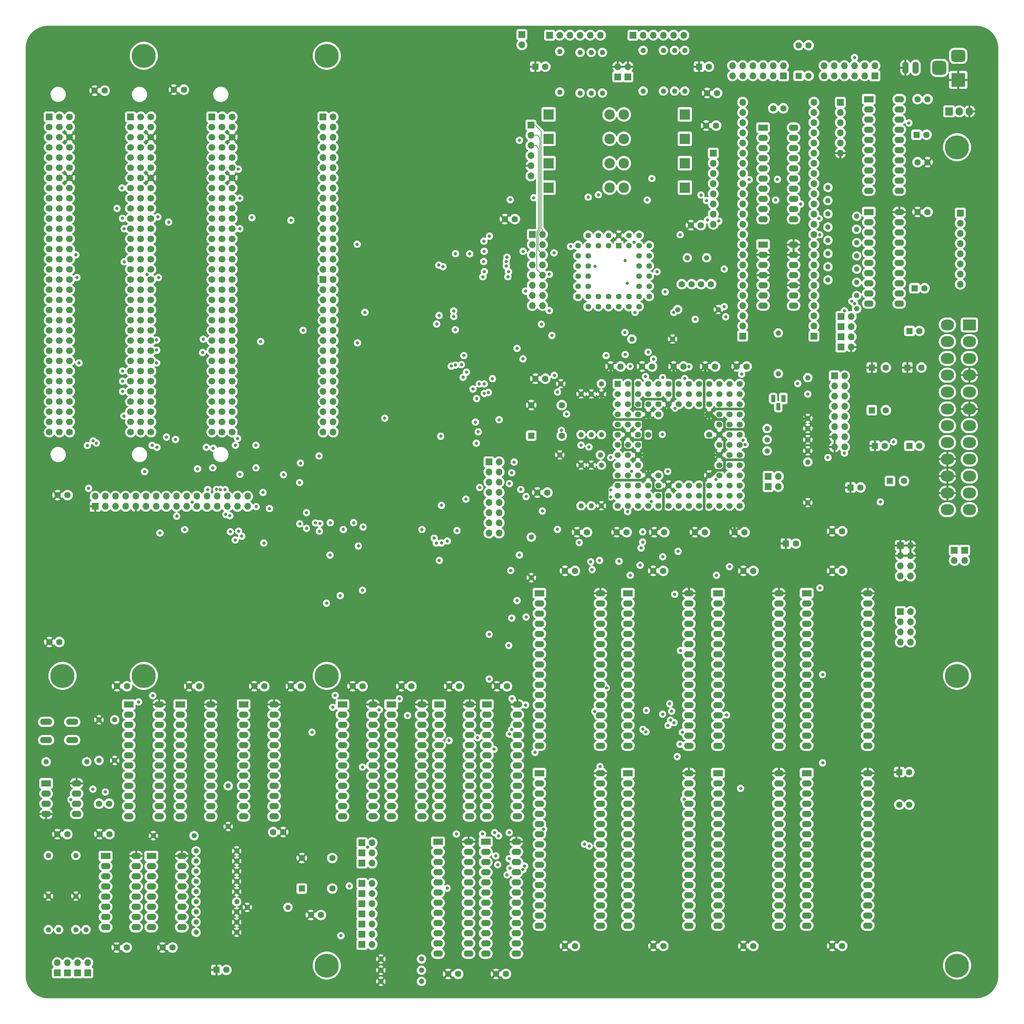
<source format=gbr>
G04 #@! TF.GenerationSoftware,KiCad,Pcbnew,(6.0.0-0)*
G04 #@! TF.CreationDate,2023-11-11T14:38:34+00:00*
G04 #@! TF.ProjectId,rosco_pro_030_proto,726f7363-6f5f-4707-926f-5f3033305f70,p5*
G04 #@! TF.SameCoordinates,Original*
G04 #@! TF.FileFunction,Copper,L2,Inr*
G04 #@! TF.FilePolarity,Positive*
%FSLAX46Y46*%
G04 Gerber Fmt 4.6, Leading zero omitted, Abs format (unit mm)*
G04 Created by KiCad (PCBNEW (6.0.0-0)) date 2023-11-11 14:38:34*
%MOMM*%
%LPD*%
G01*
G04 APERTURE LIST*
G04 Aperture macros list*
%AMRoundRect*
0 Rectangle with rounded corners*
0 $1 Rounding radius*
0 $2 $3 $4 $5 $6 $7 $8 $9 X,Y pos of 4 corners*
0 Add a 4 corners polygon primitive as box body*
4,1,4,$2,$3,$4,$5,$6,$7,$8,$9,$2,$3,0*
0 Add four circle primitives for the rounded corners*
1,1,$1+$1,$2,$3*
1,1,$1+$1,$4,$5*
1,1,$1+$1,$6,$7*
1,1,$1+$1,$8,$9*
0 Add four rect primitives between the rounded corners*
20,1,$1+$1,$2,$3,$4,$5,0*
20,1,$1+$1,$4,$5,$6,$7,0*
20,1,$1+$1,$6,$7,$8,$9,0*
20,1,$1+$1,$8,$9,$2,$3,0*%
G04 Aperture macros list end*
G04 #@! TA.AperFunction,ComponentPad*
%ADD10C,1.600000*%
G04 #@! TD*
G04 #@! TA.AperFunction,ComponentPad*
%ADD11R,2.400000X1.600000*%
G04 #@! TD*
G04 #@! TA.AperFunction,ComponentPad*
%ADD12O,2.400000X1.600000*%
G04 #@! TD*
G04 #@! TA.AperFunction,ComponentPad*
%ADD13R,1.422400X1.422400*%
G04 #@! TD*
G04 #@! TA.AperFunction,ComponentPad*
%ADD14C,1.422400*%
G04 #@! TD*
G04 #@! TA.AperFunction,ComponentPad*
%ADD15C,1.600200*%
G04 #@! TD*
G04 #@! TA.AperFunction,ComponentPad*
%ADD16R,1.600000X1.600000*%
G04 #@! TD*
G04 #@! TA.AperFunction,ComponentPad*
%ADD17R,2.600000X2.600000*%
G04 #@! TD*
G04 #@! TA.AperFunction,ComponentPad*
%ADD18O,2.600000X2.600000*%
G04 #@! TD*
G04 #@! TA.AperFunction,ComponentPad*
%ADD19R,1.524000X1.524000*%
G04 #@! TD*
G04 #@! TA.AperFunction,ComponentPad*
%ADD20C,1.524000*%
G04 #@! TD*
G04 #@! TA.AperFunction,ComponentPad*
%ADD21R,1.700000X1.700000*%
G04 #@! TD*
G04 #@! TA.AperFunction,ComponentPad*
%ADD22O,1.700000X1.700000*%
G04 #@! TD*
G04 #@! TA.AperFunction,ComponentPad*
%ADD23R,3.500000X3.500000*%
G04 #@! TD*
G04 #@! TA.AperFunction,ComponentPad*
%ADD24RoundRect,0.750000X-1.000000X0.750000X-1.000000X-0.750000X1.000000X-0.750000X1.000000X0.750000X0*%
G04 #@! TD*
G04 #@! TA.AperFunction,ComponentPad*
%ADD25RoundRect,0.875000X-0.875000X0.875000X-0.875000X-0.875000X0.875000X-0.875000X0.875000X0.875000X0*%
G04 #@! TD*
G04 #@! TA.AperFunction,ComponentPad*
%ADD26O,1.524000X3.048000*%
G04 #@! TD*
G04 #@! TA.AperFunction,ComponentPad*
%ADD27C,1.320800*%
G04 #@! TD*
G04 #@! TA.AperFunction,ComponentPad*
%ADD28R,1.100000X1.800000*%
G04 #@! TD*
G04 #@! TA.AperFunction,ComponentPad*
%ADD29RoundRect,0.275000X0.275000X0.625000X-0.275000X0.625000X-0.275000X-0.625000X0.275000X-0.625000X0*%
G04 #@! TD*
G04 #@! TA.AperFunction,ComponentPad*
%ADD30C,6.000000*%
G04 #@! TD*
G04 #@! TA.AperFunction,ComponentPad*
%ADD31R,1.905000X2.000000*%
G04 #@! TD*
G04 #@! TA.AperFunction,ComponentPad*
%ADD32O,1.905000X2.000000*%
G04 #@! TD*
G04 #@! TA.AperFunction,ComponentPad*
%ADD33RoundRect,0.250001X-1.399999X1.099999X-1.399999X-1.099999X1.399999X-1.099999X1.399999X1.099999X0*%
G04 #@! TD*
G04 #@! TA.AperFunction,ComponentPad*
%ADD34O,3.300000X2.700000*%
G04 #@! TD*
G04 #@! TA.AperFunction,ComponentPad*
%ADD35O,3.048000X1.524000*%
G04 #@! TD*
G04 #@! TA.AperFunction,ComponentPad*
%ADD36C,1.700000*%
G04 #@! TD*
G04 #@! TA.AperFunction,ViaPad*
%ADD37C,0.800000*%
G04 #@! TD*
G04 #@! TA.AperFunction,Conductor*
%ADD38C,0.127000*%
G04 #@! TD*
G04 #@! TA.AperFunction,Conductor*
%ADD39C,0.200000*%
G04 #@! TD*
G04 #@! TA.AperFunction,Conductor*
%ADD40C,0.700000*%
G04 #@! TD*
G04 APERTURE END LIST*
D10*
X212809000Y-163704000D03*
X215309000Y-163704000D03*
X235003000Y-163704000D03*
X237503000Y-163704000D03*
X212809000Y-257430000D03*
X215309000Y-257430000D03*
X235003000Y-257430000D03*
X237503000Y-257430000D03*
D11*
X206434000Y-214250000D03*
D12*
X206434000Y-216790000D03*
X206434000Y-219330000D03*
X206434000Y-221870000D03*
X206434000Y-224410000D03*
X206434000Y-226950000D03*
X206434000Y-229490000D03*
X206434000Y-232030000D03*
X206434000Y-234570000D03*
X206434000Y-237110000D03*
X206434000Y-239650000D03*
X206434000Y-242190000D03*
X206434000Y-244730000D03*
X206434000Y-247270000D03*
X206434000Y-249810000D03*
X206434000Y-252350000D03*
X221674000Y-252350000D03*
X221674000Y-249810000D03*
X221674000Y-247270000D03*
X221674000Y-244730000D03*
X221674000Y-242190000D03*
X221674000Y-239650000D03*
X221674000Y-237110000D03*
X221674000Y-234570000D03*
X221674000Y-232030000D03*
X221674000Y-229490000D03*
X221674000Y-226950000D03*
X221674000Y-224410000D03*
X221674000Y-221870000D03*
X221674000Y-219330000D03*
X221674000Y-216790000D03*
X221674000Y-214250000D03*
D13*
X181660000Y-82424000D03*
D14*
X179120000Y-79884000D03*
X179120000Y-82424000D03*
X176580000Y-79884000D03*
X176580000Y-82424000D03*
X174040000Y-79884000D03*
X171500000Y-82424000D03*
X174040000Y-82424000D03*
X171500000Y-84964000D03*
X174040000Y-84964000D03*
X171500000Y-87504000D03*
X174040000Y-87504000D03*
X171500000Y-90044000D03*
X174040000Y-90044000D03*
X171500000Y-92584000D03*
X174040000Y-92584000D03*
X171500000Y-95124000D03*
X174040000Y-97664000D03*
X174040000Y-95124000D03*
X176580000Y-97664000D03*
X176580000Y-95124000D03*
X179120000Y-97664000D03*
X179120000Y-95124000D03*
X181660000Y-97664000D03*
X181660000Y-95124000D03*
X184200000Y-97664000D03*
X184200000Y-95124000D03*
X186740000Y-97664000D03*
X189280000Y-95124000D03*
X186740000Y-95124000D03*
X189280000Y-92584000D03*
X186740000Y-92584000D03*
X189280000Y-90044000D03*
X186740000Y-90044000D03*
X189280000Y-87504000D03*
X186740000Y-87504000D03*
X189280000Y-84964000D03*
X186740000Y-84964000D03*
X189280000Y-82424000D03*
X186740000Y-79884000D03*
X186740000Y-82424000D03*
X184200000Y-79884000D03*
X184200000Y-82424000D03*
X181660000Y-79884000D03*
D10*
X56234800Y-257811000D03*
X58734800Y-257811000D03*
X115173000Y-192533000D03*
X117673000Y-192533000D03*
X139303000Y-192533000D03*
X141803000Y-192533000D03*
D15*
X51777900Y-221882000D03*
X54317900Y-221882000D03*
D10*
X41388500Y-229515000D03*
X43888500Y-229515000D03*
X210616000Y-154052000D03*
X213116000Y-154052000D03*
X190550000Y-154052000D03*
X193050000Y-154052000D03*
X171246000Y-154052000D03*
X173746000Y-154052000D03*
X235000000Y-153798000D03*
X237500000Y-153798000D03*
X39399651Y-181484000D03*
X41899651Y-181484000D03*
X200710000Y-154052000D03*
X203210000Y-154052000D03*
X203250000Y-112650000D03*
X205750000Y-112650000D03*
X99730000Y-192533000D03*
X102230000Y-192533000D03*
D16*
X160832000Y-37720000D03*
D10*
X163332000Y-37720000D03*
X187502000Y-112650000D03*
X190002000Y-112650000D03*
D16*
X223431000Y-156896000D03*
D10*
X225931000Y-156896000D03*
D17*
X198170000Y-61850000D03*
D18*
X182930000Y-61850000D03*
D17*
X198170000Y-67946000D03*
D18*
X182930000Y-67946000D03*
D17*
X198170000Y-49658000D03*
D18*
X182930000Y-49658000D03*
D17*
X164134000Y-55754000D03*
D18*
X179374000Y-55754000D03*
D17*
X164134000Y-61850000D03*
D18*
X179374000Y-61850000D03*
D17*
X164134000Y-49658000D03*
D18*
X179374000Y-49658000D03*
D17*
X164134000Y-67946000D03*
D18*
X179374000Y-67946000D03*
D19*
X181406000Y-116968000D03*
D20*
X183946000Y-116968000D03*
X186486000Y-116968000D03*
X189026000Y-116968000D03*
X191566000Y-116968000D03*
X194106000Y-116968000D03*
X196646000Y-116968000D03*
X199186000Y-116968000D03*
X201726000Y-116968000D03*
X204266000Y-116968000D03*
X206806000Y-116968000D03*
X209346000Y-116968000D03*
X211886000Y-116968000D03*
X181406000Y-119508000D03*
X183946000Y-119508000D03*
X186486000Y-119508000D03*
X189026000Y-119508000D03*
X191566000Y-119508000D03*
X194106000Y-119508000D03*
X196646000Y-119508000D03*
X199186000Y-119508000D03*
X201726000Y-119508000D03*
X204266000Y-119508000D03*
X206806000Y-119508000D03*
X209346000Y-119508000D03*
X211886000Y-119508000D03*
X181406000Y-122048000D03*
X183946000Y-122048000D03*
X186486000Y-122048000D03*
X189026000Y-122048000D03*
X191566000Y-122048000D03*
X194106000Y-122048000D03*
X196646000Y-122048000D03*
X199186000Y-122048000D03*
X201726000Y-122048000D03*
X204266000Y-122048000D03*
X206806000Y-122048000D03*
X209346000Y-122048000D03*
X211886000Y-122048000D03*
X181406000Y-124588000D03*
X183946000Y-124588000D03*
X186486000Y-124588000D03*
X189026000Y-124588000D03*
X191566000Y-124588000D03*
X204266000Y-124588000D03*
X206806000Y-124588000D03*
X209346000Y-124588000D03*
X211886000Y-124588000D03*
X181406000Y-127128000D03*
X183946000Y-127128000D03*
X186486000Y-127128000D03*
X206806000Y-127128000D03*
X209346000Y-127128000D03*
X211886000Y-127128000D03*
X181406000Y-129668000D03*
X183946000Y-129668000D03*
X186486000Y-129668000D03*
X189026000Y-129668000D03*
X204266000Y-129668000D03*
X206806000Y-129668000D03*
X209346000Y-129668000D03*
X211886000Y-129668000D03*
X181406000Y-132208000D03*
X183946000Y-132208000D03*
X186486000Y-132208000D03*
X206806000Y-132208000D03*
X209346000Y-132208000D03*
X211886000Y-132208000D03*
X181406000Y-134748000D03*
X183946000Y-134748000D03*
X186486000Y-134748000D03*
X206806000Y-134748000D03*
X209346000Y-134748000D03*
X211886000Y-134748000D03*
X181406000Y-137288000D03*
X183946000Y-137288000D03*
X186486000Y-137288000D03*
X206806000Y-137288000D03*
X209346000Y-137288000D03*
X211886000Y-137288000D03*
X181406000Y-139828000D03*
X183946000Y-139828000D03*
X186486000Y-139828000D03*
X189026000Y-139828000D03*
X191566000Y-139828000D03*
X204266000Y-139828000D03*
X206806000Y-139828000D03*
X209346000Y-139828000D03*
X211886000Y-139828000D03*
X181406000Y-142368000D03*
X183946000Y-142368000D03*
X186486000Y-142368000D03*
X189026000Y-142368000D03*
X191566000Y-142368000D03*
X194106000Y-142368000D03*
X196646000Y-142368000D03*
X199186000Y-142368000D03*
X201726000Y-142368000D03*
X204266000Y-142368000D03*
X206806000Y-142368000D03*
X209346000Y-142368000D03*
X211886000Y-142368000D03*
X181406000Y-144908000D03*
X183946000Y-144908000D03*
X186486000Y-144908000D03*
X189026000Y-144908000D03*
X191566000Y-144908000D03*
X194106000Y-144908000D03*
X196646000Y-144908000D03*
X199186000Y-144908000D03*
X201726000Y-144908000D03*
X204266000Y-144908000D03*
X206806000Y-144908000D03*
X209346000Y-144908000D03*
X211886000Y-144908000D03*
X181406000Y-147448000D03*
X183946000Y-147448000D03*
X186486000Y-147448000D03*
X189026000Y-147448000D03*
X191566000Y-147448000D03*
X194106000Y-147448000D03*
X196646000Y-147448000D03*
X199186000Y-147448000D03*
X201726000Y-147448000D03*
X204266000Y-147448000D03*
X206806000Y-147448000D03*
X209346000Y-147448000D03*
X211886000Y-147448000D03*
D21*
X185216000Y-29846000D03*
D22*
X187756000Y-29846000D03*
X190296000Y-29846000D03*
X192836000Y-29846000D03*
X195376000Y-29846000D03*
X197916000Y-29846000D03*
D21*
X164388000Y-29846000D03*
D22*
X166928000Y-29846000D03*
X169468000Y-29846000D03*
X172008000Y-29846000D03*
X174548000Y-29846000D03*
X177088000Y-29846000D03*
D21*
X107747000Y-50279300D03*
D22*
X110287000Y-50279300D03*
X107747000Y-52819300D03*
X110287000Y-52819300D03*
X107747000Y-55359300D03*
X110287000Y-55359300D03*
X107747000Y-57899300D03*
X110287000Y-57899300D03*
X107747000Y-60439300D03*
X110287000Y-60439300D03*
X107747000Y-62979300D03*
X110287000Y-62979300D03*
X107747000Y-65519300D03*
X110287000Y-65519300D03*
X107747000Y-68059300D03*
X110287000Y-68059300D03*
X107747000Y-70599300D03*
X110287000Y-70599300D03*
X107747000Y-73139300D03*
X110287000Y-73139300D03*
X107747000Y-75679300D03*
X110287000Y-75679300D03*
X107747000Y-78219300D03*
X110287000Y-78219300D03*
X107747000Y-80759300D03*
X110287000Y-80759300D03*
X107747000Y-83299300D03*
X110287000Y-83299300D03*
X107747000Y-85839300D03*
X110287000Y-85839300D03*
X107747000Y-88379300D03*
X110287000Y-88379300D03*
D21*
X107785000Y-90919300D03*
D22*
X110325000Y-90919300D03*
X107785000Y-93459300D03*
X110325000Y-93459300D03*
X107785000Y-95999300D03*
X110325000Y-95999300D03*
X107785000Y-98539300D03*
X110325000Y-98539300D03*
X107785000Y-101079300D03*
X110325000Y-101079300D03*
X107785000Y-103619300D03*
X110325000Y-103619300D03*
X107785000Y-106159300D03*
X110325000Y-106159300D03*
X107785000Y-108699300D03*
X110325000Y-108699300D03*
X107785000Y-111239300D03*
X110325000Y-111239300D03*
X107785000Y-113779300D03*
X110325000Y-113779300D03*
X107785000Y-116319300D03*
X110325000Y-116319300D03*
X107785000Y-118859300D03*
X110325000Y-118859300D03*
X107785000Y-121399300D03*
X110325000Y-121399300D03*
X107785000Y-123939300D03*
X110325000Y-123939300D03*
X107785000Y-126479300D03*
X110325000Y-126479300D03*
X107785000Y-129019300D03*
X110325000Y-129019300D03*
D21*
X235560000Y-114980000D03*
D22*
X238100000Y-114980000D03*
X235560000Y-117520000D03*
X238100000Y-117520000D03*
X235560000Y-120060000D03*
X238100000Y-120060000D03*
X235560000Y-122600000D03*
X238100000Y-122600000D03*
X235560000Y-125140000D03*
X238100000Y-125140000D03*
X235560000Y-127680000D03*
X238100000Y-127680000D03*
X235560000Y-130220000D03*
X238100000Y-130220000D03*
X235560000Y-132760000D03*
X238100000Y-132760000D03*
D23*
X266496000Y-41022000D03*
D24*
X266496000Y-35022000D03*
D25*
X261796000Y-38022000D03*
D26*
X253288000Y-37974000D03*
X255828000Y-37974000D03*
D21*
X218998000Y-140082000D03*
D22*
X221538000Y-140082000D03*
D27*
X218744000Y-128144000D03*
X228904000Y-128144000D03*
X218744000Y-130938000D03*
X228904000Y-130938000D03*
X218744000Y-133732000D03*
X228904000Y-133732000D03*
X196392000Y-98426000D03*
X206552000Y-98426000D03*
X195630000Y-43816000D03*
X195630000Y-33656000D03*
X192836000Y-43816000D03*
X192836000Y-33656000D03*
X198170000Y-43816000D03*
X198170000Y-33656000D03*
X187756000Y-43816000D03*
X187756000Y-33656000D03*
X174802000Y-44324000D03*
X174802000Y-34164000D03*
X177596000Y-44324000D03*
X177596000Y-34164000D03*
X166928000Y-44070000D03*
X166928000Y-33910000D03*
X48754500Y-211404000D03*
X38594500Y-211404000D03*
X46024000Y-234824000D03*
X46024000Y-244984000D03*
X198805000Y-85472000D03*
X203631000Y-85472000D03*
D10*
X256336000Y-74042000D03*
X258836000Y-74042000D03*
X203758000Y-44324000D03*
X206258000Y-44324000D03*
X203504000Y-52452000D03*
X206004000Y-52452000D03*
D16*
X251764000Y-213996000D03*
D10*
X254264000Y-213996000D03*
D16*
X239572000Y-142876000D03*
D10*
X242072000Y-142876000D03*
X220278000Y-48134000D03*
X222778000Y-48134000D03*
X226618000Y-32386000D03*
X229118000Y-32386000D03*
D11*
X244144000Y-45848000D03*
D12*
X244144000Y-48388000D03*
X244144000Y-50928000D03*
X244144000Y-53468000D03*
X244144000Y-56008000D03*
X244144000Y-58548000D03*
X244144000Y-61088000D03*
X244144000Y-63628000D03*
X244144000Y-66168000D03*
X244144000Y-68708000D03*
X251764000Y-68708000D03*
X251764000Y-66168000D03*
X251764000Y-63628000D03*
X251764000Y-61088000D03*
X251764000Y-58548000D03*
X251764000Y-56008000D03*
X251764000Y-53468000D03*
X251764000Y-50928000D03*
X251764000Y-48388000D03*
X251764000Y-45848000D03*
D11*
X217728000Y-52960000D03*
D12*
X217728000Y-55500000D03*
X217728000Y-58040000D03*
X217728000Y-60580000D03*
X217728000Y-63120000D03*
X217728000Y-65660000D03*
X217728000Y-68200000D03*
X217728000Y-70740000D03*
X217728000Y-73280000D03*
X217728000Y-75820000D03*
X225348000Y-75820000D03*
X225348000Y-73280000D03*
X225348000Y-70740000D03*
X225348000Y-68200000D03*
X225348000Y-65660000D03*
X225348000Y-63120000D03*
X225348000Y-60580000D03*
X225348000Y-58040000D03*
X225348000Y-55500000D03*
X225348000Y-52960000D03*
D11*
X217728000Y-82170000D03*
D12*
X217728000Y-84710000D03*
X217728000Y-87250000D03*
X217728000Y-89790000D03*
X217728000Y-92330000D03*
X217728000Y-94870000D03*
X217728000Y-97410000D03*
X225348000Y-97410000D03*
X225348000Y-94870000D03*
X225348000Y-92330000D03*
X225348000Y-89790000D03*
X225348000Y-87250000D03*
X225348000Y-84710000D03*
X225348000Y-82170000D03*
D21*
X237032000Y-46610000D03*
D22*
X237032000Y-49150000D03*
X237032000Y-51690000D03*
X237032000Y-54230000D03*
X237032000Y-56770000D03*
X237032000Y-59310000D03*
D21*
X222808000Y-40006000D03*
D22*
X222808000Y-37466000D03*
X220268000Y-40006000D03*
X220268000Y-37466000D03*
X217728000Y-40006000D03*
X217728000Y-37466000D03*
X215188000Y-40006000D03*
X215188000Y-37466000D03*
X212648000Y-40006000D03*
X212648000Y-37466000D03*
X210108000Y-40006000D03*
X210108000Y-37466000D03*
D21*
X252018000Y-173874000D03*
D22*
X254558000Y-173874000D03*
X252018000Y-176414000D03*
X254558000Y-176414000D03*
X252018000Y-178954000D03*
X254558000Y-178954000D03*
X252018000Y-181494000D03*
X254558000Y-181494000D03*
D21*
X252018000Y-157390000D03*
D22*
X254558000Y-157390000D03*
X252018000Y-159930000D03*
X254558000Y-159930000D03*
X252018000Y-162470000D03*
X254558000Y-162470000D03*
X252018000Y-165010000D03*
X254558000Y-165010000D03*
D21*
X237188000Y-107748000D03*
D22*
X239728000Y-107748000D03*
D21*
X237204000Y-105208000D03*
D22*
X239744000Y-105208000D03*
D21*
X237188000Y-102668000D03*
D22*
X239728000Y-102668000D03*
D28*
X222808000Y-120632000D03*
D29*
X221538000Y-122702000D03*
X220268000Y-120632000D03*
D27*
X241132102Y-75094102D03*
X233947898Y-67909898D03*
X241096102Y-78360002D03*
X233911898Y-71175798D03*
X241132102Y-81698102D03*
X233947898Y-74513898D03*
X241132102Y-88302102D03*
X233947898Y-81117898D03*
X241132102Y-91604102D03*
X233947898Y-84419898D03*
X221538000Y-114428000D03*
X221538000Y-104268000D03*
D21*
X267004000Y-74296000D03*
D22*
X267004000Y-76836000D03*
X267004000Y-79376000D03*
X267004000Y-81916000D03*
X267004000Y-84456000D03*
X267004000Y-86996000D03*
X267004000Y-89536000D03*
X267004000Y-92076000D03*
D11*
X206434000Y-169292000D03*
D12*
X206434000Y-171832000D03*
X206434000Y-174372000D03*
X206434000Y-176912000D03*
X206434000Y-179452000D03*
X206434000Y-181992000D03*
X206434000Y-184532000D03*
X206434000Y-187072000D03*
X206434000Y-189612000D03*
X206434000Y-192152000D03*
X206434000Y-194692000D03*
X206434000Y-197232000D03*
X206434000Y-199772000D03*
X206434000Y-202312000D03*
X206434000Y-204852000D03*
X206434000Y-207392000D03*
X221674000Y-207392000D03*
X221674000Y-204852000D03*
X221674000Y-202312000D03*
X221674000Y-199772000D03*
X221674000Y-197232000D03*
X221674000Y-194692000D03*
X221674000Y-192152000D03*
X221674000Y-189612000D03*
X221674000Y-187072000D03*
X221674000Y-184532000D03*
X221674000Y-181992000D03*
X221674000Y-179452000D03*
X221674000Y-176912000D03*
X221674000Y-174372000D03*
X221674000Y-171832000D03*
X221674000Y-169292000D03*
D11*
X228628000Y-169292000D03*
D12*
X228628000Y-171832000D03*
X228628000Y-174372000D03*
X228628000Y-176912000D03*
X228628000Y-179452000D03*
X228628000Y-181992000D03*
X228628000Y-184532000D03*
X228628000Y-187072000D03*
X228628000Y-189612000D03*
X228628000Y-192152000D03*
X228628000Y-194692000D03*
X228628000Y-197232000D03*
X228628000Y-199772000D03*
X228628000Y-202312000D03*
X228628000Y-204852000D03*
X228628000Y-207392000D03*
X243868000Y-207392000D03*
X243868000Y-204852000D03*
X243868000Y-202312000D03*
X243868000Y-199772000D03*
X243868000Y-197232000D03*
X243868000Y-194692000D03*
X243868000Y-192152000D03*
X243868000Y-189612000D03*
X243868000Y-187072000D03*
X243868000Y-184532000D03*
X243868000Y-181992000D03*
X243868000Y-179452000D03*
X243868000Y-176912000D03*
X243868000Y-174372000D03*
X243868000Y-171832000D03*
X243868000Y-169292000D03*
D11*
X228628000Y-214250000D03*
D12*
X228628000Y-216790000D03*
X228628000Y-219330000D03*
X228628000Y-221870000D03*
X228628000Y-224410000D03*
X228628000Y-226950000D03*
X228628000Y-229490000D03*
X228628000Y-232030000D03*
X228628000Y-234570000D03*
X228628000Y-237110000D03*
X228628000Y-239650000D03*
X228628000Y-242190000D03*
X228628000Y-244730000D03*
X228628000Y-247270000D03*
X228628000Y-249810000D03*
X228628000Y-252350000D03*
X243868000Y-252350000D03*
X243868000Y-249810000D03*
X243868000Y-247270000D03*
X243868000Y-244730000D03*
X243868000Y-242190000D03*
X243868000Y-239650000D03*
X243868000Y-237110000D03*
X243868000Y-234570000D03*
X243868000Y-232030000D03*
X243868000Y-229490000D03*
X243868000Y-226950000D03*
X243868000Y-224410000D03*
X243868000Y-221870000D03*
X243868000Y-219330000D03*
X243868000Y-216790000D03*
X243868000Y-214250000D03*
D10*
X202234000Y-92076000D03*
X204734000Y-92076000D03*
X199694000Y-77344000D03*
X202194000Y-77344000D03*
X197408000Y-92076000D03*
X199908000Y-92076000D03*
D21*
X160070000Y-79630000D03*
D22*
X162610000Y-79630000D03*
X160070000Y-82170000D03*
X162610000Y-82170000D03*
X160070000Y-84710000D03*
X162610000Y-84710000D03*
X160070000Y-87250000D03*
X162610000Y-87250000D03*
X160070000Y-89790000D03*
X162610000Y-89790000D03*
X160070000Y-92330000D03*
X162610000Y-92330000D03*
X160070000Y-94870000D03*
X162610000Y-94870000D03*
X160070000Y-97410000D03*
X162610000Y-97410000D03*
D21*
X183946000Y-40260000D03*
D22*
X183946000Y-37720000D03*
D21*
X181406000Y-40260000D03*
D22*
X181406000Y-37720000D03*
D17*
X198170000Y-55754000D03*
D18*
X182930000Y-55754000D03*
D27*
X172008000Y-44324000D03*
X172008000Y-34164000D03*
D11*
X38594500Y-216815000D03*
D12*
X38594500Y-219355000D03*
X38594500Y-221895000D03*
X38594500Y-224435000D03*
X46214500Y-224435000D03*
X46214500Y-221895000D03*
X46214500Y-219355000D03*
X46214500Y-216815000D03*
D27*
X39166000Y-234824000D03*
X39166000Y-244984000D03*
D21*
X50838100Y-147599000D03*
D22*
X50838100Y-145059000D03*
X53378100Y-147599000D03*
X53378100Y-145059000D03*
X55918100Y-147599000D03*
X55918100Y-145059000D03*
X58458100Y-147599000D03*
X58458100Y-145059000D03*
X60998100Y-147599000D03*
X60998100Y-145059000D03*
X63538100Y-147599000D03*
X63538100Y-145059000D03*
X66078100Y-147599000D03*
X66078100Y-145059000D03*
X68618100Y-147599000D03*
X68618100Y-145059000D03*
X71158100Y-147599000D03*
X71158100Y-145059000D03*
X73698100Y-147599000D03*
X73698100Y-145059000D03*
X76238100Y-147599000D03*
X76238100Y-145059000D03*
X78778100Y-147599000D03*
X78778100Y-145059000D03*
X81318100Y-147599000D03*
X81318100Y-145059000D03*
X83858100Y-147599000D03*
X83858100Y-145059000D03*
X86398100Y-147599000D03*
X86398100Y-145059000D03*
X88938100Y-147599000D03*
X88938100Y-145059000D03*
D21*
X218998000Y-142622000D03*
D22*
X221538000Y-142622000D03*
D21*
X245665000Y-40006000D03*
D22*
X245665000Y-37466000D03*
X243125000Y-40006000D03*
X243125000Y-37466000D03*
X240585000Y-40006000D03*
X240585000Y-37466000D03*
X238045000Y-40006000D03*
X238045000Y-37466000D03*
X235505000Y-40006000D03*
X235505000Y-37466000D03*
X232965000Y-40006000D03*
X232965000Y-37466000D03*
D21*
X230428000Y-105030000D03*
D22*
X230428000Y-102490000D03*
X230428000Y-99950000D03*
X230428000Y-97410000D03*
X230428000Y-94870000D03*
X230428000Y-92330000D03*
X230428000Y-89790000D03*
X230428000Y-87250000D03*
X230428000Y-84710000D03*
X230428000Y-82170000D03*
X230428000Y-79630000D03*
X230428000Y-77090000D03*
X230428000Y-74550000D03*
X230428000Y-72010000D03*
X230428000Y-69470000D03*
X230428000Y-66930000D03*
X230428000Y-64390000D03*
X230428000Y-61850000D03*
X230428000Y-59310000D03*
X230428000Y-56770000D03*
X230428000Y-54230000D03*
X230428000Y-51690000D03*
X230428000Y-49150000D03*
X230428000Y-46610000D03*
D21*
X212628000Y-105030000D03*
D22*
X212628000Y-102490000D03*
X212628000Y-99950000D03*
X212628000Y-97410000D03*
X212628000Y-94870000D03*
X212628000Y-92330000D03*
X212628000Y-89790000D03*
X212628000Y-87250000D03*
X212628000Y-84710000D03*
X212628000Y-82170000D03*
X212628000Y-79630000D03*
X212628000Y-77090000D03*
X212628000Y-74550000D03*
X212628000Y-72010000D03*
X212628000Y-69470000D03*
X212628000Y-66930000D03*
X212628000Y-64390000D03*
X212628000Y-61850000D03*
X212628000Y-59310000D03*
X212628000Y-56770000D03*
X212628000Y-54230000D03*
X212628000Y-51690000D03*
X212628000Y-49150000D03*
X212628000Y-46610000D03*
D11*
X244144000Y-74042000D03*
D12*
X244144000Y-76582000D03*
X244144000Y-79122000D03*
X244144000Y-81662000D03*
X244144000Y-84202000D03*
X244144000Y-86742000D03*
X244144000Y-89282000D03*
X244144000Y-91822000D03*
X244144000Y-94362000D03*
X244144000Y-96902000D03*
X251764000Y-96902000D03*
X251764000Y-94362000D03*
X251764000Y-91822000D03*
X251764000Y-89282000D03*
X251764000Y-86742000D03*
X251764000Y-84202000D03*
X251764000Y-81662000D03*
X251764000Y-79122000D03*
X251764000Y-76582000D03*
X251764000Y-74042000D03*
D10*
X151241000Y-192533000D03*
X153741000Y-192533000D03*
D30*
X63000000Y-35000000D03*
X108720000Y-35000000D03*
X266200000Y-57860000D03*
X42680000Y-189940000D03*
X63000000Y-189940000D03*
X108720000Y-189940000D03*
X266200000Y-189940000D03*
X108720000Y-262330000D03*
X266200000Y-262330000D03*
D16*
X244906000Y-112904000D03*
D10*
X248406000Y-112904000D03*
D16*
X253796000Y-112904000D03*
D10*
X257296000Y-112904000D03*
D16*
X245668000Y-132462000D03*
D10*
X248168000Y-132462000D03*
X251764000Y-222124000D03*
X254264000Y-222124000D03*
D16*
X254304000Y-103760000D03*
D10*
X256804000Y-103760000D03*
D16*
X226618000Y-40006000D03*
D10*
X229118000Y-40006000D03*
D16*
X254304000Y-132462000D03*
D10*
X256804000Y-132462000D03*
D16*
X244906000Y-123572000D03*
D10*
X248406000Y-123572000D03*
D16*
X255574000Y-93092000D03*
D10*
X258074000Y-93092000D03*
X256336000Y-45848000D03*
X258836000Y-45848000D03*
X127365000Y-192533000D03*
X129865000Y-192533000D03*
X161340000Y-144146000D03*
X163840000Y-144146000D03*
X160832000Y-115698000D03*
X163332000Y-115698000D03*
X179628000Y-112650000D03*
X182128000Y-112650000D03*
X195376000Y-112650000D03*
X197876000Y-112650000D03*
X211124000Y-112650000D03*
X213624000Y-112650000D03*
D27*
X228904000Y-136526000D03*
X228904000Y-146686000D03*
X228904000Y-115444000D03*
X228904000Y-125604000D03*
X174802000Y-129668000D03*
X174802000Y-119508000D03*
X177342000Y-116968000D03*
X167182000Y-116968000D03*
X184962000Y-105792000D03*
X195122000Y-105792000D03*
X177088000Y-134748000D03*
X166928000Y-134748000D03*
X177342000Y-137288000D03*
X177342000Y-147448000D03*
X172262000Y-147448000D03*
X172262000Y-137288000D03*
X177342000Y-129668000D03*
X177342000Y-119508000D03*
X172262000Y-129668000D03*
X172262000Y-119508000D03*
X174802000Y-147448000D03*
X174802000Y-137288000D03*
D11*
X161848000Y-214250000D03*
D12*
X161848000Y-216790000D03*
X161848000Y-219330000D03*
X161848000Y-221870000D03*
X161848000Y-224410000D03*
X161848000Y-226950000D03*
X161848000Y-229490000D03*
X161848000Y-232030000D03*
X161848000Y-234570000D03*
X161848000Y-237110000D03*
X161848000Y-239650000D03*
X161848000Y-242190000D03*
X161848000Y-244730000D03*
X161848000Y-247270000D03*
X161848000Y-249810000D03*
X161848000Y-252350000D03*
X177088000Y-252350000D03*
X177088000Y-249810000D03*
X177088000Y-247270000D03*
X177088000Y-244730000D03*
X177088000Y-242190000D03*
X177088000Y-239650000D03*
X177088000Y-237110000D03*
X177088000Y-234570000D03*
X177088000Y-232030000D03*
X177088000Y-229490000D03*
X177088000Y-226950000D03*
X177088000Y-224410000D03*
X177088000Y-221870000D03*
X177088000Y-219330000D03*
X177088000Y-216790000D03*
X177088000Y-214250000D03*
D11*
X183946000Y-214250000D03*
D12*
X183946000Y-216790000D03*
X183946000Y-219330000D03*
X183946000Y-221870000D03*
X183946000Y-224410000D03*
X183946000Y-226950000D03*
X183946000Y-229490000D03*
X183946000Y-232030000D03*
X183946000Y-234570000D03*
X183946000Y-237110000D03*
X183946000Y-239650000D03*
X183946000Y-242190000D03*
X183946000Y-244730000D03*
X183946000Y-247270000D03*
X183946000Y-249810000D03*
X183946000Y-252350000D03*
X199186000Y-252350000D03*
X199186000Y-249810000D03*
X199186000Y-247270000D03*
X199186000Y-244730000D03*
X199186000Y-242190000D03*
X199186000Y-239650000D03*
X199186000Y-237110000D03*
X199186000Y-234570000D03*
X199186000Y-232030000D03*
X199186000Y-229490000D03*
X199186000Y-226950000D03*
X199186000Y-224410000D03*
X199186000Y-221870000D03*
X199186000Y-219330000D03*
X199186000Y-216790000D03*
X199186000Y-214250000D03*
D10*
X168223000Y-163704000D03*
X170723000Y-163704000D03*
X190296000Y-163704000D03*
X192796000Y-163704000D03*
X168223000Y-257430000D03*
X170723000Y-257430000D03*
X190321000Y-257430000D03*
X192821000Y-257430000D03*
D11*
X161848000Y-169292000D03*
D12*
X161848000Y-171832000D03*
X161848000Y-174372000D03*
X161848000Y-176912000D03*
X161848000Y-179452000D03*
X161848000Y-181992000D03*
X161848000Y-184532000D03*
X161848000Y-187072000D03*
X161848000Y-189612000D03*
X161848000Y-192152000D03*
X161848000Y-194692000D03*
X161848000Y-197232000D03*
X161848000Y-199772000D03*
X161848000Y-202312000D03*
X161848000Y-204852000D03*
X161848000Y-207392000D03*
X177088000Y-207392000D03*
X177088000Y-204852000D03*
X177088000Y-202312000D03*
X177088000Y-199772000D03*
X177088000Y-197232000D03*
X177088000Y-194692000D03*
X177088000Y-192152000D03*
X177088000Y-189612000D03*
X177088000Y-187072000D03*
X177088000Y-184532000D03*
X177088000Y-181992000D03*
X177088000Y-179452000D03*
X177088000Y-176912000D03*
X177088000Y-174372000D03*
X177088000Y-171832000D03*
X177088000Y-169292000D03*
D11*
X183946000Y-169292000D03*
D12*
X183946000Y-171832000D03*
X183946000Y-174372000D03*
X183946000Y-176912000D03*
X183946000Y-179452000D03*
X183946000Y-181992000D03*
X183946000Y-184532000D03*
X183946000Y-187072000D03*
X183946000Y-189612000D03*
X183946000Y-192152000D03*
X183946000Y-194692000D03*
X183946000Y-197232000D03*
X183946000Y-199772000D03*
X183946000Y-202312000D03*
X183946000Y-204852000D03*
X183946000Y-207392000D03*
X199186000Y-207392000D03*
X199186000Y-204852000D03*
X199186000Y-202312000D03*
X199186000Y-199772000D03*
X199186000Y-197232000D03*
X199186000Y-194692000D03*
X199186000Y-192152000D03*
X199186000Y-189612000D03*
X199186000Y-187072000D03*
X199186000Y-184532000D03*
X199186000Y-181992000D03*
X199186000Y-179452000D03*
X199186000Y-176912000D03*
X199186000Y-174372000D03*
X199186000Y-171832000D03*
X199186000Y-169292000D03*
D27*
X241132102Y-94906102D03*
X233947898Y-87721898D03*
X241132102Y-85000102D03*
X233947898Y-77815898D03*
X241132102Y-98208102D03*
X233947898Y-91023898D03*
D21*
X205282000Y-59310000D03*
D22*
X205282000Y-61850000D03*
X205282000Y-64390000D03*
X205282000Y-66930000D03*
X205282000Y-69470000D03*
X205282000Y-72010000D03*
X205282000Y-74550000D03*
X205282000Y-77090000D03*
D21*
X149238000Y-136474000D03*
D22*
X151778000Y-136474000D03*
X149238000Y-139014000D03*
X151778000Y-139014000D03*
X149238000Y-141554000D03*
X151778000Y-141554000D03*
X149238000Y-144094000D03*
X151778000Y-144094000D03*
X149238000Y-146634000D03*
X151778000Y-146634000D03*
X149238000Y-149174000D03*
X151778000Y-149174000D03*
X149238000Y-151714000D03*
X151778000Y-151714000D03*
X149238000Y-154254000D03*
X151778000Y-154254000D03*
D10*
X256336000Y-61596000D03*
X258836000Y-61596000D03*
D16*
X256082000Y-54738000D03*
D10*
X258582000Y-54738000D03*
D31*
X264210000Y-48896000D03*
D32*
X266750000Y-48896000D03*
X269290000Y-48896000D03*
D33*
X269290000Y-102236000D03*
D34*
X269290000Y-106436000D03*
X269290000Y-110636000D03*
X269290000Y-114836000D03*
X269290000Y-119036000D03*
X269290000Y-123236000D03*
X269290000Y-127436000D03*
X269290000Y-131636000D03*
X269290000Y-135836000D03*
X269290000Y-140036000D03*
X269290000Y-144236000D03*
X269290000Y-148436000D03*
X263790000Y-102236000D03*
X263790000Y-106436000D03*
X263790000Y-110636000D03*
X263790000Y-114836000D03*
X263790000Y-119036000D03*
X263790000Y-123236000D03*
X263790000Y-127436000D03*
X263790000Y-131636000D03*
X263790000Y-135836000D03*
X263790000Y-140036000D03*
X263790000Y-144236000D03*
X263790000Y-148436000D03*
D21*
X43942000Y-264160000D03*
D22*
X43942000Y-261620000D03*
D21*
X157460000Y-29730000D03*
D22*
X157460000Y-32270000D03*
D10*
X153212000Y-75820000D03*
X155712000Y-75820000D03*
D27*
X39166000Y-253366000D03*
X41706000Y-253366000D03*
X46024000Y-253366000D03*
X48564000Y-253366000D03*
D35*
X38594500Y-201447400D03*
X45096900Y-201447400D03*
X38594500Y-205968600D03*
X45096900Y-205968600D03*
D16*
X201726000Y-37720000D03*
D10*
X204226000Y-37720000D03*
X181152000Y-154052000D03*
X183652000Y-154052000D03*
X51920000Y-229480000D03*
X54420000Y-229480000D03*
D21*
X265518000Y-158545000D03*
D22*
X265518000Y-161085000D03*
D21*
X268072000Y-158545000D03*
D22*
X268072000Y-161085000D03*
D27*
X159816000Y-155270000D03*
X159816000Y-165430000D03*
D16*
X159816000Y-129922000D03*
D10*
X167436000Y-129922000D03*
X167436000Y-122302000D03*
X159816000Y-122302000D03*
D27*
X99009200Y-247777000D03*
X88849200Y-247777000D03*
D10*
X150987000Y-264415000D03*
X153487000Y-264415000D03*
X139049000Y-264415000D03*
X141549000Y-264415000D03*
X74333100Y-192533000D03*
X76833100Y-192533000D03*
X90614500Y-192533000D03*
X93114500Y-192533000D03*
D16*
X81126800Y-263399000D03*
D10*
X83626800Y-263399000D03*
D11*
X136753000Y-197105000D03*
D12*
X136753000Y-199645000D03*
X136753000Y-202185000D03*
X136753000Y-204725000D03*
X136753000Y-207265000D03*
X136753000Y-209805000D03*
X136753000Y-212345000D03*
X136753000Y-214885000D03*
X136753000Y-217425000D03*
X136753000Y-219965000D03*
X136753000Y-222505000D03*
X136753000Y-225045000D03*
X144373000Y-225045000D03*
X144373000Y-222505000D03*
X144373000Y-219965000D03*
X144373000Y-217425000D03*
X144373000Y-214885000D03*
X144373000Y-212345000D03*
X144373000Y-209805000D03*
X144373000Y-207265000D03*
X144373000Y-204725000D03*
X144373000Y-202185000D03*
X144373000Y-199645000D03*
X144373000Y-197105000D03*
D11*
X148691000Y-197105000D03*
D12*
X148691000Y-199645000D03*
X148691000Y-202185000D03*
X148691000Y-204725000D03*
X148691000Y-207265000D03*
X148691000Y-209805000D03*
X148691000Y-212345000D03*
X148691000Y-214885000D03*
X148691000Y-217425000D03*
X148691000Y-219965000D03*
X148691000Y-222505000D03*
X148691000Y-225045000D03*
X156311000Y-225045000D03*
X156311000Y-222505000D03*
X156311000Y-219965000D03*
X156311000Y-217425000D03*
X156311000Y-214885000D03*
X156311000Y-212345000D03*
X156311000Y-209805000D03*
X156311000Y-207265000D03*
X156311000Y-204725000D03*
X156311000Y-202185000D03*
X156311000Y-199645000D03*
X156311000Y-197105000D03*
D11*
X148437000Y-231395000D03*
D12*
X148437000Y-233935000D03*
X148437000Y-236475000D03*
X148437000Y-239015000D03*
X148437000Y-241555000D03*
X148437000Y-244095000D03*
X148437000Y-246635000D03*
X148437000Y-249175000D03*
X148437000Y-251715000D03*
X148437000Y-254255000D03*
X148437000Y-256795000D03*
X148437000Y-259335000D03*
X156057000Y-259335000D03*
X156057000Y-256795000D03*
X156057000Y-254255000D03*
X156057000Y-251715000D03*
X156057000Y-249175000D03*
X156057000Y-246635000D03*
X156057000Y-244095000D03*
X156057000Y-241555000D03*
X156057000Y-239015000D03*
X156057000Y-236475000D03*
X156057000Y-233935000D03*
X156057000Y-231395000D03*
D11*
X136499000Y-231395000D03*
D12*
X136499000Y-233935000D03*
X136499000Y-236475000D03*
X136499000Y-239015000D03*
X136499000Y-241555000D03*
X136499000Y-244095000D03*
X136499000Y-246635000D03*
X136499000Y-249175000D03*
X136499000Y-251715000D03*
X136499000Y-254255000D03*
X136499000Y-256795000D03*
X136499000Y-259335000D03*
X144119000Y-259335000D03*
X144119000Y-256795000D03*
X144119000Y-254255000D03*
X144119000Y-251715000D03*
X144119000Y-249175000D03*
X144119000Y-246635000D03*
X144119000Y-244095000D03*
X144119000Y-241555000D03*
X144119000Y-239015000D03*
X144119000Y-236475000D03*
X144119000Y-233935000D03*
X144119000Y-231395000D03*
D27*
X75538800Y-229871000D03*
X65378800Y-229871000D03*
X84074000Y-217424000D03*
X84074000Y-227584000D03*
X122224000Y-260694000D03*
X132384000Y-260694000D03*
X122224000Y-263488000D03*
X132384000Y-263488000D03*
X86206800Y-251461000D03*
X76046800Y-251461000D03*
X86206800Y-248921000D03*
X76046800Y-248921000D03*
X86206800Y-241301000D03*
X76046800Y-241301000D03*
X86206800Y-233681000D03*
X76046800Y-233681000D03*
X86206800Y-236221000D03*
X76046800Y-236221000D03*
X86206800Y-238761000D03*
X76046800Y-238761000D03*
X86206800Y-243841000D03*
X76046800Y-243841000D03*
X86206800Y-254001000D03*
X76046800Y-254001000D03*
X76046800Y-246381000D03*
X86206800Y-246381000D03*
D21*
X117512000Y-231649000D03*
D22*
X120052000Y-231649000D03*
D21*
X117512000Y-234189000D03*
D22*
X120052000Y-234189000D03*
D21*
X117512000Y-236729000D03*
D22*
X120052000Y-236729000D03*
D21*
X117512000Y-241809000D03*
D22*
X120052000Y-241809000D03*
D21*
X117512000Y-244349000D03*
D22*
X120052000Y-244349000D03*
D21*
X117512000Y-246889000D03*
D22*
X120052000Y-246889000D03*
D21*
X117512000Y-249429000D03*
D22*
X120052000Y-249429000D03*
D21*
X117512000Y-251969000D03*
D22*
X120052000Y-251969000D03*
D21*
X117512000Y-254509000D03*
D22*
X120052000Y-254509000D03*
D21*
X117512000Y-257049000D03*
D22*
X120052000Y-257049000D03*
D10*
X67664800Y-257811000D03*
X70164800Y-257811000D03*
D11*
X112623000Y-197105000D03*
D12*
X112623000Y-199645000D03*
X112623000Y-202185000D03*
X112623000Y-204725000D03*
X112623000Y-207265000D03*
X112623000Y-209805000D03*
X112623000Y-212345000D03*
X112623000Y-214885000D03*
X112623000Y-217425000D03*
X112623000Y-219965000D03*
X112623000Y-222505000D03*
X112623000Y-225045000D03*
X120243000Y-225045000D03*
X120243000Y-222505000D03*
X120243000Y-219965000D03*
X120243000Y-217425000D03*
X120243000Y-214885000D03*
X120243000Y-212345000D03*
X120243000Y-209805000D03*
X120243000Y-207265000D03*
X120243000Y-204725000D03*
X120243000Y-202185000D03*
X120243000Y-199645000D03*
X120243000Y-197105000D03*
D11*
X124815000Y-197105000D03*
D12*
X124815000Y-199645000D03*
X124815000Y-202185000D03*
X124815000Y-204725000D03*
X124815000Y-207265000D03*
X124815000Y-209805000D03*
X124815000Y-212345000D03*
X124815000Y-214885000D03*
X124815000Y-217425000D03*
X124815000Y-219965000D03*
X124815000Y-222505000D03*
X124815000Y-225045000D03*
X132435000Y-225045000D03*
X132435000Y-222505000D03*
X132435000Y-219965000D03*
X132435000Y-217425000D03*
X132435000Y-214885000D03*
X132435000Y-212345000D03*
X132435000Y-209805000D03*
X132435000Y-207265000D03*
X132435000Y-204725000D03*
X132435000Y-202185000D03*
X132435000Y-199645000D03*
X132435000Y-197105000D03*
D27*
X122224000Y-266282000D03*
X132384000Y-266282000D03*
D11*
X53440800Y-234951000D03*
D12*
X53440800Y-237491000D03*
X53440800Y-240031000D03*
X53440800Y-242571000D03*
X53440800Y-245111000D03*
X53440800Y-247651000D03*
X53440800Y-250191000D03*
X53440800Y-252731000D03*
X61060800Y-252731000D03*
X61060800Y-250191000D03*
X61060800Y-247651000D03*
X61060800Y-245111000D03*
X61060800Y-242571000D03*
X61060800Y-240031000D03*
X61060800Y-237491000D03*
X61060800Y-234951000D03*
D11*
X64870800Y-234951000D03*
D12*
X64870800Y-237491000D03*
X64870800Y-240031000D03*
X64870800Y-242571000D03*
X64870800Y-245111000D03*
X64870800Y-247651000D03*
X64870800Y-250191000D03*
X64870800Y-252731000D03*
X72490800Y-252731000D03*
X72490800Y-250191000D03*
X72490800Y-247651000D03*
X72490800Y-245111000D03*
X72490800Y-242571000D03*
X72490800Y-240031000D03*
X72490800Y-237491000D03*
X72490800Y-234951000D03*
D10*
X50711100Y-43700700D03*
X53211100Y-43700700D03*
X41452000Y-144780000D03*
X43952000Y-144780000D03*
X104749000Y-249683000D03*
X107249000Y-249683000D03*
X97840800Y-228981000D03*
X95340800Y-228981000D03*
D11*
X87934800Y-197105000D03*
D12*
X87934800Y-199645000D03*
X87934800Y-202185000D03*
X87934800Y-204725000D03*
X87934800Y-207265000D03*
X87934800Y-209805000D03*
X87934800Y-212345000D03*
X87934800Y-214885000D03*
X87934800Y-217425000D03*
X87934800Y-219965000D03*
X87934800Y-222505000D03*
X87934800Y-225045000D03*
X95554800Y-225045000D03*
X95554800Y-222505000D03*
X95554800Y-219965000D03*
X95554800Y-217425000D03*
X95554800Y-214885000D03*
X95554800Y-212345000D03*
X95554800Y-209805000D03*
X95554800Y-207265000D03*
X95554800Y-204725000D03*
X95554800Y-202185000D03*
X95554800Y-199645000D03*
X95554800Y-197105000D03*
D11*
X72112800Y-197105000D03*
D12*
X72112800Y-199645000D03*
X72112800Y-202185000D03*
X72112800Y-204725000D03*
X72112800Y-207265000D03*
X72112800Y-209805000D03*
X72112800Y-212345000D03*
X72112800Y-214885000D03*
X72112800Y-217425000D03*
X72112800Y-219965000D03*
X72112800Y-222505000D03*
X72112800Y-225045000D03*
X79732800Y-225045000D03*
X79732800Y-222505000D03*
X79732800Y-219965000D03*
X79732800Y-217425000D03*
X79732800Y-214885000D03*
X79732800Y-212345000D03*
X79732800Y-209805000D03*
X79732800Y-207265000D03*
X79732800Y-204725000D03*
X79732800Y-202185000D03*
X79732800Y-199645000D03*
X79732800Y-197105000D03*
D10*
X70510400Y-43484800D03*
X73010400Y-43484800D03*
D16*
X102463000Y-243079000D03*
D10*
X110083000Y-243079000D03*
X110083000Y-235459000D03*
X102463000Y-235459000D03*
D27*
X51790600Y-211087000D03*
X51790600Y-200927000D03*
D21*
X237211000Y-100127000D03*
D22*
X239751000Y-100127000D03*
D21*
X39370000Y-50279300D03*
D36*
X39370000Y-52819300D03*
X39370000Y-55359300D03*
X39370000Y-57899300D03*
X39370000Y-60439300D03*
X39370000Y-62979300D03*
X39370000Y-65519300D03*
X39370000Y-68059300D03*
X39370000Y-70599300D03*
X39370000Y-73139300D03*
X39370000Y-75679300D03*
X39370000Y-78219300D03*
X39370000Y-80759300D03*
X39370000Y-83299300D03*
X39370000Y-85839300D03*
X39370000Y-88379300D03*
X39370000Y-90919300D03*
X39370000Y-93459300D03*
X39370000Y-95999300D03*
X39370000Y-98539300D03*
X39370000Y-101079300D03*
X39370000Y-103619300D03*
X39370000Y-106159300D03*
X39370000Y-108699300D03*
X39370000Y-111239300D03*
X39370000Y-113779300D03*
X39370000Y-116319300D03*
X39370000Y-118859300D03*
X39370000Y-121399300D03*
X39370000Y-123939300D03*
X39370000Y-126479300D03*
X39370000Y-129019300D03*
X41910000Y-50279300D03*
X41910000Y-52819300D03*
X41910000Y-55359300D03*
X41910000Y-57899300D03*
X41910000Y-60439300D03*
X41910000Y-62979300D03*
X41910000Y-65519300D03*
X41910000Y-68059300D03*
X41910000Y-70599300D03*
X41910000Y-73139300D03*
X41910000Y-75679300D03*
X41910000Y-78219300D03*
X41910000Y-80759300D03*
X41910000Y-83299300D03*
X41910000Y-85839300D03*
X41910000Y-88379300D03*
X41910000Y-90919300D03*
X41910000Y-93459300D03*
X41910000Y-95999300D03*
X41910000Y-98539300D03*
X41910000Y-101079300D03*
X41910000Y-103619300D03*
X41910000Y-106159300D03*
X41910000Y-108699300D03*
X41910000Y-111239300D03*
X41910000Y-113779300D03*
X41910000Y-116319300D03*
X41910000Y-118859300D03*
X41910000Y-121399300D03*
X41910000Y-123939300D03*
X41910000Y-126479300D03*
X41910000Y-129019300D03*
X44450000Y-50279300D03*
X44450000Y-52819300D03*
X44450000Y-55359300D03*
X44450000Y-57899300D03*
X44450000Y-60439300D03*
X44450000Y-62979300D03*
X44450000Y-65519300D03*
X44450000Y-68059300D03*
X44450000Y-70599300D03*
X44450000Y-73139300D03*
X44450000Y-75679300D03*
X44450000Y-78219300D03*
X44450000Y-80759300D03*
X44450000Y-83299300D03*
X44450000Y-85839300D03*
X44450000Y-88379300D03*
X44450000Y-90919300D03*
X44450000Y-93459300D03*
X44450000Y-95999300D03*
X44450000Y-98539300D03*
X44450000Y-101079300D03*
X44450000Y-103619300D03*
X44450000Y-106159300D03*
X44450000Y-108699300D03*
X44450000Y-111239300D03*
X44450000Y-113779300D03*
X44450000Y-116319300D03*
X44450000Y-118859300D03*
X44450000Y-121399300D03*
X44450000Y-123939300D03*
X44450000Y-126479300D03*
X44450000Y-129019300D03*
D21*
X80010000Y-50279300D03*
D36*
X80010000Y-52819300D03*
X80010000Y-55359300D03*
X80010000Y-57899300D03*
X80010000Y-60439300D03*
X80010000Y-62979300D03*
X80010000Y-65519300D03*
X80010000Y-68059300D03*
X80010000Y-70599300D03*
X80010000Y-73139300D03*
X80010000Y-75679300D03*
X80010000Y-78219300D03*
X80010000Y-80759300D03*
X80010000Y-83299300D03*
X80010000Y-85839300D03*
X80010000Y-88379300D03*
X80010000Y-90919300D03*
X80010000Y-93459300D03*
X80010000Y-95999300D03*
X80010000Y-98539300D03*
X80010000Y-101079300D03*
X80010000Y-103619300D03*
X80010000Y-106159300D03*
X80010000Y-108699300D03*
X80010000Y-111239300D03*
X80010000Y-113779300D03*
X80010000Y-116319300D03*
X80010000Y-118859300D03*
X80010000Y-121399300D03*
X80010000Y-123939300D03*
X80010000Y-126479300D03*
X80010000Y-129019300D03*
X82550000Y-50279300D03*
X82550000Y-52819300D03*
X82550000Y-55359300D03*
X82550000Y-57899300D03*
X82550000Y-60439300D03*
X82550000Y-62979300D03*
X82550000Y-65519300D03*
X82550000Y-68059300D03*
X82550000Y-70599300D03*
X82550000Y-73139300D03*
X82550000Y-75679300D03*
X82550000Y-78219300D03*
X82550000Y-80759300D03*
X82550000Y-83299300D03*
X82550000Y-85839300D03*
X82550000Y-88379300D03*
X82550000Y-90919300D03*
X82550000Y-93459300D03*
X82550000Y-95999300D03*
X82550000Y-98539300D03*
X82550000Y-101079300D03*
X82550000Y-103619300D03*
X82550000Y-106159300D03*
X82550000Y-108699300D03*
X82550000Y-111239300D03*
X82550000Y-113779300D03*
X82550000Y-116319300D03*
X82550000Y-118859300D03*
X82550000Y-121399300D03*
X82550000Y-123939300D03*
X82550000Y-126479300D03*
X82550000Y-129019300D03*
X85090000Y-50279300D03*
X85090000Y-52819300D03*
X85090000Y-55359300D03*
X85090000Y-57899300D03*
X85090000Y-60439300D03*
X85090000Y-62979300D03*
X85090000Y-65519300D03*
X85090000Y-68059300D03*
X85090000Y-70599300D03*
X85090000Y-73139300D03*
X85090000Y-75679300D03*
X85090000Y-78219300D03*
X85090000Y-80759300D03*
X85090000Y-83299300D03*
X85090000Y-85839300D03*
X85090000Y-88379300D03*
X85090000Y-90919300D03*
X85090000Y-93459300D03*
X85090000Y-95999300D03*
X85090000Y-98539300D03*
X85090000Y-101079300D03*
X85090000Y-103619300D03*
X85090000Y-106159300D03*
X85090000Y-108699300D03*
X85090000Y-111239300D03*
X85090000Y-113779300D03*
X85090000Y-116319300D03*
X85090000Y-118859300D03*
X85090000Y-121399300D03*
X85090000Y-123939300D03*
X85090000Y-126479300D03*
X85090000Y-129019300D03*
D21*
X159710000Y-52330000D03*
D22*
X159710000Y-54870000D03*
X159710000Y-57410000D03*
X159710000Y-59950000D03*
X159710000Y-62490000D03*
X159710000Y-65030000D03*
D21*
X59690000Y-50279300D03*
D36*
X59690000Y-52819300D03*
X59690000Y-55359300D03*
X59690000Y-57899300D03*
X59690000Y-60439300D03*
X59690000Y-62979300D03*
X59690000Y-65519300D03*
X59690000Y-68059300D03*
X59690000Y-70599300D03*
X59690000Y-73139300D03*
X59690000Y-75679300D03*
X59690000Y-78219300D03*
X59690000Y-80759300D03*
X59690000Y-83299300D03*
X59690000Y-85839300D03*
X59690000Y-88379300D03*
X59690000Y-90919300D03*
X59690000Y-93459300D03*
X59690000Y-95999300D03*
X59690000Y-98539300D03*
X59690000Y-101079300D03*
X59690000Y-103619300D03*
X59690000Y-106159300D03*
X59690000Y-108699300D03*
X59690000Y-111239300D03*
X59690000Y-113779300D03*
X59690000Y-116319300D03*
X59690000Y-118859300D03*
X59690000Y-121399300D03*
X59690000Y-123939300D03*
X59690000Y-126479300D03*
X59690000Y-129019300D03*
X62230000Y-50279300D03*
X62230000Y-52819300D03*
X62230000Y-55359300D03*
X62230000Y-57899300D03*
X62230000Y-60439300D03*
X62230000Y-62979300D03*
X62230000Y-65519300D03*
X62230000Y-68059300D03*
X62230000Y-70599300D03*
X62230000Y-73139300D03*
X62230000Y-75679300D03*
X62230000Y-78219300D03*
X62230000Y-80759300D03*
X62230000Y-83299300D03*
X62230000Y-85839300D03*
X62230000Y-88379300D03*
X62230000Y-90919300D03*
X62230000Y-93459300D03*
X62230000Y-95999300D03*
X62230000Y-98539300D03*
X62230000Y-101079300D03*
X62230000Y-103619300D03*
X62230000Y-106159300D03*
X62230000Y-108699300D03*
X62230000Y-111239300D03*
X62230000Y-113779300D03*
X62230000Y-116319300D03*
X62230000Y-118859300D03*
X62230000Y-121399300D03*
X62230000Y-123939300D03*
X62230000Y-126479300D03*
X62230000Y-129019300D03*
X64770000Y-50279300D03*
X64770000Y-52819300D03*
X64770000Y-55359300D03*
X64770000Y-57899300D03*
X64770000Y-60439300D03*
X64770000Y-62979300D03*
X64770000Y-65519300D03*
X64770000Y-68059300D03*
X64770000Y-70599300D03*
X64770000Y-73139300D03*
X64770000Y-75679300D03*
X64770000Y-78219300D03*
X64770000Y-80759300D03*
X64770000Y-83299300D03*
X64770000Y-85839300D03*
X64770000Y-88379300D03*
X64770000Y-90919300D03*
X64770000Y-93459300D03*
X64770000Y-95999300D03*
X64770000Y-98539300D03*
X64770000Y-101079300D03*
X64770000Y-103619300D03*
X64770000Y-106159300D03*
X64770000Y-108699300D03*
X64770000Y-111239300D03*
X64770000Y-113779300D03*
X64770000Y-116319300D03*
X64770000Y-118859300D03*
X64770000Y-121399300D03*
X64770000Y-123939300D03*
X64770000Y-126479300D03*
X64770000Y-129019300D03*
D21*
X46482000Y-264160000D03*
D22*
X46482000Y-261620000D03*
D21*
X41402000Y-264160000D03*
D22*
X41402000Y-261620000D03*
D21*
X49022000Y-264160000D03*
D22*
X49022000Y-261620000D03*
D16*
X249440000Y-141240000D03*
D10*
X252940000Y-141240000D03*
X56290000Y-192533000D03*
X58790000Y-192533000D03*
D27*
X55720000Y-211087000D03*
X55720000Y-200927000D03*
D11*
X59240000Y-197105000D03*
D12*
X59240000Y-199645000D03*
X59240000Y-202185000D03*
X59240000Y-204725000D03*
X59240000Y-207265000D03*
X59240000Y-209805000D03*
X59240000Y-212345000D03*
X59240000Y-214885000D03*
X59240000Y-217425000D03*
X59240000Y-219965000D03*
X59240000Y-222505000D03*
X59240000Y-225045000D03*
X66860000Y-225045000D03*
X66860000Y-222505000D03*
X66860000Y-219965000D03*
X66860000Y-217425000D03*
X66860000Y-214885000D03*
X66860000Y-212345000D03*
X66860000Y-209805000D03*
X66860000Y-207265000D03*
X66860000Y-204725000D03*
X66860000Y-202185000D03*
X66860000Y-199645000D03*
X66860000Y-197105000D03*
D37*
X147717000Y-90213000D03*
X175691000Y-198836500D03*
X178589000Y-192940000D03*
X197087000Y-183596000D03*
X118248000Y-99098400D03*
X164961000Y-104892000D03*
X63831600Y-89624500D03*
X156257000Y-108108000D03*
X156257000Y-171129000D03*
X116388000Y-106750000D03*
X157745000Y-110752000D03*
X198170000Y-115652000D03*
X156850000Y-56120000D03*
X156848000Y-159738000D03*
X138824000Y-156261000D03*
X171788000Y-156633500D03*
X141252000Y-153641000D03*
X166353000Y-153352000D03*
X174680000Y-161453000D03*
X106876000Y-153797000D03*
X105900000Y-151739000D03*
X175011000Y-163402000D03*
X176858000Y-161102000D03*
X209339000Y-162677000D03*
X137367000Y-147342000D03*
X189774000Y-146362000D03*
X188565000Y-198576000D03*
X181739000Y-161321000D03*
X106973000Y-151886000D03*
X109525000Y-159759500D03*
X184544000Y-164806000D03*
X206091000Y-164806000D03*
X103655000Y-153080000D03*
X187002000Y-162295000D03*
X86991600Y-70599300D03*
X187250000Y-158000000D03*
X137344000Y-156748000D03*
X205981000Y-140894000D03*
X208593953Y-199692047D03*
X195408000Y-99144000D03*
X66497600Y-75248900D03*
X101961000Y-151967000D03*
X196502000Y-158844000D03*
X86991600Y-78219300D03*
X200773000Y-100857000D03*
X116318000Y-82086700D03*
X136830000Y-161103000D03*
X192666000Y-160188000D03*
X193977000Y-202312000D03*
X109592000Y-151681000D03*
X46022400Y-84753900D03*
X136100000Y-156770000D03*
X46277200Y-90394200D03*
X66669400Y-90404100D03*
X135548000Y-155550000D03*
X187639000Y-153964000D03*
X187720000Y-203315000D03*
X187639000Y-156506000D03*
X116603000Y-157495000D03*
X112840000Y-153360000D03*
X197586000Y-204020000D03*
X189011000Y-109066000D03*
X196269000Y-210118000D03*
X190358000Y-110784000D03*
X196949000Y-207034000D03*
X195506000Y-201627000D03*
X115428000Y-151681000D03*
X132496000Y-153372000D03*
X194894200Y-198780400D03*
X117792000Y-152767000D03*
X194407000Y-196925000D03*
X194579000Y-201030000D03*
X147909000Y-86403000D03*
X188347500Y-115167490D03*
X143621047Y-114054500D03*
X46798000Y-111772000D03*
X77870700Y-105821000D03*
X164314000Y-98687900D03*
X192633600Y-199517000D03*
X66183400Y-106018000D03*
X165559000Y-114861000D03*
X162586000Y-148764000D03*
X148087000Y-88943000D03*
X185743000Y-99093600D03*
X188450000Y-203927000D03*
X142790953Y-115335047D03*
X158355000Y-93800800D03*
X153973000Y-90213000D03*
X150111000Y-115689000D03*
X240630000Y-96957000D03*
X154127000Y-88942500D03*
X146817047Y-117014953D03*
X145247953Y-118255500D03*
X239918000Y-96349500D03*
X153570000Y-87576000D03*
X149095000Y-119116000D03*
X193906000Y-138866000D03*
X153570000Y-86403000D03*
X80345100Y-133067000D03*
X63200900Y-138893000D03*
X106795000Y-135004000D03*
X193272000Y-94006200D03*
X146150000Y-120670000D03*
X153737000Y-85333400D03*
X160733000Y-209057000D03*
X162332000Y-102093000D03*
X136185000Y-102032000D03*
X212374000Y-114563000D03*
X136776000Y-99912100D03*
X137177000Y-130073000D03*
X167345000Y-128589000D03*
X232598000Y-189612000D03*
X86612200Y-63352500D03*
X226392000Y-116905000D03*
X197012000Y-79725100D03*
X195679000Y-123063000D03*
X214249000Y-65982900D03*
X138796000Y-242997000D03*
X174040000Y-70321100D03*
X203835000Y-76022200D03*
X206676453Y-76316453D03*
X176590000Y-69730600D03*
X212762000Y-131027000D03*
X150673000Y-229109000D03*
X140877000Y-84449700D03*
X189950000Y-65670000D03*
X175756000Y-87592300D03*
X142345000Y-112166000D03*
X184513000Y-112620000D03*
X202200000Y-69800000D03*
X203580000Y-71160000D03*
X221320000Y-65890000D03*
X85838700Y-156002000D03*
X149300000Y-190730000D03*
X149286953Y-179562953D03*
X233936000Y-135394000D03*
X179640000Y-145257000D03*
X90012600Y-75450800D03*
X169630000Y-82665700D03*
X91059229Y-147688500D03*
X143475000Y-145790000D03*
X184878001Y-138847093D03*
X146926000Y-142884000D03*
X147636000Y-229455000D03*
X141100000Y-229455000D03*
X150496460Y-208303540D03*
X92786900Y-144110000D03*
X110200000Y-197800000D03*
X183877000Y-148904000D03*
X49194500Y-143089000D03*
X57686400Y-113779000D03*
X84630000Y-153930000D03*
X81168800Y-143360000D03*
X85902400Y-132328000D03*
X65085500Y-132345000D03*
X48893100Y-132380000D03*
X172262000Y-132292000D03*
X173130000Y-231970000D03*
X99760000Y-76100000D03*
X102130000Y-136790000D03*
X76420000Y-138210000D03*
X154280500Y-235630000D03*
X154300000Y-229108500D03*
X57659300Y-75638500D03*
X78964300Y-143374000D03*
X151413510Y-237130000D03*
X151650000Y-229910000D03*
X56300000Y-73150000D03*
X174280500Y-232471500D03*
X101928000Y-141644000D03*
X77693400Y-109155000D03*
X174229000Y-132741000D03*
X53378100Y-218961000D03*
X87020000Y-139584000D03*
X118922000Y-232771000D03*
X97890000Y-139690000D03*
X68670000Y-130280000D03*
X178505000Y-109916000D03*
X86426700Y-130598000D03*
X142962000Y-109916000D03*
X57686400Y-118875000D03*
X146555000Y-128974000D03*
X66285500Y-132840000D03*
X57686400Y-116319000D03*
X78623600Y-132829000D03*
X139838000Y-112536000D03*
X80240000Y-137960000D03*
X91020000Y-137960000D03*
X58128300Y-86492300D03*
X91012300Y-132320000D03*
X195662000Y-169550000D03*
X162871000Y-228225000D03*
X66183400Y-111764000D03*
X70917900Y-130868500D03*
X123197953Y-125557500D03*
X58046700Y-125020000D03*
X148078000Y-119378000D03*
X148078000Y-116999000D03*
X66212100Y-108564000D03*
X199227000Y-112721000D03*
X140828000Y-112282000D03*
X140828000Y-103462000D03*
X197967000Y-220810000D03*
X183265000Y-109672000D03*
X183200000Y-104144000D03*
X154919000Y-203331000D03*
X158423000Y-197226000D03*
X212115000Y-218053000D03*
X176995000Y-212599000D03*
X157702000Y-238363000D03*
X158129000Y-237466000D03*
X232598000Y-211690000D03*
X164325000Y-89599200D03*
X50280300Y-218252000D03*
X192648000Y-115411000D03*
X192558000Y-129624000D03*
X185514000Y-81631300D03*
X166360000Y-119033000D03*
X168633000Y-124516000D03*
X213269000Y-132114000D03*
X58086000Y-78219300D03*
X69201500Y-76572500D03*
X146382000Y-205402000D03*
X154328000Y-204470000D03*
X155013953Y-195613953D03*
X94390000Y-148133000D03*
X92196100Y-106404000D03*
X148057000Y-83863000D03*
X165497000Y-84243100D03*
X157200000Y-143373000D03*
X154686490Y-163630000D03*
X67027900Y-154257000D03*
X154335500Y-141920000D03*
X110820000Y-194831500D03*
X154920000Y-139200000D03*
X154926000Y-175489000D03*
X155530000Y-136520000D03*
X50345400Y-131228000D03*
X151778000Y-125943000D03*
X92989400Y-156769000D03*
X57559200Y-68040500D03*
X87461700Y-155047000D03*
X137747000Y-87714100D03*
X183823000Y-91842800D03*
X188789547Y-71049547D03*
X160454000Y-70484500D03*
X158517500Y-145147953D03*
X150927000Y-234926000D03*
X191230003Y-88980003D03*
X183298000Y-86191200D03*
X71227200Y-150030000D03*
X73209200Y-153402000D03*
X75064200Y-146551000D03*
X83309200Y-143424000D03*
X146086000Y-131814000D03*
X86686900Y-153809000D03*
X145859000Y-126534000D03*
X51144800Y-131789000D03*
X84469900Y-149931000D03*
X103642000Y-149174000D03*
X102808000Y-103604000D03*
X144410000Y-84500000D03*
X83486800Y-149609000D03*
X238064000Y-134268000D03*
X228904000Y-119520000D03*
X82100600Y-143387000D03*
X179640000Y-143458000D03*
X179672000Y-135393000D03*
X153764000Y-239670000D03*
X157770000Y-83860000D03*
X65230000Y-194886000D03*
X158518000Y-175244000D03*
X121812500Y-198411292D03*
X154450000Y-238030000D03*
X108652100Y-171789200D03*
X247041000Y-146504000D03*
X254175000Y-51799100D03*
X105020000Y-204039600D03*
X227100000Y-72050000D03*
X154550000Y-70980000D03*
X220880000Y-71050000D03*
X154182406Y-182351500D03*
X126848000Y-195682000D03*
X208390000Y-100231000D03*
X140443000Y-100141000D03*
X250373000Y-131471000D03*
X117637500Y-168554000D03*
X117627000Y-212737300D03*
X231945000Y-167968000D03*
X112076000Y-169901000D03*
X240585000Y-35430200D03*
X231706000Y-75656900D03*
X231869000Y-79726700D03*
X128910000Y-199852000D03*
X114333000Y-242443500D03*
X136695000Y-87290800D03*
X140430000Y-98757400D03*
X208016000Y-97694700D03*
X208016000Y-88290900D03*
X139263490Y-206110000D03*
X238060000Y-98728500D03*
X44799900Y-220847000D03*
X149350000Y-80070000D03*
X147987000Y-81323000D03*
X61700000Y-196460000D03*
X112240000Y-254865000D03*
D38*
X153767000Y-87673000D02*
X153667000Y-87673000D01*
X153767000Y-87673000D02*
X153730000Y-87710000D01*
X153667000Y-87673000D02*
X153570000Y-87576000D01*
X153727000Y-86403000D02*
X153570000Y-86403000D01*
X153727000Y-86403000D02*
X153710000Y-86420000D01*
D39*
X159710000Y-52330000D02*
X160760000Y-52330000D01*
X162290000Y-53860000D02*
X162290000Y-78107900D01*
X162610000Y-78427900D02*
X162610000Y-79630000D01*
X160760000Y-52330000D02*
X162290000Y-53860000D01*
X162290000Y-78107900D02*
X162610000Y-78427900D01*
X159710000Y-54870000D02*
X161360000Y-54870000D01*
X161490000Y-79190000D02*
X161490000Y-83590000D01*
X161360000Y-54870000D02*
X161963000Y-55473000D01*
X161490000Y-83590000D02*
X162610000Y-84710000D01*
X161963000Y-78717000D02*
X161490000Y-79190000D01*
X161963000Y-55473000D02*
X161963000Y-78717000D01*
X159710000Y-57410000D02*
X160912000Y-57410000D01*
X161162990Y-79054549D02*
X161162990Y-88342990D01*
X161162990Y-88342990D02*
X162610000Y-89790000D01*
X161636000Y-58133900D02*
X161636000Y-78581540D01*
X161636000Y-78581540D02*
X161162990Y-79054549D01*
X160912000Y-57410000D02*
X161636000Y-58133900D01*
D40*
X202360000Y-131510000D02*
X202640000Y-131790000D01*
X206806000Y-129668000D02*
X208107000Y-128367000D01*
X182707000Y-130907000D02*
X182707000Y-132803000D01*
X188462000Y-134748000D02*
X190265000Y-132945000D01*
X194106000Y-124954000D02*
X194106000Y-123126000D01*
X194106000Y-122048000D02*
X192867000Y-120809000D01*
X208107000Y-126595000D02*
X208107000Y-128367000D01*
X178763000Y-151663000D02*
X181152000Y-154052000D01*
X208045000Y-137883000D02*
X208045000Y-135987000D01*
X195380000Y-138630000D02*
X195380000Y-141094000D01*
X204266000Y-124588000D02*
X202360000Y-126494000D01*
X189870000Y-126510000D02*
X192550000Y-126510000D01*
X195380000Y-141094000D02*
X194106000Y-142368000D01*
X189026000Y-139828000D02*
X191084000Y-137770000D01*
X203250000Y-113781000D02*
X203250000Y-112650000D01*
X205728000Y-134748000D02*
X202770000Y-131790000D01*
X183413000Y-133509000D02*
X185247000Y-133509000D01*
X178763000Y-143037000D02*
X178763000Y-151663000D01*
X182707000Y-128429000D02*
X180761000Y-128429000D01*
X189026000Y-139828000D02*
X190265000Y-141067000D01*
X202360000Y-126494000D02*
X202360000Y-131510000D01*
X215010000Y-110570000D02*
X213204000Y-110570000D01*
X189026000Y-137288000D02*
X189026000Y-139828000D01*
X189026000Y-124588000D02*
X189026000Y-125666000D01*
X203461000Y-130969000D02*
X205505000Y-130969000D01*
X180732000Y-141067000D02*
X178763000Y-143037000D01*
X204972000Y-139828000D02*
X206211000Y-138589000D01*
X185247000Y-114905000D02*
X185247000Y-122643000D01*
X202640000Y-131790000D02*
X203461000Y-130969000D01*
X204266000Y-124588000D02*
X203027000Y-123349000D01*
X185247000Y-133509000D02*
X186486000Y-134748000D01*
X213277000Y-135987000D02*
X208045000Y-135987000D01*
X194520000Y-137770000D02*
X195380000Y-138630000D01*
X186486000Y-134748000D02*
X189026000Y-137288000D01*
X210616000Y-154052000D02*
X210616000Y-151874000D01*
X215750000Y-111310000D02*
X215010000Y-110570000D01*
X190265000Y-132945000D02*
X190265000Y-126905000D01*
X187787000Y-125827000D02*
X187725000Y-125889000D01*
X180873000Y-125889000D02*
X177342000Y-122358000D01*
X187081000Y-130969000D02*
X187787000Y-130263000D01*
X194106000Y-142368000D02*
X192805000Y-143669000D01*
X215373000Y-128367000D02*
X218136000Y-125604000D01*
X204972000Y-124588000D02*
X206273000Y-125889000D01*
X187787000Y-141067000D02*
X180732000Y-141067000D01*
X192805000Y-151797000D02*
X190550000Y-154052000D01*
X214540000Y-137250000D02*
X213277000Y-135987000D01*
X188371000Y-120809000D02*
X187787000Y-121393000D01*
X204266000Y-127128000D02*
X206806000Y-129668000D01*
X185953000Y-123349000D02*
X187787000Y-123349000D01*
X202770000Y-131790000D02*
X202640000Y-131790000D01*
X204266000Y-124588000D02*
X205567000Y-123287000D01*
X191084000Y-137770000D02*
X194520000Y-137770000D01*
X203027000Y-114004000D02*
X203250000Y-113781000D01*
X206211000Y-138589000D02*
X207339000Y-138589000D01*
X210616000Y-151874000D02*
X214540000Y-147950000D01*
X204266000Y-124588000D02*
X204266000Y-127128000D01*
X207339000Y-138589000D02*
X208045000Y-137883000D01*
X192805000Y-143669000D02*
X192805000Y-151797000D01*
X214540000Y-147950000D02*
X214540000Y-137250000D01*
X194106000Y-123126000D02*
X194106000Y-122048000D01*
X200710000Y-154052000D02*
X203027000Y-151735000D01*
X187725000Y-125889000D02*
X180873000Y-125889000D01*
X206273000Y-125889000D02*
X207401000Y-125889000D01*
X187787000Y-123349000D02*
X189026000Y-124588000D01*
X183946000Y-129668000D02*
X185247000Y-130969000D01*
X206806000Y-129668000D02*
X208045000Y-130907000D01*
X192867000Y-120809000D02*
X188371000Y-120809000D01*
X205505000Y-130969000D02*
X206806000Y-129668000D01*
X187787000Y-133447000D02*
X187787000Y-130263000D01*
X189026000Y-139828000D02*
X187787000Y-141067000D01*
X190265000Y-142901000D02*
X191033000Y-143669000D01*
X208045000Y-130907000D02*
X208045000Y-133509000D01*
X208107000Y-128367000D02*
X215373000Y-128367000D01*
X203027000Y-123349000D02*
X203027000Y-114004000D01*
X204266000Y-124588000D02*
X204972000Y-124588000D01*
X179628000Y-117222000D02*
X177342000Y-119508000D01*
X208045000Y-135987000D02*
X206806000Y-134748000D01*
X195376000Y-120778000D02*
X195376000Y-112650000D01*
X194106000Y-123126000D02*
X195568000Y-124588000D01*
X186486000Y-134748000D02*
X188462000Y-134748000D01*
X208045000Y-133509000D02*
X206806000Y-134748000D01*
X177342000Y-125010000D02*
X177342000Y-122358000D01*
X189026000Y-125666000D02*
X189870000Y-126510000D01*
X183946000Y-129668000D02*
X182707000Y-128429000D01*
X189026000Y-124588000D02*
X187787000Y-125827000D01*
X213383000Y-123287000D02*
X215750000Y-120920000D01*
X182707000Y-132803000D02*
X183413000Y-133509000D01*
X203027000Y-151735000D02*
X203027000Y-141067000D01*
X183946000Y-129668000D02*
X182707000Y-130907000D01*
X179628000Y-112650000D02*
X179628000Y-117222000D01*
X191033000Y-143669000D02*
X192805000Y-143669000D01*
X187787000Y-130263000D02*
X187787000Y-125827000D01*
X205567000Y-123287000D02*
X213383000Y-123287000D01*
X213204000Y-110570000D02*
X211124000Y-112650000D01*
X192550000Y-126510000D02*
X194106000Y-124954000D01*
X195568000Y-124588000D02*
X204266000Y-124588000D01*
X206806000Y-134748000D02*
X205728000Y-134748000D01*
X190265000Y-141067000D02*
X190265000Y-142901000D01*
X185247000Y-122643000D02*
X185953000Y-123349000D01*
X204266000Y-139828000D02*
X204972000Y-139828000D01*
X215750000Y-120920000D02*
X215750000Y-111310000D01*
X186486000Y-134748000D02*
X187787000Y-133447000D01*
X180761000Y-128429000D02*
X177342000Y-125010000D01*
X207401000Y-125889000D02*
X208107000Y-126595000D01*
X185247000Y-130969000D02*
X187081000Y-130969000D01*
X177342000Y-122358000D02*
X177342000Y-119508000D01*
X218136000Y-125604000D02*
X228904000Y-125604000D01*
X190265000Y-126905000D02*
X189870000Y-126510000D01*
X187787000Y-121393000D02*
X187787000Y-123349000D01*
X203027000Y-141067000D02*
X204266000Y-139828000D01*
X194106000Y-122048000D02*
X195376000Y-120778000D01*
X187502000Y-112650000D02*
X185247000Y-114905000D01*
G04 #@! TA.AperFunction,Conductor*
G36*
X270970057Y-27509500D02*
G01*
X270984858Y-27511805D01*
X270984861Y-27511805D01*
X270993730Y-27513186D01*
X271014639Y-27510452D01*
X271036176Y-27509496D01*
X271225093Y-27517310D01*
X271448320Y-27526543D01*
X271458698Y-27527403D01*
X271734453Y-27561776D01*
X271898785Y-27582260D01*
X271909050Y-27583972D01*
X272025575Y-27608405D01*
X272343101Y-27674984D01*
X272353196Y-27677540D01*
X272778260Y-27804086D01*
X272788110Y-27807468D01*
X273040099Y-27905795D01*
X273201261Y-27968681D01*
X273210782Y-27972856D01*
X273609221Y-28167641D01*
X273618379Y-28172597D01*
X273999359Y-28399611D01*
X274008078Y-28405307D01*
X274369012Y-28663010D01*
X274377230Y-28669406D01*
X274715665Y-28956045D01*
X274723326Y-28963099D01*
X275036901Y-29276674D01*
X275043955Y-29284335D01*
X275330594Y-29622770D01*
X275336990Y-29630988D01*
X275594693Y-29991922D01*
X275600389Y-30000641D01*
X275827403Y-30381621D01*
X275832358Y-30390777D01*
X276026116Y-30787115D01*
X276027140Y-30789210D01*
X276031319Y-30798739D01*
X276040880Y-30823240D01*
X276192532Y-31211890D01*
X276195914Y-31221740D01*
X276322460Y-31646804D01*
X276325016Y-31656899D01*
X276361459Y-31830702D01*
X276405836Y-32042342D01*
X276416027Y-32090947D01*
X276417741Y-32101219D01*
X276472597Y-32541302D01*
X276473457Y-32551680D01*
X276490195Y-32956361D01*
X276488803Y-32980951D01*
X276488196Y-32984853D01*
X276486814Y-32993730D01*
X276487978Y-33002632D01*
X276487978Y-33002635D01*
X276490936Y-33025251D01*
X276492000Y-33041589D01*
X276492000Y-264950672D01*
X276490500Y-264970056D01*
X276486814Y-264993730D01*
X276489548Y-265014639D01*
X276490504Y-265036176D01*
X276485895Y-265147598D01*
X276473457Y-265448320D01*
X276472597Y-265458698D01*
X276460902Y-265552523D01*
X276425259Y-265838471D01*
X276417741Y-265898781D01*
X276416028Y-265909050D01*
X276403112Y-265970646D01*
X276325016Y-266343101D01*
X276322460Y-266353196D01*
X276195914Y-266778260D01*
X276192532Y-266788110D01*
X276128837Y-266951347D01*
X276034037Y-267194298D01*
X276031323Y-267201253D01*
X276027144Y-267210782D01*
X275832359Y-267609221D01*
X275827403Y-267618379D01*
X275600389Y-267999359D01*
X275594693Y-268008078D01*
X275336990Y-268369012D01*
X275330594Y-268377230D01*
X275043955Y-268715665D01*
X275036901Y-268723326D01*
X274723326Y-269036901D01*
X274715665Y-269043955D01*
X274377230Y-269330594D01*
X274369012Y-269336990D01*
X274008078Y-269594693D01*
X273999359Y-269600389D01*
X273618379Y-269827403D01*
X273609223Y-269832358D01*
X273210782Y-270027144D01*
X273201261Y-270031319D01*
X273046469Y-270091720D01*
X272788110Y-270192532D01*
X272778260Y-270195914D01*
X272353196Y-270322460D01*
X272343101Y-270325016D01*
X272076461Y-270380925D01*
X271909050Y-270416028D01*
X271898785Y-270417740D01*
X271734453Y-270438224D01*
X271458698Y-270472597D01*
X271448320Y-270473457D01*
X271043639Y-270490195D01*
X271019049Y-270488803D01*
X271015147Y-270488196D01*
X271015145Y-270488196D01*
X271006270Y-270486814D01*
X270997368Y-270487978D01*
X270997365Y-270487978D01*
X270974749Y-270490936D01*
X270958411Y-270492000D01*
X39049328Y-270492000D01*
X39029943Y-270490500D01*
X39015142Y-270488195D01*
X39015139Y-270488195D01*
X39006270Y-270486814D01*
X38985361Y-270489548D01*
X38963824Y-270490504D01*
X38774907Y-270482690D01*
X38551680Y-270473457D01*
X38541302Y-270472597D01*
X38265547Y-270438224D01*
X38101215Y-270417740D01*
X38090950Y-270416028D01*
X37923539Y-270380925D01*
X37656899Y-270325016D01*
X37646804Y-270322460D01*
X37221740Y-270195914D01*
X37211890Y-270192532D01*
X36953531Y-270091720D01*
X36798739Y-270031319D01*
X36789218Y-270027144D01*
X36390777Y-269832358D01*
X36381621Y-269827403D01*
X36000641Y-269600389D01*
X35991922Y-269594693D01*
X35630988Y-269336990D01*
X35622770Y-269330594D01*
X35284335Y-269043955D01*
X35276674Y-269036901D01*
X34963099Y-268723326D01*
X34956045Y-268715665D01*
X34669406Y-268377230D01*
X34663010Y-268369012D01*
X34405307Y-268008078D01*
X34399611Y-267999359D01*
X34172597Y-267618379D01*
X34167641Y-267609221D01*
X34000263Y-267266843D01*
X121603517Y-267266843D01*
X121613399Y-267279332D01*
X121659295Y-267309999D01*
X121669405Y-267315489D01*
X121856091Y-267395695D01*
X121867034Y-267399250D01*
X122065203Y-267444092D01*
X122076613Y-267445594D01*
X122279643Y-267453571D01*
X122291125Y-267452969D01*
X122492212Y-267423814D01*
X122503395Y-267421129D01*
X122695795Y-267355818D01*
X122706310Y-267351136D01*
X122836409Y-267278277D01*
X122846273Y-267268200D01*
X122843318Y-267260528D01*
X122236812Y-266654022D01*
X122222868Y-266646408D01*
X122221035Y-266646539D01*
X122214420Y-266650790D01*
X121609713Y-267255497D01*
X121603517Y-267266843D01*
X34000263Y-267266843D01*
X33972856Y-267210782D01*
X33968677Y-267201253D01*
X33965964Y-267194298D01*
X33871163Y-266951347D01*
X33807468Y-266788110D01*
X33804086Y-266778260D01*
X33677540Y-266353196D01*
X33674984Y-266343101D01*
X33656941Y-266257050D01*
X121051374Y-266257050D01*
X121064663Y-266459793D01*
X121066464Y-266471163D01*
X121116477Y-266668091D01*
X121120318Y-266678938D01*
X121205382Y-266863455D01*
X121211138Y-266873424D01*
X121226448Y-266895088D01*
X121237039Y-266903479D01*
X121250339Y-266896451D01*
X121851978Y-266294812D01*
X121858356Y-266283132D01*
X122588408Y-266283132D01*
X122588539Y-266284965D01*
X122592790Y-266291580D01*
X123198613Y-266897403D01*
X123210993Y-266904163D01*
X123217573Y-266899237D01*
X123293136Y-266764310D01*
X123297818Y-266753795D01*
X123363129Y-266561395D01*
X123365814Y-266550212D01*
X123395265Y-266347085D01*
X123395895Y-266339702D01*
X123397309Y-266285704D01*
X123397066Y-266278305D01*
X123394582Y-266251271D01*
X131210494Y-266251271D01*
X131224545Y-266465640D01*
X131277426Y-266673859D01*
X131367366Y-266868954D01*
X131491353Y-267044392D01*
X131645236Y-267194298D01*
X131650032Y-267197503D01*
X131650035Y-267197505D01*
X131819055Y-267310440D01*
X131819060Y-267310443D01*
X131823860Y-267313650D01*
X131829169Y-267315931D01*
X131829171Y-267315932D01*
X132015932Y-267396172D01*
X132015936Y-267396173D01*
X132021242Y-267398453D01*
X132026874Y-267399727D01*
X132026876Y-267399728D01*
X132225137Y-267444590D01*
X132225142Y-267444591D01*
X132230774Y-267445865D01*
X132236545Y-267446092D01*
X132236547Y-267446092D01*
X132302614Y-267448688D01*
X132445438Y-267454299D01*
X132570168Y-267436214D01*
X132652321Y-267424303D01*
X132652325Y-267424302D01*
X132658043Y-267423473D01*
X132663515Y-267421615D01*
X132663517Y-267421615D01*
X132856007Y-267356273D01*
X132856009Y-267356272D01*
X132861471Y-267354418D01*
X133048909Y-267249448D01*
X133111364Y-267197505D01*
X133209640Y-267115769D01*
X133214078Y-267112078D01*
X133351448Y-266946909D01*
X133456418Y-266759471D01*
X133483699Y-266679106D01*
X133523615Y-266561517D01*
X133523615Y-266561515D01*
X133525473Y-266556043D01*
X133526319Y-266550212D01*
X133554884Y-266353196D01*
X133556299Y-266343438D01*
X133557908Y-266282000D01*
X133538251Y-266068072D01*
X133531369Y-266043668D01*
X133495774Y-265917461D01*
X133479938Y-265861309D01*
X133471065Y-265843315D01*
X133387475Y-265673814D01*
X133384921Y-265668635D01*
X133317436Y-265578260D01*
X133259837Y-265501126D01*
X133259836Y-265501125D01*
X133259789Y-265501062D01*
X138327493Y-265501062D01*
X138336789Y-265513077D01*
X138387994Y-265548931D01*
X138397489Y-265554414D01*
X138594947Y-265646490D01*
X138605239Y-265650236D01*
X138815688Y-265706625D01*
X138826481Y-265708528D01*
X139043525Y-265727517D01*
X139054475Y-265727517D01*
X139271519Y-265708528D01*
X139282312Y-265706625D01*
X139492761Y-265650236D01*
X139503053Y-265646490D01*
X139700511Y-265554414D01*
X139710006Y-265548931D01*
X139762048Y-265512491D01*
X139770424Y-265502012D01*
X139763356Y-265488566D01*
X139061812Y-264787022D01*
X139047868Y-264779408D01*
X139046035Y-264779539D01*
X139039420Y-264783790D01*
X138333923Y-265489287D01*
X138327493Y-265501062D01*
X133259789Y-265501062D01*
X133256384Y-265496502D01*
X133227853Y-265470128D01*
X133102870Y-265354595D01*
X133102867Y-265354593D01*
X133098630Y-265350676D01*
X132916943Y-265236040D01*
X132717408Y-265156434D01*
X132711748Y-265155308D01*
X132711744Y-265155307D01*
X132512374Y-265115650D01*
X132512371Y-265115650D01*
X132506707Y-265114523D01*
X132500932Y-265114447D01*
X132500928Y-265114447D01*
X132393255Y-265113038D01*
X132291896Y-265111711D01*
X132286199Y-265112690D01*
X132286198Y-265112690D01*
X132148074Y-265136424D01*
X132080170Y-265148092D01*
X131878620Y-265222448D01*
X131693994Y-265332288D01*
X131689654Y-265336094D01*
X131689650Y-265336097D01*
X131544071Y-265463767D01*
X131532477Y-265473935D01*
X131528902Y-265478470D01*
X131528901Y-265478471D01*
X131517774Y-265492586D01*
X131399478Y-265642644D01*
X131396789Y-265647755D01*
X131396787Y-265647758D01*
X131364807Y-265708543D01*
X131299450Y-265832765D01*
X131235745Y-266037931D01*
X131210494Y-266251271D01*
X123394582Y-266251271D01*
X123378286Y-266073921D01*
X123376188Y-266062600D01*
X123321038Y-265867053D01*
X123316913Y-265856306D01*
X123227048Y-265674078D01*
X123222538Y-265666719D01*
X123212027Y-265658830D01*
X123199608Y-265665602D01*
X122596022Y-266269188D01*
X122588408Y-266283132D01*
X121858356Y-266283132D01*
X121859592Y-266280868D01*
X121859461Y-266279035D01*
X121855210Y-266272420D01*
X121247818Y-265665028D01*
X121235438Y-265658268D01*
X121229472Y-265662734D01*
X121142603Y-265827847D01*
X121138202Y-265838471D01*
X121077949Y-266032518D01*
X121075557Y-266043772D01*
X121051675Y-266245549D01*
X121051374Y-266257050D01*
X33656941Y-266257050D01*
X33596888Y-265970646D01*
X33583972Y-265909050D01*
X33582259Y-265898781D01*
X33574742Y-265838471D01*
X33539098Y-265552523D01*
X33527403Y-265458698D01*
X33526543Y-265448320D01*
X33509805Y-265043639D01*
X33511197Y-265019049D01*
X33511804Y-265015147D01*
X33511804Y-265015145D01*
X33513186Y-265006270D01*
X33511547Y-264993730D01*
X33509064Y-264974749D01*
X33508000Y-264958411D01*
X33508000Y-261586695D01*
X40039251Y-261586695D01*
X40039548Y-261591848D01*
X40039548Y-261591851D01*
X40051812Y-261804547D01*
X40052110Y-261809715D01*
X40053247Y-261814761D01*
X40053248Y-261814767D01*
X40062674Y-261856590D01*
X40101222Y-262027639D01*
X40185266Y-262234616D01*
X40236019Y-262317438D01*
X40299291Y-262420688D01*
X40301987Y-262425088D01*
X40448250Y-262593938D01*
X40452230Y-262597242D01*
X40456981Y-262601187D01*
X40496616Y-262660090D01*
X40498113Y-262731071D01*
X40460997Y-262791593D01*
X40420724Y-262816112D01*
X40305295Y-262859385D01*
X40188739Y-262946739D01*
X40101385Y-263063295D01*
X40050255Y-263199684D01*
X40043500Y-263261866D01*
X40043500Y-265058134D01*
X40050255Y-265120316D01*
X40101385Y-265256705D01*
X40188739Y-265373261D01*
X40305295Y-265460615D01*
X40441684Y-265511745D01*
X40503866Y-265518500D01*
X42300134Y-265518500D01*
X42362316Y-265511745D01*
X42498705Y-265460615D01*
X42596436Y-265387370D01*
X42662941Y-265362522D01*
X42732324Y-265377575D01*
X42747562Y-265387368D01*
X42845295Y-265460615D01*
X42981684Y-265511745D01*
X43043866Y-265518500D01*
X44840134Y-265518500D01*
X44902316Y-265511745D01*
X45038705Y-265460615D01*
X45136436Y-265387370D01*
X45202941Y-265362522D01*
X45272324Y-265377575D01*
X45287562Y-265387368D01*
X45385295Y-265460615D01*
X45521684Y-265511745D01*
X45583866Y-265518500D01*
X47380134Y-265518500D01*
X47442316Y-265511745D01*
X47578705Y-265460615D01*
X47676436Y-265387370D01*
X47742941Y-265362522D01*
X47812324Y-265377575D01*
X47827562Y-265387368D01*
X47925295Y-265460615D01*
X48061684Y-265511745D01*
X48123866Y-265518500D01*
X49920134Y-265518500D01*
X49982316Y-265511745D01*
X50118705Y-265460615D01*
X50235261Y-265373261D01*
X50322615Y-265256705D01*
X50373745Y-265120316D01*
X50380500Y-265058134D01*
X50380500Y-264243669D01*
X79818801Y-264243669D01*
X79819171Y-264250490D01*
X79824695Y-264301352D01*
X79828321Y-264316604D01*
X79873476Y-264437054D01*
X79882014Y-264452649D01*
X79958515Y-264554724D01*
X79971076Y-264567285D01*
X80073151Y-264643786D01*
X80088746Y-264652324D01*
X80209194Y-264697478D01*
X80224449Y-264701105D01*
X80275314Y-264706631D01*
X80282128Y-264707000D01*
X80854685Y-264707000D01*
X80869924Y-264702525D01*
X80871129Y-264701135D01*
X80872800Y-264693452D01*
X80872800Y-264688884D01*
X81380800Y-264688884D01*
X81385275Y-264704123D01*
X81386665Y-264705328D01*
X81394348Y-264706999D01*
X81971469Y-264706999D01*
X81978290Y-264706629D01*
X82029152Y-264701105D01*
X82044404Y-264697479D01*
X82164854Y-264652324D01*
X82180449Y-264643786D01*
X82282524Y-264567285D01*
X82295085Y-264554724D01*
X82371586Y-264452649D01*
X82380124Y-264437054D01*
X82428052Y-264309207D01*
X82429912Y-264309904D01*
X82459931Y-264257372D01*
X82522890Y-264224558D01*
X82593594Y-264230992D01*
X82636381Y-264259079D01*
X82782500Y-264405198D01*
X82787008Y-264408355D01*
X82787011Y-264408357D01*
X82810180Y-264424580D01*
X82970051Y-264536523D01*
X82975033Y-264538846D01*
X82975038Y-264538849D01*
X83171164Y-264630303D01*
X83177557Y-264633284D01*
X83182865Y-264634706D01*
X83182867Y-264634707D01*
X83393398Y-264691119D01*
X83393400Y-264691119D01*
X83398713Y-264692543D01*
X83626800Y-264712498D01*
X83854887Y-264692543D01*
X83860200Y-264691119D01*
X83860202Y-264691119D01*
X84070733Y-264634707D01*
X84070735Y-264634706D01*
X84076043Y-264633284D01*
X84082436Y-264630303D01*
X84278562Y-264538849D01*
X84278567Y-264538846D01*
X84283549Y-264536523D01*
X84443420Y-264424580D01*
X84466589Y-264408357D01*
X84466592Y-264408355D01*
X84471100Y-264405198D01*
X84632998Y-264243300D01*
X84646122Y-264224558D01*
X84747573Y-264079670D01*
X84764323Y-264055749D01*
X84766646Y-264050767D01*
X84766649Y-264050762D01*
X84858761Y-263853225D01*
X84858761Y-263853224D01*
X84861084Y-263848243D01*
X84884182Y-263762043D01*
X84918919Y-263632402D01*
X84918919Y-263632400D01*
X84920343Y-263627087D01*
X84940298Y-263399000D01*
X84920343Y-263170913D01*
X84911828Y-263139135D01*
X84862507Y-262955067D01*
X84862506Y-262955065D01*
X84861084Y-262949757D01*
X84853098Y-262932630D01*
X84766649Y-262747238D01*
X84766646Y-262747233D01*
X84764323Y-262742251D01*
X84657737Y-262590031D01*
X84636157Y-262559211D01*
X84636155Y-262559208D01*
X84632998Y-262554700D01*
X84471100Y-262392802D01*
X84466592Y-262389645D01*
X84466589Y-262389643D01*
X84381409Y-262330000D01*
X105206685Y-262330000D01*
X105225931Y-262697241D01*
X105226444Y-262700481D01*
X105226445Y-262700489D01*
X105237822Y-262772318D01*
X105283459Y-263060459D01*
X105378639Y-263415674D01*
X105379824Y-263418762D01*
X105379825Y-263418764D01*
X105396820Y-263463037D01*
X105510427Y-263758994D01*
X105511921Y-263761926D01*
X105673820Y-264079670D01*
X105677380Y-264086657D01*
X105679176Y-264089423D01*
X105679178Y-264089426D01*
X105771112Y-264230992D01*
X105877668Y-264395075D01*
X106109098Y-264680867D01*
X106369133Y-264940902D01*
X106654925Y-265172332D01*
X106657700Y-265174134D01*
X106953273Y-265366081D01*
X106963342Y-265372620D01*
X106966276Y-265374115D01*
X106966283Y-265374119D01*
X107248924Y-265518131D01*
X107291006Y-265539573D01*
X107500782Y-265620098D01*
X107627225Y-265668635D01*
X107634326Y-265671361D01*
X107989541Y-265766541D01*
X108182558Y-265797112D01*
X108349511Y-265823555D01*
X108349519Y-265823556D01*
X108352759Y-265824069D01*
X108720000Y-265843315D01*
X109087241Y-265824069D01*
X109090481Y-265823556D01*
X109090489Y-265823555D01*
X109257442Y-265797112D01*
X109450459Y-265766541D01*
X109805674Y-265671361D01*
X109812776Y-265668635D01*
X109939218Y-265620098D01*
X110148994Y-265539573D01*
X110191076Y-265518131D01*
X110473717Y-265374119D01*
X110473724Y-265374115D01*
X110476658Y-265372620D01*
X110486728Y-265366081D01*
X110593708Y-265296607D01*
X121602719Y-265296607D01*
X121606206Y-265304996D01*
X122211188Y-265909978D01*
X122225132Y-265917592D01*
X122226965Y-265917461D01*
X122233580Y-265913210D01*
X122838073Y-265308717D01*
X122844833Y-265296337D01*
X122838803Y-265288282D01*
X122761595Y-265239567D01*
X122751352Y-265234348D01*
X122562628Y-265159055D01*
X122551601Y-265155788D01*
X122352321Y-265116149D01*
X122340875Y-265114946D01*
X122137718Y-265112287D01*
X122126238Y-265113190D01*
X121925997Y-265147598D01*
X121914877Y-265150578D01*
X121724252Y-265220903D01*
X121713874Y-265225853D01*
X121612317Y-265286274D01*
X121602719Y-265296607D01*
X110593708Y-265296607D01*
X110782300Y-265174134D01*
X110785075Y-265172332D01*
X111070867Y-264940902D01*
X111330902Y-264680867D01*
X111499357Y-264472843D01*
X121603517Y-264472843D01*
X121613399Y-264485332D01*
X121659295Y-264515999D01*
X121669405Y-264521489D01*
X121856091Y-264601695D01*
X121867034Y-264605250D01*
X122065203Y-264650092D01*
X122076613Y-264651594D01*
X122279643Y-264659571D01*
X122291125Y-264658969D01*
X122492212Y-264629814D01*
X122503395Y-264627129D01*
X122695795Y-264561818D01*
X122706310Y-264557136D01*
X122836409Y-264484277D01*
X122846273Y-264474200D01*
X122843318Y-264466528D01*
X122236812Y-263860022D01*
X122222868Y-263852408D01*
X122221035Y-263852539D01*
X122214420Y-263856790D01*
X121609713Y-264461497D01*
X121603517Y-264472843D01*
X111499357Y-264472843D01*
X111562332Y-264395075D01*
X111668888Y-264230992D01*
X111760822Y-264089426D01*
X111760824Y-264089423D01*
X111762620Y-264086657D01*
X111766181Y-264079670D01*
X111928079Y-263761926D01*
X111929573Y-263758994D01*
X112043175Y-263463050D01*
X121051374Y-263463050D01*
X121064663Y-263665793D01*
X121066464Y-263677163D01*
X121116477Y-263874091D01*
X121120318Y-263884938D01*
X121205382Y-264069455D01*
X121211138Y-264079424D01*
X121226448Y-264101088D01*
X121237039Y-264109479D01*
X121250339Y-264102451D01*
X121851978Y-263500812D01*
X121858356Y-263489132D01*
X122588408Y-263489132D01*
X122588539Y-263490965D01*
X122592790Y-263497580D01*
X123198613Y-264103403D01*
X123210993Y-264110163D01*
X123217573Y-264105237D01*
X123293136Y-263970310D01*
X123297818Y-263959795D01*
X123363129Y-263767395D01*
X123365814Y-263756212D01*
X123395265Y-263553085D01*
X123395895Y-263545702D01*
X123397309Y-263491704D01*
X123397066Y-263484305D01*
X123394582Y-263457271D01*
X131210494Y-263457271D01*
X131224545Y-263671640D01*
X131277426Y-263879859D01*
X131367366Y-264074954D01*
X131491353Y-264250392D01*
X131645236Y-264400298D01*
X131650032Y-264403503D01*
X131650035Y-264403505D01*
X131819055Y-264516440D01*
X131819060Y-264516443D01*
X131823860Y-264519650D01*
X131829169Y-264521931D01*
X131829171Y-264521932D01*
X132015932Y-264602172D01*
X132015936Y-264602173D01*
X132021242Y-264604453D01*
X132026874Y-264605727D01*
X132026876Y-264605728D01*
X132225137Y-264650590D01*
X132225142Y-264650591D01*
X132230774Y-264651865D01*
X132236545Y-264652092D01*
X132236547Y-264652092D01*
X132302614Y-264654688D01*
X132445438Y-264660299D01*
X132570168Y-264642214D01*
X132652321Y-264630303D01*
X132652325Y-264630302D01*
X132658043Y-264629473D01*
X132663515Y-264627615D01*
X132663517Y-264627615D01*
X132856007Y-264562273D01*
X132856009Y-264562272D01*
X132861471Y-264560418D01*
X133048909Y-264455448D01*
X133090960Y-264420475D01*
X137736483Y-264420475D01*
X137755472Y-264637519D01*
X137757375Y-264648312D01*
X137813764Y-264858761D01*
X137817510Y-264869053D01*
X137909586Y-265066511D01*
X137915069Y-265076006D01*
X137951509Y-265128048D01*
X137961988Y-265136424D01*
X137975434Y-265129356D01*
X138676978Y-264427812D01*
X138683356Y-264416132D01*
X139413408Y-264416132D01*
X139413539Y-264417965D01*
X139417790Y-264424580D01*
X140123287Y-265130077D01*
X140135062Y-265136507D01*
X140147077Y-265127211D01*
X140182934Y-265076002D01*
X140189591Y-265064472D01*
X140240973Y-265015479D01*
X140310687Y-265002042D01*
X140376598Y-265028429D01*
X140407829Y-265064472D01*
X140409153Y-265066765D01*
X140411477Y-265071749D01*
X140441375Y-265114447D01*
X140535098Y-265248297D01*
X140542802Y-265259300D01*
X140704700Y-265421198D01*
X140709208Y-265424355D01*
X140709211Y-265424357D01*
X140743434Y-265448320D01*
X140892251Y-265552523D01*
X140897233Y-265554846D01*
X140897238Y-265554849D01*
X141085517Y-265642644D01*
X141099757Y-265649284D01*
X141105065Y-265650706D01*
X141105067Y-265650707D01*
X141315598Y-265707119D01*
X141315600Y-265707119D01*
X141320913Y-265708543D01*
X141549000Y-265728498D01*
X141777087Y-265708543D01*
X141782400Y-265707119D01*
X141782402Y-265707119D01*
X141992933Y-265650707D01*
X141992935Y-265650706D01*
X141998243Y-265649284D01*
X142012483Y-265642644D01*
X142200762Y-265554849D01*
X142200767Y-265554846D01*
X142205749Y-265552523D01*
X142279243Y-265501062D01*
X150265493Y-265501062D01*
X150274789Y-265513077D01*
X150325994Y-265548931D01*
X150335489Y-265554414D01*
X150532947Y-265646490D01*
X150543239Y-265650236D01*
X150753688Y-265706625D01*
X150764481Y-265708528D01*
X150981525Y-265727517D01*
X150992475Y-265727517D01*
X151209519Y-265708528D01*
X151220312Y-265706625D01*
X151430761Y-265650236D01*
X151441053Y-265646490D01*
X151638511Y-265554414D01*
X151648006Y-265548931D01*
X151700048Y-265512491D01*
X151708424Y-265502012D01*
X151701356Y-265488566D01*
X150999812Y-264787022D01*
X150985868Y-264779408D01*
X150984035Y-264779539D01*
X150977420Y-264783790D01*
X150271923Y-265489287D01*
X150265493Y-265501062D01*
X142279243Y-265501062D01*
X142354566Y-265448320D01*
X142388789Y-265424357D01*
X142388792Y-265424355D01*
X142393300Y-265421198D01*
X142555198Y-265259300D01*
X142562903Y-265248297D01*
X142617554Y-265170246D01*
X142686523Y-265071749D01*
X142688846Y-265066767D01*
X142688849Y-265066762D01*
X142780961Y-264869225D01*
X142780961Y-264869224D01*
X142783284Y-264864243D01*
X142803976Y-264787022D01*
X142841119Y-264648402D01*
X142841119Y-264648400D01*
X142842543Y-264643087D01*
X142862019Y-264420475D01*
X149674483Y-264420475D01*
X149693472Y-264637519D01*
X149695375Y-264648312D01*
X149751764Y-264858761D01*
X149755510Y-264869053D01*
X149847586Y-265066511D01*
X149853069Y-265076006D01*
X149889509Y-265128048D01*
X149899988Y-265136424D01*
X149913434Y-265129356D01*
X150614978Y-264427812D01*
X150621356Y-264416132D01*
X151351408Y-264416132D01*
X151351539Y-264417965D01*
X151355790Y-264424580D01*
X152061287Y-265130077D01*
X152073062Y-265136507D01*
X152085077Y-265127211D01*
X152120934Y-265076002D01*
X152127591Y-265064472D01*
X152178973Y-265015479D01*
X152248687Y-265002042D01*
X152314598Y-265028429D01*
X152345829Y-265064472D01*
X152347153Y-265066765D01*
X152349477Y-265071749D01*
X152379375Y-265114447D01*
X152473098Y-265248297D01*
X152480802Y-265259300D01*
X152642700Y-265421198D01*
X152647208Y-265424355D01*
X152647211Y-265424357D01*
X152681434Y-265448320D01*
X152830251Y-265552523D01*
X152835233Y-265554846D01*
X152835238Y-265554849D01*
X153023517Y-265642644D01*
X153037757Y-265649284D01*
X153043065Y-265650706D01*
X153043067Y-265650707D01*
X153253598Y-265707119D01*
X153253600Y-265707119D01*
X153258913Y-265708543D01*
X153487000Y-265728498D01*
X153715087Y-265708543D01*
X153720400Y-265707119D01*
X153720402Y-265707119D01*
X153930933Y-265650707D01*
X153930935Y-265650706D01*
X153936243Y-265649284D01*
X153950483Y-265642644D01*
X154138762Y-265554849D01*
X154138767Y-265554846D01*
X154143749Y-265552523D01*
X154292566Y-265448320D01*
X154326789Y-265424357D01*
X154326792Y-265424355D01*
X154331300Y-265421198D01*
X154493198Y-265259300D01*
X154500903Y-265248297D01*
X154555554Y-265170246D01*
X154624523Y-265071749D01*
X154626846Y-265066767D01*
X154626849Y-265066762D01*
X154718961Y-264869225D01*
X154718961Y-264869224D01*
X154721284Y-264864243D01*
X154741976Y-264787022D01*
X154779119Y-264648402D01*
X154779119Y-264648400D01*
X154780543Y-264643087D01*
X154800498Y-264415000D01*
X154780543Y-264186913D01*
X154759978Y-264110163D01*
X154722707Y-263971067D01*
X154722706Y-263971065D01*
X154721284Y-263965757D01*
X154683598Y-263884938D01*
X154626849Y-263763238D01*
X154626846Y-263763233D01*
X154624523Y-263758251D01*
X154493198Y-263570700D01*
X154331300Y-263408802D01*
X154326792Y-263405645D01*
X154326789Y-263405643D01*
X154200920Y-263317509D01*
X154143749Y-263277477D01*
X154138767Y-263275154D01*
X154138762Y-263275151D01*
X153941225Y-263183039D01*
X153941224Y-263183039D01*
X153936243Y-263180716D01*
X153930935Y-263179294D01*
X153930933Y-263179293D01*
X153720402Y-263122881D01*
X153720400Y-263122881D01*
X153715087Y-263121457D01*
X153487000Y-263101502D01*
X153258913Y-263121457D01*
X153253600Y-263122881D01*
X153253598Y-263122881D01*
X153043067Y-263179293D01*
X153043065Y-263179294D01*
X153037757Y-263180716D01*
X153032776Y-263183039D01*
X153032775Y-263183039D01*
X152835238Y-263275151D01*
X152835233Y-263275154D01*
X152830251Y-263277477D01*
X152773080Y-263317509D01*
X152647211Y-263405643D01*
X152647208Y-263405645D01*
X152642700Y-263408802D01*
X152480802Y-263570700D01*
X152349477Y-263758251D01*
X152347153Y-263763235D01*
X152345829Y-263765528D01*
X152294447Y-263814521D01*
X152224733Y-263827957D01*
X152158822Y-263801571D01*
X152127591Y-263765528D01*
X152120934Y-263753998D01*
X152084491Y-263701952D01*
X152074012Y-263693576D01*
X152060566Y-263700644D01*
X151359022Y-264402188D01*
X151351408Y-264416132D01*
X150621356Y-264416132D01*
X150622592Y-264413868D01*
X150622461Y-264412035D01*
X150618210Y-264405420D01*
X149912713Y-263699923D01*
X149900938Y-263693493D01*
X149888923Y-263702789D01*
X149853069Y-263753994D01*
X149847586Y-263763489D01*
X149755510Y-263960947D01*
X149751764Y-263971239D01*
X149695375Y-264181688D01*
X149693472Y-264192481D01*
X149674483Y-264409525D01*
X149674483Y-264420475D01*
X142862019Y-264420475D01*
X142862498Y-264415000D01*
X142842543Y-264186913D01*
X142821978Y-264110163D01*
X142784707Y-263971067D01*
X142784706Y-263971065D01*
X142783284Y-263965757D01*
X142745598Y-263884938D01*
X142688849Y-263763238D01*
X142688846Y-263763233D01*
X142686523Y-263758251D01*
X142555198Y-263570700D01*
X142393300Y-263408802D01*
X142388792Y-263405645D01*
X142388789Y-263405643D01*
X142277886Y-263327988D01*
X150265576Y-263327988D01*
X150272644Y-263341434D01*
X150974188Y-264042978D01*
X150988132Y-264050592D01*
X150989965Y-264050461D01*
X150996580Y-264046210D01*
X151702077Y-263340713D01*
X151708507Y-263328938D01*
X151699211Y-263316923D01*
X151648006Y-263281069D01*
X151638511Y-263275586D01*
X151441053Y-263183510D01*
X151430761Y-263179764D01*
X151220312Y-263123375D01*
X151209519Y-263121472D01*
X150992475Y-263102483D01*
X150981525Y-263102483D01*
X150764481Y-263121472D01*
X150753688Y-263123375D01*
X150543239Y-263179764D01*
X150532947Y-263183510D01*
X150335489Y-263275586D01*
X150325994Y-263281069D01*
X150273952Y-263317509D01*
X150265576Y-263327988D01*
X142277886Y-263327988D01*
X142262920Y-263317509D01*
X142205749Y-263277477D01*
X142200767Y-263275154D01*
X142200762Y-263275151D01*
X142003225Y-263183039D01*
X142003224Y-263183039D01*
X141998243Y-263180716D01*
X141992935Y-263179294D01*
X141992933Y-263179293D01*
X141782402Y-263122881D01*
X141782400Y-263122881D01*
X141777087Y-263121457D01*
X141549000Y-263101502D01*
X141320913Y-263121457D01*
X141315600Y-263122881D01*
X141315598Y-263122881D01*
X141105067Y-263179293D01*
X141105065Y-263179294D01*
X141099757Y-263180716D01*
X141094776Y-263183039D01*
X141094775Y-263183039D01*
X140897238Y-263275151D01*
X140897233Y-263275154D01*
X140892251Y-263277477D01*
X140835080Y-263317509D01*
X140709211Y-263405643D01*
X140709208Y-263405645D01*
X140704700Y-263408802D01*
X140542802Y-263570700D01*
X140411477Y-263758251D01*
X140409153Y-263763235D01*
X140407829Y-263765528D01*
X140356447Y-263814521D01*
X140286733Y-263827957D01*
X140220822Y-263801571D01*
X140189591Y-263765528D01*
X140182934Y-263753998D01*
X140146491Y-263701952D01*
X140136012Y-263693576D01*
X140122566Y-263700644D01*
X139421022Y-264402188D01*
X139413408Y-264416132D01*
X138683356Y-264416132D01*
X138684592Y-264413868D01*
X138684461Y-264412035D01*
X138680210Y-264405420D01*
X137974713Y-263699923D01*
X137962938Y-263693493D01*
X137950923Y-263702789D01*
X137915069Y-263753994D01*
X137909586Y-263763489D01*
X137817510Y-263960947D01*
X137813764Y-263971239D01*
X137757375Y-264181688D01*
X137755472Y-264192481D01*
X137736483Y-264409525D01*
X137736483Y-264420475D01*
X133090960Y-264420475D01*
X133111364Y-264403505D01*
X133209640Y-264321769D01*
X133214078Y-264318078D01*
X133351448Y-264152909D01*
X133456418Y-263965471D01*
X133483699Y-263885106D01*
X133523615Y-263767517D01*
X133523615Y-263767515D01*
X133525473Y-263762043D01*
X133526319Y-263756212D01*
X133544270Y-263632402D01*
X133556299Y-263549438D01*
X133557908Y-263488000D01*
X133543205Y-263327988D01*
X138327576Y-263327988D01*
X138334644Y-263341434D01*
X139036188Y-264042978D01*
X139050132Y-264050592D01*
X139051965Y-264050461D01*
X139058580Y-264046210D01*
X139764077Y-263340713D01*
X139770507Y-263328938D01*
X139761211Y-263316923D01*
X139710006Y-263281069D01*
X139700511Y-263275586D01*
X139503053Y-263183510D01*
X139492761Y-263179764D01*
X139282312Y-263123375D01*
X139271519Y-263121472D01*
X139054475Y-263102483D01*
X139043525Y-263102483D01*
X138826481Y-263121472D01*
X138815688Y-263123375D01*
X138605239Y-263179764D01*
X138594947Y-263183510D01*
X138397489Y-263275586D01*
X138387994Y-263281069D01*
X138335952Y-263317509D01*
X138327576Y-263327988D01*
X133543205Y-263327988D01*
X133538251Y-263274072D01*
X133531369Y-263249668D01*
X133495074Y-263120978D01*
X133479938Y-263067309D01*
X133468676Y-263044471D01*
X133387475Y-262879814D01*
X133384921Y-262874635D01*
X133256384Y-262702502D01*
X133227853Y-262676128D01*
X133102870Y-262560595D01*
X133102867Y-262560593D01*
X133098630Y-262556676D01*
X132916943Y-262442040D01*
X132717408Y-262362434D01*
X132711748Y-262361308D01*
X132711744Y-262361307D01*
X132554352Y-262330000D01*
X262686685Y-262330000D01*
X262705931Y-262697241D01*
X262706444Y-262700481D01*
X262706445Y-262700489D01*
X262717822Y-262772318D01*
X262763459Y-263060459D01*
X262858639Y-263415674D01*
X262859824Y-263418762D01*
X262859825Y-263418764D01*
X262876820Y-263463037D01*
X262990427Y-263758994D01*
X262991921Y-263761926D01*
X263153820Y-264079670D01*
X263157380Y-264086657D01*
X263159176Y-264089423D01*
X263159178Y-264089426D01*
X263251112Y-264230992D01*
X263357668Y-264395075D01*
X263589098Y-264680867D01*
X263849133Y-264940902D01*
X264134925Y-265172332D01*
X264137700Y-265174134D01*
X264433273Y-265366081D01*
X264443342Y-265372620D01*
X264446276Y-265374115D01*
X264446283Y-265374119D01*
X264728924Y-265518131D01*
X264771006Y-265539573D01*
X264980782Y-265620098D01*
X265107225Y-265668635D01*
X265114326Y-265671361D01*
X265469541Y-265766541D01*
X265662558Y-265797112D01*
X265829511Y-265823555D01*
X265829519Y-265823556D01*
X265832759Y-265824069D01*
X266200000Y-265843315D01*
X266567241Y-265824069D01*
X266570481Y-265823556D01*
X266570489Y-265823555D01*
X266737442Y-265797112D01*
X266930459Y-265766541D01*
X267285674Y-265671361D01*
X267292776Y-265668635D01*
X267419218Y-265620098D01*
X267628994Y-265539573D01*
X267671076Y-265518131D01*
X267953717Y-265374119D01*
X267953724Y-265374115D01*
X267956658Y-265372620D01*
X267966728Y-265366081D01*
X268262300Y-265174134D01*
X268265075Y-265172332D01*
X268550867Y-264940902D01*
X268810902Y-264680867D01*
X269042332Y-264395075D01*
X269148888Y-264230992D01*
X269240822Y-264089426D01*
X269240824Y-264089423D01*
X269242620Y-264086657D01*
X269246181Y-264079670D01*
X269408079Y-263761926D01*
X269409573Y-263758994D01*
X269523180Y-263463037D01*
X269540175Y-263418764D01*
X269540176Y-263418762D01*
X269541361Y-263415674D01*
X269636541Y-263060459D01*
X269682178Y-262772318D01*
X269693555Y-262700489D01*
X269693556Y-262700481D01*
X269694069Y-262697241D01*
X269713315Y-262330000D01*
X269694069Y-261962759D01*
X269684595Y-261902939D01*
X269650912Y-261690277D01*
X269636541Y-261599541D01*
X269541361Y-261244326D01*
X269515116Y-261175954D01*
X269433992Y-260964621D01*
X269409573Y-260901006D01*
X269337274Y-260759112D01*
X269244119Y-260576284D01*
X269244115Y-260576277D01*
X269242620Y-260573343D01*
X269182050Y-260480072D01*
X269051507Y-260279053D01*
X269042332Y-260264925D01*
X268810902Y-259979133D01*
X268550867Y-259719098D01*
X268265075Y-259487668D01*
X268038417Y-259340475D01*
X267959427Y-259289178D01*
X267959424Y-259289176D01*
X267956658Y-259287380D01*
X267953724Y-259285885D01*
X267953717Y-259285881D01*
X267631934Y-259121925D01*
X267628994Y-259120427D01*
X267285674Y-258988639D01*
X266930459Y-258893459D01*
X266737442Y-258862888D01*
X266570489Y-258836445D01*
X266570481Y-258836444D01*
X266567241Y-258835931D01*
X266200000Y-258816685D01*
X265832759Y-258835931D01*
X265829519Y-258836444D01*
X265829511Y-258836445D01*
X265662558Y-258862888D01*
X265469541Y-258893459D01*
X265114326Y-258988639D01*
X264771006Y-259120427D01*
X264768066Y-259121925D01*
X264446284Y-259285881D01*
X264446277Y-259285885D01*
X264443343Y-259287380D01*
X264134925Y-259487668D01*
X263849133Y-259719098D01*
X263589098Y-259979133D01*
X263357668Y-260264925D01*
X263348493Y-260279053D01*
X263217951Y-260480072D01*
X263157380Y-260573343D01*
X263155885Y-260576277D01*
X263155881Y-260576284D01*
X263062726Y-260759112D01*
X262990427Y-260901006D01*
X262966008Y-260964621D01*
X262884885Y-261175954D01*
X262858639Y-261244326D01*
X262763459Y-261599541D01*
X262749088Y-261690277D01*
X262715406Y-261902939D01*
X262705931Y-261962759D01*
X262686685Y-262330000D01*
X132554352Y-262330000D01*
X132512374Y-262321650D01*
X132512371Y-262321650D01*
X132506707Y-262320523D01*
X132500932Y-262320447D01*
X132500928Y-262320447D01*
X132393255Y-262319038D01*
X132291896Y-262317711D01*
X132286199Y-262318690D01*
X132286198Y-262318690D01*
X132085867Y-262353113D01*
X132080170Y-262354092D01*
X131878620Y-262428448D01*
X131693994Y-262538288D01*
X131689654Y-262542094D01*
X131689650Y-262542097D01*
X131614814Y-262607727D01*
X131532477Y-262679935D01*
X131399478Y-262848644D01*
X131396789Y-262853755D01*
X131396787Y-262853758D01*
X131355291Y-262932630D01*
X131299450Y-263038765D01*
X131235745Y-263243931D01*
X131210494Y-263457271D01*
X123394582Y-263457271D01*
X123378286Y-263279921D01*
X123376188Y-263268600D01*
X123321038Y-263073053D01*
X123316913Y-263062306D01*
X123227048Y-262880078D01*
X123222538Y-262872719D01*
X123212027Y-262864830D01*
X123199608Y-262871602D01*
X122596022Y-263475188D01*
X122588408Y-263489132D01*
X121858356Y-263489132D01*
X121859592Y-263486868D01*
X121859461Y-263485035D01*
X121855210Y-263478420D01*
X121247818Y-262871028D01*
X121235438Y-262864268D01*
X121229472Y-262868734D01*
X121142603Y-263033847D01*
X121138202Y-263044471D01*
X121077949Y-263238518D01*
X121075557Y-263249772D01*
X121051675Y-263451549D01*
X121051374Y-263463050D01*
X112043175Y-263463050D01*
X112043180Y-263463037D01*
X112060175Y-263418764D01*
X112060176Y-263418762D01*
X112061361Y-263415674D01*
X112156541Y-263060459D01*
X112202178Y-262772318D01*
X112213555Y-262700489D01*
X112213556Y-262700481D01*
X112214069Y-262697241D01*
X112224269Y-262502607D01*
X121602719Y-262502607D01*
X121606206Y-262510996D01*
X122211188Y-263115978D01*
X122225132Y-263123592D01*
X122226965Y-263123461D01*
X122233580Y-263119210D01*
X122838073Y-262514717D01*
X122844833Y-262502337D01*
X122838803Y-262494282D01*
X122761595Y-262445567D01*
X122751352Y-262440348D01*
X122562628Y-262365055D01*
X122551601Y-262361788D01*
X122352321Y-262322149D01*
X122340875Y-262320946D01*
X122137718Y-262318287D01*
X122126238Y-262319190D01*
X121925997Y-262353598D01*
X121914877Y-262356578D01*
X121724252Y-262426903D01*
X121713874Y-262431853D01*
X121612317Y-262492274D01*
X121602719Y-262502607D01*
X112224269Y-262502607D01*
X112233315Y-262330000D01*
X112214069Y-261962759D01*
X112204595Y-261902939D01*
X112170912Y-261690277D01*
X112169101Y-261678843D01*
X121603517Y-261678843D01*
X121613399Y-261691332D01*
X121659295Y-261721999D01*
X121669405Y-261727489D01*
X121856091Y-261807695D01*
X121867034Y-261811250D01*
X122065203Y-261856092D01*
X122076613Y-261857594D01*
X122279643Y-261865571D01*
X122291125Y-261864969D01*
X122492212Y-261835814D01*
X122503395Y-261833129D01*
X122695795Y-261767818D01*
X122706310Y-261763136D01*
X122836409Y-261690277D01*
X122846273Y-261680200D01*
X122843318Y-261672528D01*
X122236812Y-261066022D01*
X122222868Y-261058408D01*
X122221035Y-261058539D01*
X122214420Y-261062790D01*
X121609713Y-261667497D01*
X121603517Y-261678843D01*
X112169101Y-261678843D01*
X112156541Y-261599541D01*
X112061361Y-261244326D01*
X112035116Y-261175954D01*
X111953992Y-260964621D01*
X111929573Y-260901006D01*
X111857274Y-260759112D01*
X111811385Y-260669050D01*
X121051374Y-260669050D01*
X121064663Y-260871793D01*
X121066464Y-260883163D01*
X121116477Y-261080091D01*
X121120318Y-261090938D01*
X121205382Y-261275455D01*
X121211138Y-261285424D01*
X121226448Y-261307088D01*
X121237039Y-261315479D01*
X121250339Y-261308451D01*
X121851978Y-260706812D01*
X121858356Y-260695132D01*
X122588408Y-260695132D01*
X122588539Y-260696965D01*
X122592790Y-260703580D01*
X123198613Y-261309403D01*
X123210993Y-261316163D01*
X123217573Y-261311237D01*
X123293136Y-261176310D01*
X123297818Y-261165795D01*
X123363129Y-260973395D01*
X123365814Y-260962212D01*
X123395265Y-260759085D01*
X123395895Y-260751702D01*
X123397309Y-260697704D01*
X123397066Y-260690305D01*
X123394582Y-260663271D01*
X131210494Y-260663271D01*
X131224545Y-260877640D01*
X131277426Y-261085859D01*
X131367366Y-261280954D01*
X131491353Y-261456392D01*
X131645236Y-261606298D01*
X131650032Y-261609503D01*
X131650035Y-261609505D01*
X131819055Y-261722440D01*
X131819060Y-261722443D01*
X131823860Y-261725650D01*
X131829169Y-261727931D01*
X131829171Y-261727932D01*
X132015932Y-261808172D01*
X132015936Y-261808173D01*
X132021242Y-261810453D01*
X132026874Y-261811727D01*
X132026876Y-261811728D01*
X132225137Y-261856590D01*
X132225142Y-261856591D01*
X132230774Y-261857865D01*
X132236545Y-261858092D01*
X132236547Y-261858092D01*
X132302614Y-261860688D01*
X132445438Y-261866299D01*
X132570168Y-261848214D01*
X132652321Y-261836303D01*
X132652325Y-261836302D01*
X132658043Y-261835473D01*
X132663515Y-261833615D01*
X132663517Y-261833615D01*
X132856007Y-261768273D01*
X132856009Y-261768272D01*
X132861471Y-261766418D01*
X133048909Y-261661448D01*
X133111364Y-261609505D01*
X133209640Y-261527769D01*
X133214078Y-261524078D01*
X133351448Y-261358909D01*
X133456418Y-261171471D01*
X133463943Y-261149305D01*
X133523615Y-260973517D01*
X133523615Y-260973515D01*
X133525473Y-260968043D01*
X133526319Y-260962212D01*
X133550908Y-260792617D01*
X133556299Y-260755438D01*
X133557908Y-260694000D01*
X133538251Y-260480072D01*
X133531369Y-260455668D01*
X133504881Y-260361750D01*
X133479938Y-260273309D01*
X133475804Y-260264925D01*
X133387475Y-260085814D01*
X133384921Y-260080635D01*
X133256384Y-259908502D01*
X133127351Y-259789225D01*
X133102870Y-259766595D01*
X133102867Y-259766593D01*
X133098630Y-259762676D01*
X132916943Y-259648040D01*
X132717408Y-259568434D01*
X132711748Y-259567308D01*
X132711744Y-259567307D01*
X132512374Y-259527650D01*
X132512371Y-259527650D01*
X132506707Y-259526523D01*
X132500932Y-259526447D01*
X132500928Y-259526447D01*
X132393255Y-259525038D01*
X132291896Y-259523711D01*
X132286199Y-259524690D01*
X132286198Y-259524690D01*
X132085867Y-259559113D01*
X132080170Y-259560092D01*
X131878620Y-259634448D01*
X131693994Y-259744288D01*
X131689654Y-259748094D01*
X131689650Y-259748097D01*
X131654489Y-259778933D01*
X131532477Y-259885935D01*
X131399478Y-260054644D01*
X131396789Y-260059755D01*
X131396787Y-260059758D01*
X131345979Y-260156328D01*
X131299450Y-260244765D01*
X131235745Y-260449931D01*
X131210494Y-260663271D01*
X123394582Y-260663271D01*
X123378286Y-260485921D01*
X123376188Y-260474600D01*
X123321038Y-260279053D01*
X123316913Y-260268306D01*
X123227048Y-260086078D01*
X123222538Y-260078719D01*
X123212027Y-260070830D01*
X123199608Y-260077602D01*
X122596022Y-260681188D01*
X122588408Y-260695132D01*
X121858356Y-260695132D01*
X121859592Y-260692868D01*
X121859461Y-260691035D01*
X121855210Y-260684420D01*
X121247818Y-260077028D01*
X121235438Y-260070268D01*
X121229472Y-260074734D01*
X121142603Y-260239847D01*
X121138202Y-260250471D01*
X121077949Y-260444518D01*
X121075557Y-260455772D01*
X121051675Y-260657549D01*
X121051374Y-260669050D01*
X111811385Y-260669050D01*
X111764119Y-260576284D01*
X111764115Y-260576277D01*
X111762620Y-260573343D01*
X111702050Y-260480072D01*
X111571507Y-260279053D01*
X111562332Y-260264925D01*
X111330902Y-259979133D01*
X111070867Y-259719098D01*
X111057912Y-259708607D01*
X121602719Y-259708607D01*
X121606206Y-259716996D01*
X122211188Y-260321978D01*
X122225132Y-260329592D01*
X122226965Y-260329461D01*
X122233580Y-260325210D01*
X122838073Y-259720717D01*
X122844833Y-259708337D01*
X122838803Y-259700282D01*
X122761595Y-259651567D01*
X122751352Y-259646348D01*
X122562628Y-259571055D01*
X122551601Y-259567788D01*
X122352321Y-259528149D01*
X122340875Y-259526946D01*
X122137718Y-259524287D01*
X122126238Y-259525190D01*
X121925997Y-259559598D01*
X121914877Y-259562578D01*
X121724252Y-259632903D01*
X121713874Y-259637853D01*
X121612317Y-259698274D01*
X121602719Y-259708607D01*
X111057912Y-259708607D01*
X110785075Y-259487668D01*
X110558417Y-259340475D01*
X110549986Y-259335000D01*
X134785502Y-259335000D01*
X134805457Y-259563087D01*
X134806881Y-259568400D01*
X134806881Y-259568402D01*
X134855031Y-259748097D01*
X134864716Y-259784243D01*
X134867039Y-259789224D01*
X134867039Y-259789225D01*
X134959151Y-259986762D01*
X134959154Y-259986767D01*
X134961477Y-259991749D01*
X135092802Y-260179300D01*
X135254700Y-260341198D01*
X135259208Y-260344355D01*
X135259211Y-260344357D01*
X135302848Y-260374912D01*
X135442251Y-260472523D01*
X135447233Y-260474846D01*
X135447238Y-260474849D01*
X135644775Y-260566961D01*
X135649757Y-260569284D01*
X135655065Y-260570706D01*
X135655067Y-260570707D01*
X135865598Y-260627119D01*
X135865600Y-260627119D01*
X135870913Y-260628543D01*
X135970480Y-260637254D01*
X136039149Y-260643262D01*
X136039156Y-260643262D01*
X136041873Y-260643500D01*
X136956127Y-260643500D01*
X136958844Y-260643262D01*
X136958851Y-260643262D01*
X137027520Y-260637254D01*
X137127087Y-260628543D01*
X137132400Y-260627119D01*
X137132402Y-260627119D01*
X137342933Y-260570707D01*
X137342935Y-260570706D01*
X137348243Y-260569284D01*
X137353225Y-260566961D01*
X137550762Y-260474849D01*
X137550767Y-260474846D01*
X137555749Y-260472523D01*
X137695152Y-260374912D01*
X137738789Y-260344357D01*
X137738792Y-260344355D01*
X137743300Y-260341198D01*
X137905198Y-260179300D01*
X138036523Y-259991749D01*
X138038846Y-259986767D01*
X138038849Y-259986762D01*
X138130961Y-259789225D01*
X138130961Y-259789224D01*
X138133284Y-259784243D01*
X138142970Y-259748097D01*
X138191119Y-259568402D01*
X138191119Y-259568400D01*
X138192543Y-259563087D01*
X138212498Y-259335000D01*
X142405502Y-259335000D01*
X142425457Y-259563087D01*
X142426881Y-259568400D01*
X142426881Y-259568402D01*
X142475031Y-259748097D01*
X142484716Y-259784243D01*
X142487039Y-259789224D01*
X142487039Y-259789225D01*
X142579151Y-259986762D01*
X142579154Y-259986767D01*
X142581477Y-259991749D01*
X142712802Y-260179300D01*
X142874700Y-260341198D01*
X142879208Y-260344355D01*
X142879211Y-260344357D01*
X142922848Y-260374912D01*
X143062251Y-260472523D01*
X143067233Y-260474846D01*
X143067238Y-260474849D01*
X143264775Y-260566961D01*
X143269757Y-260569284D01*
X143275065Y-260570706D01*
X143275067Y-260570707D01*
X143485598Y-260627119D01*
X143485600Y-260627119D01*
X143490913Y-260628543D01*
X143590480Y-260637254D01*
X143659149Y-260643262D01*
X143659156Y-260643262D01*
X143661873Y-260643500D01*
X144576127Y-260643500D01*
X144578844Y-260643262D01*
X144578851Y-260643262D01*
X144647520Y-260637254D01*
X144747087Y-260628543D01*
X144752400Y-260627119D01*
X144752402Y-260627119D01*
X144962933Y-260570707D01*
X144962935Y-260570706D01*
X144968243Y-260569284D01*
X144973225Y-260566961D01*
X145170762Y-260474849D01*
X145170767Y-260474846D01*
X145175749Y-260472523D01*
X145315152Y-260374912D01*
X145358789Y-260344357D01*
X145358792Y-260344355D01*
X145363300Y-260341198D01*
X145525198Y-260179300D01*
X145656523Y-259991749D01*
X145658846Y-259986767D01*
X145658849Y-259986762D01*
X145750961Y-259789225D01*
X145750961Y-259789224D01*
X145753284Y-259784243D01*
X145762970Y-259748097D01*
X145811119Y-259568402D01*
X145811119Y-259568400D01*
X145812543Y-259563087D01*
X145832498Y-259335000D01*
X145812543Y-259106913D01*
X145796285Y-259046236D01*
X145754707Y-258891067D01*
X145754706Y-258891065D01*
X145753284Y-258885757D01*
X145721156Y-258816858D01*
X145658849Y-258683238D01*
X145658846Y-258683233D01*
X145656523Y-258678251D01*
X145551370Y-258528077D01*
X145528357Y-258495211D01*
X145528355Y-258495208D01*
X145525198Y-258490700D01*
X145363300Y-258328802D01*
X145358792Y-258325645D01*
X145358789Y-258325643D01*
X145211018Y-258222173D01*
X145175749Y-258197477D01*
X145170767Y-258195154D01*
X145170762Y-258195151D01*
X145136543Y-258179195D01*
X145083258Y-258132278D01*
X145063797Y-258064001D01*
X145084339Y-257996041D01*
X145136543Y-257950805D01*
X145170762Y-257934849D01*
X145170767Y-257934846D01*
X145175749Y-257932523D01*
X145280611Y-257859098D01*
X145358789Y-257804357D01*
X145358792Y-257804355D01*
X145363300Y-257801198D01*
X145525198Y-257639300D01*
X145656523Y-257451749D01*
X145658846Y-257446767D01*
X145658849Y-257446762D01*
X145750961Y-257249225D01*
X145750961Y-257249224D01*
X145753284Y-257244243D01*
X145763135Y-257207481D01*
X145811119Y-257028402D01*
X145811119Y-257028400D01*
X145812543Y-257023087D01*
X145832498Y-256795000D01*
X145812543Y-256566913D01*
X145793944Y-256497502D01*
X145754707Y-256351067D01*
X145754706Y-256351065D01*
X145753284Y-256345757D01*
X145750961Y-256340775D01*
X145658849Y-256143238D01*
X145658846Y-256143233D01*
X145656523Y-256138251D01*
X145578295Y-256026530D01*
X145528357Y-255955211D01*
X145528355Y-255955208D01*
X145525198Y-255950700D01*
X145363300Y-255788802D01*
X145358792Y-255785645D01*
X145358789Y-255785643D01*
X145242927Y-255704516D01*
X145175749Y-255657477D01*
X145170767Y-255655154D01*
X145170762Y-255655151D01*
X145136543Y-255639195D01*
X145083258Y-255592278D01*
X145063797Y-255524001D01*
X145084339Y-255456041D01*
X145136543Y-255410805D01*
X145170762Y-255394849D01*
X145170767Y-255394846D01*
X145175749Y-255392523D01*
X145280611Y-255319098D01*
X145358789Y-255264357D01*
X145358792Y-255264355D01*
X145363300Y-255261198D01*
X145525198Y-255099300D01*
X145656523Y-254911749D01*
X145658846Y-254906767D01*
X145658849Y-254906762D01*
X145750961Y-254709225D01*
X145750961Y-254709224D01*
X145753284Y-254704243D01*
X145761101Y-254675072D01*
X145811119Y-254488402D01*
X145811119Y-254488400D01*
X145812543Y-254483087D01*
X145832498Y-254255000D01*
X145812543Y-254026913D01*
X145805296Y-253999868D01*
X145754707Y-253811067D01*
X145754706Y-253811065D01*
X145753284Y-253805757D01*
X145744571Y-253787072D01*
X145658849Y-253603238D01*
X145658846Y-253603233D01*
X145656523Y-253598251D01*
X145534322Y-253423730D01*
X145528357Y-253415211D01*
X145528355Y-253415208D01*
X145525198Y-253410700D01*
X145363300Y-253248802D01*
X145358792Y-253245645D01*
X145358789Y-253245643D01*
X145242927Y-253164516D01*
X145175749Y-253117477D01*
X145170767Y-253115154D01*
X145170762Y-253115151D01*
X145136543Y-253099195D01*
X145083258Y-253052278D01*
X145063797Y-252984001D01*
X145084339Y-252916041D01*
X145136543Y-252870805D01*
X145170762Y-252854849D01*
X145170767Y-252854846D01*
X145175749Y-252852523D01*
X145285119Y-252775941D01*
X145358789Y-252724357D01*
X145358792Y-252724355D01*
X145363300Y-252721198D01*
X145525198Y-252559300D01*
X145528820Y-252554128D01*
X145627405Y-252413333D01*
X145656523Y-252371749D01*
X145658846Y-252366767D01*
X145658849Y-252366762D01*
X145750961Y-252169225D01*
X145750961Y-252169224D01*
X145753284Y-252164243D01*
X145762367Y-252130347D01*
X145811119Y-251948402D01*
X145811119Y-251948400D01*
X145812543Y-251943087D01*
X145832498Y-251715000D01*
X145812543Y-251486913D01*
X145797366Y-251430271D01*
X145754707Y-251271067D01*
X145754706Y-251271065D01*
X145753284Y-251265757D01*
X145744571Y-251247072D01*
X145658849Y-251063238D01*
X145658846Y-251063233D01*
X145656523Y-251058251D01*
X145555860Y-250914490D01*
X145528357Y-250875211D01*
X145528355Y-250875208D01*
X145525198Y-250870700D01*
X145363300Y-250708802D01*
X145358792Y-250705645D01*
X145358789Y-250705643D01*
X145242927Y-250624516D01*
X145175749Y-250577477D01*
X145170767Y-250575154D01*
X145170762Y-250575151D01*
X145136543Y-250559195D01*
X145083258Y-250512278D01*
X145063797Y-250444001D01*
X145084339Y-250376041D01*
X145136543Y-250330805D01*
X145170762Y-250314849D01*
X145170767Y-250314846D01*
X145175749Y-250312523D01*
X145285119Y-250235941D01*
X145358789Y-250184357D01*
X145358792Y-250184355D01*
X145363300Y-250181198D01*
X145525198Y-250019300D01*
X145656523Y-249831749D01*
X145658846Y-249826767D01*
X145658849Y-249826762D01*
X145750961Y-249629225D01*
X145750961Y-249629224D01*
X145753284Y-249624243D01*
X145762367Y-249590347D01*
X145811119Y-249408402D01*
X145811119Y-249408400D01*
X145812543Y-249403087D01*
X145832498Y-249175000D01*
X145812543Y-248946913D01*
X145810983Y-248941092D01*
X145754707Y-248731067D01*
X145754706Y-248731065D01*
X145753284Y-248725757D01*
X145744571Y-248707072D01*
X145658849Y-248523238D01*
X145658846Y-248523233D01*
X145656523Y-248518251D01*
X145576780Y-248404366D01*
X145528357Y-248335211D01*
X145528355Y-248335208D01*
X145525198Y-248330700D01*
X145363300Y-248168802D01*
X145358792Y-248165645D01*
X145358789Y-248165643D01*
X145242927Y-248084516D01*
X145175749Y-248037477D01*
X145170767Y-248035154D01*
X145170762Y-248035151D01*
X145136543Y-248019195D01*
X145083258Y-247972278D01*
X145063797Y-247904001D01*
X145084339Y-247836041D01*
X145136543Y-247790805D01*
X145170762Y-247774849D01*
X145170767Y-247774846D01*
X145175749Y-247772523D01*
X145285119Y-247695941D01*
X145358789Y-247644357D01*
X145358792Y-247644355D01*
X145363300Y-247641198D01*
X145525198Y-247479300D01*
X145656523Y-247291749D01*
X145658846Y-247286767D01*
X145658849Y-247286762D01*
X145750961Y-247089225D01*
X145750961Y-247089224D01*
X145753284Y-247084243D01*
X145762367Y-247050347D01*
X145811119Y-246868402D01*
X145811119Y-246868400D01*
X145812543Y-246863087D01*
X145832498Y-246635000D01*
X145812543Y-246406913D01*
X145797366Y-246350271D01*
X145754707Y-246191067D01*
X145754706Y-246191065D01*
X145753284Y-246185757D01*
X145739208Y-246155571D01*
X145658849Y-245983238D01*
X145658846Y-245983233D01*
X145656523Y-245978251D01*
X145576780Y-245864366D01*
X145528357Y-245795211D01*
X145528355Y-245795208D01*
X145525198Y-245790700D01*
X145363300Y-245628802D01*
X145358792Y-245625645D01*
X145358789Y-245625643D01*
X145242927Y-245544516D01*
X145175749Y-245497477D01*
X145170767Y-245495154D01*
X145170762Y-245495151D01*
X145136543Y-245479195D01*
X145083258Y-245432278D01*
X145063797Y-245364001D01*
X145084339Y-245296041D01*
X145136543Y-245250805D01*
X145170762Y-245234849D01*
X145170767Y-245234846D01*
X145175749Y-245232523D01*
X145285436Y-245155719D01*
X145358789Y-245104357D01*
X145358792Y-245104355D01*
X145363300Y-245101198D01*
X145525198Y-244939300D01*
X145656523Y-244751749D01*
X145658846Y-244746767D01*
X145658849Y-244746762D01*
X145750961Y-244549225D01*
X145750961Y-244549224D01*
X145753284Y-244544243D01*
X145757142Y-244529847D01*
X145811119Y-244328402D01*
X145811119Y-244328400D01*
X145812543Y-244323087D01*
X145832498Y-244095000D01*
X145812543Y-243866913D01*
X145811119Y-243861598D01*
X145754707Y-243651067D01*
X145754706Y-243651065D01*
X145753284Y-243645757D01*
X145744571Y-243627072D01*
X145658849Y-243443238D01*
X145658846Y-243443233D01*
X145656523Y-243438251D01*
X145558747Y-243298613D01*
X145528357Y-243255211D01*
X145528355Y-243255208D01*
X145525198Y-243250700D01*
X145363300Y-243088802D01*
X145358792Y-243085645D01*
X145358789Y-243085643D01*
X145241569Y-243003565D01*
X145175749Y-242957477D01*
X145170767Y-242955154D01*
X145170762Y-242955151D01*
X145136543Y-242939195D01*
X145083258Y-242892278D01*
X145063797Y-242824001D01*
X145084339Y-242756041D01*
X145136543Y-242710805D01*
X145170762Y-242694849D01*
X145170767Y-242694846D01*
X145175749Y-242692523D01*
X145285119Y-242615941D01*
X145358789Y-242564357D01*
X145358792Y-242564355D01*
X145363300Y-242561198D01*
X145525198Y-242399300D01*
X145578593Y-242323045D01*
X145619406Y-242264757D01*
X145656523Y-242211749D01*
X145658846Y-242206767D01*
X145658849Y-242206762D01*
X145750961Y-242009225D01*
X145750961Y-242009224D01*
X145753284Y-242004243D01*
X145762367Y-241970347D01*
X145811119Y-241788402D01*
X145811119Y-241788400D01*
X145812543Y-241783087D01*
X145832498Y-241555000D01*
X145812543Y-241326913D01*
X145797366Y-241270271D01*
X145754707Y-241111067D01*
X145754706Y-241111065D01*
X145753284Y-241105757D01*
X145744571Y-241087072D01*
X145658849Y-240903238D01*
X145658846Y-240903233D01*
X145656523Y-240898251D01*
X145576780Y-240784366D01*
X145528357Y-240715211D01*
X145528355Y-240715208D01*
X145525198Y-240710700D01*
X145363300Y-240548802D01*
X145358792Y-240545645D01*
X145358789Y-240545643D01*
X145241909Y-240463803D01*
X145175749Y-240417477D01*
X145170767Y-240415154D01*
X145170762Y-240415151D01*
X145136543Y-240399195D01*
X145083258Y-240352278D01*
X145063797Y-240284001D01*
X145084339Y-240216041D01*
X145136543Y-240170805D01*
X145170762Y-240154849D01*
X145170767Y-240154846D01*
X145175749Y-240152523D01*
X145327542Y-240046236D01*
X145358789Y-240024357D01*
X145358792Y-240024355D01*
X145363300Y-240021198D01*
X145525198Y-239859300D01*
X145656523Y-239671749D01*
X145658846Y-239666767D01*
X145658849Y-239666762D01*
X145750961Y-239469225D01*
X145750961Y-239469224D01*
X145753284Y-239464243D01*
X145762367Y-239430347D01*
X145811119Y-239248402D01*
X145811119Y-239248400D01*
X145812543Y-239243087D01*
X145832498Y-239015000D01*
X145812543Y-238786913D01*
X145804610Y-238757305D01*
X145754707Y-238571067D01*
X145754706Y-238571065D01*
X145753284Y-238565757D01*
X145744571Y-238547072D01*
X145658849Y-238363238D01*
X145658846Y-238363233D01*
X145656523Y-238358251D01*
X145559668Y-238219928D01*
X145528357Y-238175211D01*
X145528355Y-238175208D01*
X145525198Y-238170700D01*
X145363300Y-238008802D01*
X145358792Y-238005645D01*
X145358789Y-238005643D01*
X145241909Y-237923803D01*
X145175749Y-237877477D01*
X145170767Y-237875154D01*
X145170762Y-237875151D01*
X145136543Y-237859195D01*
X145083258Y-237812278D01*
X145063797Y-237744001D01*
X145084339Y-237676041D01*
X145136543Y-237630805D01*
X145170762Y-237614849D01*
X145170767Y-237614846D01*
X145175749Y-237612523D01*
X145285119Y-237535941D01*
X145358789Y-237484357D01*
X145358792Y-237484355D01*
X145363300Y-237481198D01*
X145525198Y-237319300D01*
X145656523Y-237131749D01*
X145658846Y-237126767D01*
X145658849Y-237126762D01*
X145750961Y-236929225D01*
X145750961Y-236929224D01*
X145753284Y-236924243D01*
X145762367Y-236890347D01*
X145811119Y-236708402D01*
X145811119Y-236708400D01*
X145812543Y-236703087D01*
X145832498Y-236475000D01*
X145812543Y-236246913D01*
X145801250Y-236204767D01*
X145754707Y-236031067D01*
X145754706Y-236031065D01*
X145753284Y-236025757D01*
X145743554Y-236004891D01*
X145658849Y-235823238D01*
X145658846Y-235823233D01*
X145656523Y-235818251D01*
X145544152Y-235657769D01*
X145528357Y-235635211D01*
X145528355Y-235635208D01*
X145525198Y-235630700D01*
X145363300Y-235468802D01*
X145358792Y-235465645D01*
X145358789Y-235465643D01*
X145242927Y-235384516D01*
X145175749Y-235337477D01*
X145170767Y-235335154D01*
X145170762Y-235335151D01*
X145136543Y-235319195D01*
X145083258Y-235272278D01*
X145063797Y-235204001D01*
X145084339Y-235136041D01*
X145136543Y-235090805D01*
X145170762Y-235074849D01*
X145170767Y-235074846D01*
X145175749Y-235072523D01*
X145285119Y-234995941D01*
X145358789Y-234944357D01*
X145358792Y-234944355D01*
X145363300Y-234941198D01*
X145525198Y-234779300D01*
X145538829Y-234759834D01*
X145595077Y-234679503D01*
X145656523Y-234591749D01*
X145658846Y-234586767D01*
X145658849Y-234586762D01*
X145750961Y-234389225D01*
X145750961Y-234389224D01*
X145753284Y-234384243D01*
X145757195Y-234369649D01*
X145811119Y-234168402D01*
X145811119Y-234168400D01*
X145812543Y-234163087D01*
X145832498Y-233935000D01*
X145812543Y-233706913D01*
X145811119Y-233701598D01*
X145754707Y-233491067D01*
X145754706Y-233491065D01*
X145753284Y-233485757D01*
X145744571Y-233467072D01*
X145658849Y-233283238D01*
X145658846Y-233283233D01*
X145656523Y-233278251D01*
X145563538Y-233145455D01*
X145528357Y-233095211D01*
X145528355Y-233095208D01*
X145525198Y-233090700D01*
X145363300Y-232928802D01*
X145358792Y-232925645D01*
X145358789Y-232925643D01*
X145268270Y-232862261D01*
X145175749Y-232797477D01*
X145170767Y-232795154D01*
X145170762Y-232795151D01*
X145135951Y-232778919D01*
X145082666Y-232732002D01*
X145063205Y-232663725D01*
X145083747Y-232595765D01*
X145135951Y-232550529D01*
X145170511Y-232534414D01*
X145180007Y-232528931D01*
X145358467Y-232403972D01*
X145366875Y-232396916D01*
X145520916Y-232242875D01*
X145527972Y-232234467D01*
X145652931Y-232056007D01*
X145658414Y-232046511D01*
X145750490Y-231849053D01*
X145754236Y-231838761D01*
X145800394Y-231666497D01*
X145800058Y-231652401D01*
X145792116Y-231649000D01*
X142451033Y-231649000D01*
X142437502Y-231652973D01*
X142436273Y-231661522D01*
X142483764Y-231838761D01*
X142487510Y-231849053D01*
X142579586Y-232046511D01*
X142585069Y-232056007D01*
X142710028Y-232234467D01*
X142717084Y-232242875D01*
X142871125Y-232396916D01*
X142879533Y-232403972D01*
X143057993Y-232528931D01*
X143067489Y-232534414D01*
X143102049Y-232550529D01*
X143155334Y-232597446D01*
X143174795Y-232665723D01*
X143154253Y-232733683D01*
X143102049Y-232778919D01*
X143067238Y-232795151D01*
X143067233Y-232795154D01*
X143062251Y-232797477D01*
X142969730Y-232862261D01*
X142879211Y-232925643D01*
X142879208Y-232925645D01*
X142874700Y-232928802D01*
X142712802Y-233090700D01*
X142709645Y-233095208D01*
X142709643Y-233095211D01*
X142674462Y-233145455D01*
X142581477Y-233278251D01*
X142579154Y-233283233D01*
X142579151Y-233283238D01*
X142493429Y-233467072D01*
X142484716Y-233485757D01*
X142483294Y-233491065D01*
X142483293Y-233491067D01*
X142426881Y-233701598D01*
X142425457Y-233706913D01*
X142405502Y-233935000D01*
X142425457Y-234163087D01*
X142426881Y-234168400D01*
X142426881Y-234168402D01*
X142480806Y-234369649D01*
X142484716Y-234384243D01*
X142487039Y-234389224D01*
X142487039Y-234389225D01*
X142579151Y-234586762D01*
X142579154Y-234586767D01*
X142581477Y-234591749D01*
X142642923Y-234679503D01*
X142699172Y-234759834D01*
X142712802Y-234779300D01*
X142874700Y-234941198D01*
X142879208Y-234944355D01*
X142879211Y-234944357D01*
X142952881Y-234995941D01*
X143062251Y-235072523D01*
X143067233Y-235074846D01*
X143067238Y-235074849D01*
X143101457Y-235090805D01*
X143154742Y-235137722D01*
X143174203Y-235205999D01*
X143153661Y-235273959D01*
X143101457Y-235319195D01*
X143067238Y-235335151D01*
X143067233Y-235335154D01*
X143062251Y-235337477D01*
X142995073Y-235384516D01*
X142879211Y-235465643D01*
X142879208Y-235465645D01*
X142874700Y-235468802D01*
X142712802Y-235630700D01*
X142709645Y-235635208D01*
X142709643Y-235635211D01*
X142693848Y-235657769D01*
X142581477Y-235818251D01*
X142579154Y-235823233D01*
X142579151Y-235823238D01*
X142494446Y-236004891D01*
X142484716Y-236025757D01*
X142483294Y-236031065D01*
X142483293Y-236031067D01*
X142436750Y-236204767D01*
X142425457Y-236246913D01*
X142405502Y-236475000D01*
X142425457Y-236703087D01*
X142426881Y-236708400D01*
X142426881Y-236708402D01*
X142475634Y-236890347D01*
X142484716Y-236924243D01*
X142487039Y-236929224D01*
X142487039Y-236929225D01*
X142579151Y-237126762D01*
X142579154Y-237126767D01*
X142581477Y-237131749D01*
X142712802Y-237319300D01*
X142874700Y-237481198D01*
X142879208Y-237484355D01*
X142879211Y-237484357D01*
X142952881Y-237535941D01*
X143062251Y-237612523D01*
X143067233Y-237614846D01*
X143067238Y-237614849D01*
X143101457Y-237630805D01*
X143154742Y-237677722D01*
X143174203Y-237745999D01*
X143153661Y-237813959D01*
X143101457Y-237859195D01*
X143067238Y-237875151D01*
X143067233Y-237875154D01*
X143062251Y-237877477D01*
X142996091Y-237923803D01*
X142879211Y-238005643D01*
X142879208Y-238005645D01*
X142874700Y-238008802D01*
X142712802Y-238170700D01*
X142709645Y-238175208D01*
X142709643Y-238175211D01*
X142678332Y-238219928D01*
X142581477Y-238358251D01*
X142579154Y-238363233D01*
X142579151Y-238363238D01*
X142493429Y-238547072D01*
X142484716Y-238565757D01*
X142483294Y-238571065D01*
X142483293Y-238571067D01*
X142433390Y-238757305D01*
X142425457Y-238786913D01*
X142405502Y-239015000D01*
X142425457Y-239243087D01*
X142426881Y-239248400D01*
X142426881Y-239248402D01*
X142475634Y-239430347D01*
X142484716Y-239464243D01*
X142487039Y-239469224D01*
X142487039Y-239469225D01*
X142579151Y-239666762D01*
X142579154Y-239666767D01*
X142581477Y-239671749D01*
X142712802Y-239859300D01*
X142874700Y-240021198D01*
X142879208Y-240024355D01*
X142879211Y-240024357D01*
X142910458Y-240046236D01*
X143062251Y-240152523D01*
X143067233Y-240154846D01*
X143067238Y-240154849D01*
X143101457Y-240170805D01*
X143154742Y-240217722D01*
X143174203Y-240285999D01*
X143153661Y-240353959D01*
X143101457Y-240399195D01*
X143067238Y-240415151D01*
X143067233Y-240415154D01*
X143062251Y-240417477D01*
X142996091Y-240463803D01*
X142879211Y-240545643D01*
X142879208Y-240545645D01*
X142874700Y-240548802D01*
X142712802Y-240710700D01*
X142709645Y-240715208D01*
X142709643Y-240715211D01*
X142661220Y-240784366D01*
X142581477Y-240898251D01*
X142579154Y-240903233D01*
X142579151Y-240903238D01*
X142493429Y-241087072D01*
X142484716Y-241105757D01*
X142483294Y-241111065D01*
X142483293Y-241111067D01*
X142440634Y-241270271D01*
X142425457Y-241326913D01*
X142405502Y-241555000D01*
X142425457Y-241783087D01*
X142426881Y-241788400D01*
X142426881Y-241788402D01*
X142475634Y-241970347D01*
X142484716Y-242004243D01*
X142487039Y-242009224D01*
X142487039Y-242009225D01*
X142579151Y-242206762D01*
X142579154Y-242206767D01*
X142581477Y-242211749D01*
X142618594Y-242264757D01*
X142659408Y-242323045D01*
X142712802Y-242399300D01*
X142874700Y-242561198D01*
X142879208Y-242564355D01*
X142879211Y-242564357D01*
X142952881Y-242615941D01*
X143062251Y-242692523D01*
X143067233Y-242694846D01*
X143067238Y-242694849D01*
X143101457Y-242710805D01*
X143154742Y-242757722D01*
X143174203Y-242825999D01*
X143153661Y-242893959D01*
X143101457Y-242939195D01*
X143067238Y-242955151D01*
X143067233Y-242955154D01*
X143062251Y-242957477D01*
X142996431Y-243003565D01*
X142879211Y-243085643D01*
X142879208Y-243085645D01*
X142874700Y-243088802D01*
X142712802Y-243250700D01*
X142709645Y-243255208D01*
X142709643Y-243255211D01*
X142679253Y-243298613D01*
X142581477Y-243438251D01*
X142579154Y-243443233D01*
X142579151Y-243443238D01*
X142493429Y-243627072D01*
X142484716Y-243645757D01*
X142483294Y-243651065D01*
X142483293Y-243651067D01*
X142426881Y-243861598D01*
X142425457Y-243866913D01*
X142405502Y-244095000D01*
X142425457Y-244323087D01*
X142426881Y-244328400D01*
X142426881Y-244328402D01*
X142480859Y-244529847D01*
X142484716Y-244544243D01*
X142487039Y-244549224D01*
X142487039Y-244549225D01*
X142579151Y-244746762D01*
X142579154Y-244746767D01*
X142581477Y-244751749D01*
X142712802Y-244939300D01*
X142874700Y-245101198D01*
X142879208Y-245104355D01*
X142879211Y-245104357D01*
X142952564Y-245155719D01*
X143062251Y-245232523D01*
X143067233Y-245234846D01*
X143067238Y-245234849D01*
X143101457Y-245250805D01*
X143154742Y-245297722D01*
X143174203Y-245365999D01*
X143153661Y-245433959D01*
X143101457Y-245479195D01*
X143067238Y-245495151D01*
X143067233Y-245495154D01*
X143062251Y-245497477D01*
X142995073Y-245544516D01*
X142879211Y-245625643D01*
X142879208Y-245625645D01*
X142874700Y-245628802D01*
X142712802Y-245790700D01*
X142709645Y-245795208D01*
X142709643Y-245795211D01*
X142661220Y-245864366D01*
X142581477Y-245978251D01*
X142579154Y-245983233D01*
X142579151Y-245983238D01*
X142498792Y-246155571D01*
X142484716Y-246185757D01*
X142483294Y-246191065D01*
X142483293Y-246191067D01*
X142440634Y-246350271D01*
X142425457Y-246406913D01*
X142405502Y-246635000D01*
X142425457Y-246863087D01*
X142426881Y-246868400D01*
X142426881Y-246868402D01*
X142475634Y-247050347D01*
X142484716Y-247084243D01*
X142487039Y-247089224D01*
X142487039Y-247089225D01*
X142579151Y-247286762D01*
X142579154Y-247286767D01*
X142581477Y-247291749D01*
X142712802Y-247479300D01*
X142874700Y-247641198D01*
X142879208Y-247644355D01*
X142879211Y-247644357D01*
X142952881Y-247695941D01*
X143062251Y-247772523D01*
X143067233Y-247774846D01*
X143067238Y-247774849D01*
X143101457Y-247790805D01*
X143154742Y-247837722D01*
X143174203Y-247905999D01*
X143153661Y-247973959D01*
X143101457Y-248019195D01*
X143067238Y-248035151D01*
X143067233Y-248035154D01*
X143062251Y-248037477D01*
X142995073Y-248084516D01*
X142879211Y-248165643D01*
X142879208Y-248165645D01*
X142874700Y-248168802D01*
X142712802Y-248330700D01*
X142709645Y-248335208D01*
X142709643Y-248335211D01*
X142661220Y-248404366D01*
X142581477Y-248518251D01*
X142579154Y-248523233D01*
X142579151Y-248523238D01*
X142493429Y-248707072D01*
X142484716Y-248725757D01*
X142483294Y-248731065D01*
X142483293Y-248731067D01*
X142427017Y-248941092D01*
X142425457Y-248946913D01*
X142405502Y-249175000D01*
X142425457Y-249403087D01*
X142426881Y-249408400D01*
X142426881Y-249408402D01*
X142475634Y-249590347D01*
X142484716Y-249624243D01*
X142487039Y-249629224D01*
X142487039Y-249629225D01*
X142579151Y-249826762D01*
X142579154Y-249826767D01*
X142581477Y-249831749D01*
X142712802Y-250019300D01*
X142874700Y-250181198D01*
X142879208Y-250184355D01*
X142879211Y-250184357D01*
X142952881Y-250235941D01*
X143062251Y-250312523D01*
X143067233Y-250314846D01*
X143067238Y-250314849D01*
X143101457Y-250330805D01*
X143154742Y-250377722D01*
X143174203Y-250445999D01*
X143153661Y-250513959D01*
X143101457Y-250559195D01*
X143067238Y-250575151D01*
X143067233Y-250575154D01*
X143062251Y-250577477D01*
X142995073Y-250624516D01*
X142879211Y-250705643D01*
X142879208Y-250705645D01*
X142874700Y-250708802D01*
X142712802Y-250870700D01*
X142709645Y-250875208D01*
X142709643Y-250875211D01*
X142682140Y-250914490D01*
X142581477Y-251058251D01*
X142579154Y-251063233D01*
X142579151Y-251063238D01*
X142493429Y-251247072D01*
X142484716Y-251265757D01*
X142483294Y-251271065D01*
X142483293Y-251271067D01*
X142440634Y-251430271D01*
X142425457Y-251486913D01*
X142405502Y-251715000D01*
X142425457Y-251943087D01*
X142426881Y-251948400D01*
X142426881Y-251948402D01*
X142475634Y-252130347D01*
X142484716Y-252164243D01*
X142487039Y-252169224D01*
X142487039Y-252169225D01*
X142579151Y-252366762D01*
X142579154Y-252366767D01*
X142581477Y-252371749D01*
X142610595Y-252413333D01*
X142709181Y-252554128D01*
X142712802Y-252559300D01*
X142874700Y-252721198D01*
X142879208Y-252724355D01*
X142879211Y-252724357D01*
X142952881Y-252775941D01*
X143062251Y-252852523D01*
X143067233Y-252854846D01*
X143067238Y-252854849D01*
X143101457Y-252870805D01*
X143154742Y-252917722D01*
X143174203Y-252985999D01*
X143153661Y-253053959D01*
X143101457Y-253099195D01*
X143067238Y-253115151D01*
X143067233Y-253115154D01*
X143062251Y-253117477D01*
X142995073Y-253164516D01*
X142879211Y-253245643D01*
X142879208Y-253245645D01*
X142874700Y-253248802D01*
X142712802Y-253410700D01*
X142709645Y-253415208D01*
X142709643Y-253415211D01*
X142703678Y-253423730D01*
X142581477Y-253598251D01*
X142579154Y-253603233D01*
X142579151Y-253603238D01*
X142493429Y-253787072D01*
X142484716Y-253805757D01*
X142483294Y-253811065D01*
X142483293Y-253811067D01*
X142432704Y-253999868D01*
X142425457Y-254026913D01*
X142405502Y-254255000D01*
X142425457Y-254483087D01*
X142426881Y-254488400D01*
X142426881Y-254488402D01*
X142476900Y-254675072D01*
X142484716Y-254704243D01*
X142487039Y-254709224D01*
X142487039Y-254709225D01*
X142579151Y-254906762D01*
X142579154Y-254906767D01*
X142581477Y-254911749D01*
X142712802Y-255099300D01*
X142874700Y-255261198D01*
X142879208Y-255264355D01*
X142879211Y-255264357D01*
X142957389Y-255319098D01*
X143062251Y-255392523D01*
X143067233Y-255394846D01*
X143067238Y-255394849D01*
X143101457Y-255410805D01*
X143154742Y-255457722D01*
X143174203Y-255525999D01*
X143153661Y-255593959D01*
X143101457Y-255639195D01*
X143067238Y-255655151D01*
X143067233Y-255655154D01*
X143062251Y-255657477D01*
X142995073Y-255704516D01*
X142879211Y-255785643D01*
X142879208Y-255785645D01*
X142874700Y-255788802D01*
X142712802Y-255950700D01*
X142709645Y-255955208D01*
X142709643Y-255955211D01*
X142659705Y-256026530D01*
X142581477Y-256138251D01*
X142579154Y-256143233D01*
X142579151Y-256143238D01*
X142487039Y-256340775D01*
X142484716Y-256345757D01*
X142483294Y-256351065D01*
X142483293Y-256351067D01*
X142444056Y-256497502D01*
X142425457Y-256566913D01*
X142405502Y-256795000D01*
X142425457Y-257023087D01*
X142426881Y-257028400D01*
X142426881Y-257028402D01*
X142474866Y-257207481D01*
X142484716Y-257244243D01*
X142487039Y-257249224D01*
X142487039Y-257249225D01*
X142579151Y-257446762D01*
X142579154Y-257446767D01*
X142581477Y-257451749D01*
X142712802Y-257639300D01*
X142874700Y-257801198D01*
X142879208Y-257804355D01*
X142879211Y-257804357D01*
X142957389Y-257859098D01*
X143062251Y-257932523D01*
X143067233Y-257934846D01*
X143067238Y-257934849D01*
X143101457Y-257950805D01*
X143154742Y-257997722D01*
X143174203Y-258065999D01*
X143153661Y-258133959D01*
X143101457Y-258179195D01*
X143067238Y-258195151D01*
X143067233Y-258195154D01*
X143062251Y-258197477D01*
X143026982Y-258222173D01*
X142879211Y-258325643D01*
X142879208Y-258325645D01*
X142874700Y-258328802D01*
X142712802Y-258490700D01*
X142709645Y-258495208D01*
X142709643Y-258495211D01*
X142686630Y-258528077D01*
X142581477Y-258678251D01*
X142579154Y-258683233D01*
X142579151Y-258683238D01*
X142516844Y-258816858D01*
X142484716Y-258885757D01*
X142483294Y-258891065D01*
X142483293Y-258891067D01*
X142441715Y-259046236D01*
X142425457Y-259106913D01*
X142405502Y-259335000D01*
X138212498Y-259335000D01*
X138192543Y-259106913D01*
X138176285Y-259046236D01*
X138134707Y-258891067D01*
X138134706Y-258891065D01*
X138133284Y-258885757D01*
X138101156Y-258816858D01*
X138038849Y-258683238D01*
X138038846Y-258683233D01*
X138036523Y-258678251D01*
X137931370Y-258528077D01*
X137908357Y-258495211D01*
X137908355Y-258495208D01*
X137905198Y-258490700D01*
X137743300Y-258328802D01*
X137738792Y-258325645D01*
X137738789Y-258325643D01*
X137591018Y-258222173D01*
X137555749Y-258197477D01*
X137550767Y-258195154D01*
X137550762Y-258195151D01*
X137516543Y-258179195D01*
X137463258Y-258132278D01*
X137443797Y-258064001D01*
X137464339Y-257996041D01*
X137516543Y-257950805D01*
X137550762Y-257934849D01*
X137550767Y-257934846D01*
X137555749Y-257932523D01*
X137660611Y-257859098D01*
X137738789Y-257804357D01*
X137738792Y-257804355D01*
X137743300Y-257801198D01*
X137905198Y-257639300D01*
X138036523Y-257451749D01*
X138038846Y-257446767D01*
X138038849Y-257446762D01*
X138130961Y-257249225D01*
X138130961Y-257249224D01*
X138133284Y-257244243D01*
X138143135Y-257207481D01*
X138191119Y-257028402D01*
X138191119Y-257028400D01*
X138192543Y-257023087D01*
X138212498Y-256795000D01*
X138192543Y-256566913D01*
X138173944Y-256497502D01*
X138134707Y-256351067D01*
X138134706Y-256351065D01*
X138133284Y-256345757D01*
X138130961Y-256340775D01*
X138038849Y-256143238D01*
X138038846Y-256143233D01*
X138036523Y-256138251D01*
X137958295Y-256026530D01*
X137908357Y-255955211D01*
X137908355Y-255955208D01*
X137905198Y-255950700D01*
X137743300Y-255788802D01*
X137738792Y-255785645D01*
X137738789Y-255785643D01*
X137622927Y-255704516D01*
X137555749Y-255657477D01*
X137550767Y-255655154D01*
X137550762Y-255655151D01*
X137516543Y-255639195D01*
X137463258Y-255592278D01*
X137443797Y-255524001D01*
X137464339Y-255456041D01*
X137516543Y-255410805D01*
X137550762Y-255394849D01*
X137550767Y-255394846D01*
X137555749Y-255392523D01*
X137660611Y-255319098D01*
X137738789Y-255264357D01*
X137738792Y-255264355D01*
X137743300Y-255261198D01*
X137905198Y-255099300D01*
X138036523Y-254911749D01*
X138038846Y-254906767D01*
X138038849Y-254906762D01*
X138130961Y-254709225D01*
X138130961Y-254709224D01*
X138133284Y-254704243D01*
X138141101Y-254675072D01*
X138191119Y-254488402D01*
X138191119Y-254488400D01*
X138192543Y-254483087D01*
X138212498Y-254255000D01*
X138192543Y-254026913D01*
X138185296Y-253999868D01*
X138134707Y-253811067D01*
X138134706Y-253811065D01*
X138133284Y-253805757D01*
X138124571Y-253787072D01*
X138038849Y-253603238D01*
X138038846Y-253603233D01*
X138036523Y-253598251D01*
X137914322Y-253423730D01*
X137908357Y-253415211D01*
X137908355Y-253415208D01*
X137905198Y-253410700D01*
X137743300Y-253248802D01*
X137738792Y-253245645D01*
X137738789Y-253245643D01*
X137622927Y-253164516D01*
X137555749Y-253117477D01*
X137550767Y-253115154D01*
X137550762Y-253115151D01*
X137516543Y-253099195D01*
X137463258Y-253052278D01*
X137443797Y-252984001D01*
X137464339Y-252916041D01*
X137516543Y-252870805D01*
X137550762Y-252854849D01*
X137550767Y-252854846D01*
X137555749Y-252852523D01*
X137665119Y-252775941D01*
X137738789Y-252724357D01*
X137738792Y-252724355D01*
X137743300Y-252721198D01*
X137905198Y-252559300D01*
X137908820Y-252554128D01*
X138007405Y-252413333D01*
X138036523Y-252371749D01*
X138038846Y-252366767D01*
X138038849Y-252366762D01*
X138130961Y-252169225D01*
X138130961Y-252169224D01*
X138133284Y-252164243D01*
X138142367Y-252130347D01*
X138191119Y-251948402D01*
X138191119Y-251948400D01*
X138192543Y-251943087D01*
X138212498Y-251715000D01*
X138192543Y-251486913D01*
X138177366Y-251430271D01*
X138134707Y-251271067D01*
X138134706Y-251271065D01*
X138133284Y-251265757D01*
X138124571Y-251247072D01*
X138038849Y-251063238D01*
X138038846Y-251063233D01*
X138036523Y-251058251D01*
X137935860Y-250914490D01*
X137908357Y-250875211D01*
X137908355Y-250875208D01*
X137905198Y-250870700D01*
X137743300Y-250708802D01*
X137738792Y-250705645D01*
X137738789Y-250705643D01*
X137622927Y-250624516D01*
X137555749Y-250577477D01*
X137550767Y-250575154D01*
X137550762Y-250575151D01*
X137516543Y-250559195D01*
X137463258Y-250512278D01*
X137443797Y-250444001D01*
X137464339Y-250376041D01*
X137516543Y-250330805D01*
X137550762Y-250314849D01*
X137550767Y-250314846D01*
X137555749Y-250312523D01*
X137665119Y-250235941D01*
X137738789Y-250184357D01*
X137738792Y-250184355D01*
X137743300Y-250181198D01*
X137905198Y-250019300D01*
X138036523Y-249831749D01*
X138038846Y-249826767D01*
X138038849Y-249826762D01*
X138130961Y-249629225D01*
X138130961Y-249629224D01*
X138133284Y-249624243D01*
X138142367Y-249590347D01*
X138191119Y-249408402D01*
X138191119Y-249408400D01*
X138192543Y-249403087D01*
X138212498Y-249175000D01*
X138192543Y-248946913D01*
X138190983Y-248941092D01*
X138134707Y-248731067D01*
X138134706Y-248731065D01*
X138133284Y-248725757D01*
X138124571Y-248707072D01*
X138038849Y-248523238D01*
X138038846Y-248523233D01*
X138036523Y-248518251D01*
X137956780Y-248404366D01*
X137908357Y-248335211D01*
X137908355Y-248335208D01*
X137905198Y-248330700D01*
X137743300Y-248168802D01*
X137738792Y-248165645D01*
X137738789Y-248165643D01*
X137622927Y-248084516D01*
X137555749Y-248037477D01*
X137550767Y-248035154D01*
X137550762Y-248035151D01*
X137516543Y-248019195D01*
X137463258Y-247972278D01*
X137443797Y-247904001D01*
X137464339Y-247836041D01*
X137516543Y-247790805D01*
X137550762Y-247774849D01*
X137550767Y-247774846D01*
X137555749Y-247772523D01*
X137665119Y-247695941D01*
X137738789Y-247644357D01*
X137738792Y-247644355D01*
X137743300Y-247641198D01*
X137905198Y-247479300D01*
X138036523Y-247291749D01*
X138038846Y-247286767D01*
X138038849Y-247286762D01*
X138130961Y-247089225D01*
X138130961Y-247089224D01*
X138133284Y-247084243D01*
X138142367Y-247050347D01*
X138191119Y-246868402D01*
X138191119Y-246868400D01*
X138192543Y-246863087D01*
X138212498Y-246635000D01*
X138192543Y-246406913D01*
X138177366Y-246350271D01*
X138134707Y-246191067D01*
X138134706Y-246191065D01*
X138133284Y-246185757D01*
X138119208Y-246155571D01*
X138038849Y-245983238D01*
X138038846Y-245983233D01*
X138036523Y-245978251D01*
X137956780Y-245864366D01*
X137908357Y-245795211D01*
X137908355Y-245795208D01*
X137905198Y-245790700D01*
X137743300Y-245628802D01*
X137738792Y-245625645D01*
X137738789Y-245625643D01*
X137622927Y-245544516D01*
X137555749Y-245497477D01*
X137550767Y-245495154D01*
X137550762Y-245495151D01*
X137516543Y-245479195D01*
X137463258Y-245432278D01*
X137443797Y-245364001D01*
X137464339Y-245296041D01*
X137516543Y-245250805D01*
X137550762Y-245234849D01*
X137550767Y-245234846D01*
X137555749Y-245232523D01*
X137665436Y-245155719D01*
X137738789Y-245104357D01*
X137738792Y-245104355D01*
X137743300Y-245101198D01*
X137905198Y-244939300D01*
X138036523Y-244751749D01*
X138038846Y-244746767D01*
X138038849Y-244746762D01*
X138130961Y-244549225D01*
X138130961Y-244549224D01*
X138133284Y-244544243D01*
X138137142Y-244529847D01*
X138191119Y-244328402D01*
X138191119Y-244328400D01*
X138192543Y-244323087D01*
X138212498Y-244095000D01*
X138198067Y-243930052D01*
X138212056Y-243860447D01*
X138261456Y-243809454D01*
X138330582Y-243793264D01*
X138374836Y-243803963D01*
X138401985Y-243816050D01*
X138504288Y-243861598D01*
X138513712Y-243865794D01*
X138589028Y-243881803D01*
X138694056Y-243904128D01*
X138694061Y-243904128D01*
X138700513Y-243905500D01*
X138891487Y-243905500D01*
X138897939Y-243904128D01*
X138897944Y-243904128D01*
X139002972Y-243881803D01*
X139078288Y-243865794D01*
X139084319Y-243863109D01*
X139246722Y-243790803D01*
X139246724Y-243790802D01*
X139252752Y-243788118D01*
X139272567Y-243773722D01*
X139360836Y-243709590D01*
X139407253Y-243675866D01*
X139535040Y-243533944D01*
X139613833Y-243397471D01*
X139627223Y-243374279D01*
X139627224Y-243374278D01*
X139630527Y-243368556D01*
X139689542Y-243186928D01*
X139692828Y-243155669D01*
X139708814Y-243003565D01*
X139709504Y-242997000D01*
X139698674Y-242893959D01*
X139690232Y-242813635D01*
X139690232Y-242813633D01*
X139689542Y-242807072D01*
X139630527Y-242625444D01*
X139625041Y-242615941D01*
X139584181Y-242545170D01*
X139535040Y-242460056D01*
X139524216Y-242448034D01*
X139411675Y-242323045D01*
X139411674Y-242323044D01*
X139407253Y-242318134D01*
X139298625Y-242239211D01*
X139258094Y-242209763D01*
X139258093Y-242209762D01*
X139252752Y-242205882D01*
X139246724Y-242203198D01*
X139246722Y-242203197D01*
X139084319Y-242130891D01*
X139084318Y-242130891D01*
X139078288Y-242128206D01*
X138984888Y-242108353D01*
X138897944Y-242089872D01*
X138897939Y-242089872D01*
X138891487Y-242088500D01*
X138700513Y-242088500D01*
X138694061Y-242089872D01*
X138694056Y-242089872D01*
X138607112Y-242108353D01*
X138513712Y-242128206D01*
X138507682Y-242130891D01*
X138507681Y-242130891D01*
X138345278Y-242203197D01*
X138345276Y-242203198D01*
X138339248Y-242205882D01*
X138333907Y-242209762D01*
X138333906Y-242209763D01*
X138279707Y-242249141D01*
X138212839Y-242273000D01*
X138143688Y-242256919D01*
X138094207Y-242206005D01*
X138080108Y-242136422D01*
X138091451Y-242093956D01*
X138130959Y-242009230D01*
X138130961Y-242009225D01*
X138133284Y-242004243D01*
X138142367Y-241970347D01*
X138191119Y-241788402D01*
X138191119Y-241788400D01*
X138192543Y-241783087D01*
X138212498Y-241555000D01*
X138192543Y-241326913D01*
X138177366Y-241270271D01*
X138134707Y-241111067D01*
X138134706Y-241111065D01*
X138133284Y-241105757D01*
X138124571Y-241087072D01*
X138038849Y-240903238D01*
X138038846Y-240903233D01*
X138036523Y-240898251D01*
X137956780Y-240784366D01*
X137908357Y-240715211D01*
X137908355Y-240715208D01*
X137905198Y-240710700D01*
X137743300Y-240548802D01*
X137738792Y-240545645D01*
X137738789Y-240545643D01*
X137621909Y-240463803D01*
X137555749Y-240417477D01*
X137550767Y-240415154D01*
X137550762Y-240415151D01*
X137516543Y-240399195D01*
X137463258Y-240352278D01*
X137443797Y-240284001D01*
X137464339Y-240216041D01*
X137516543Y-240170805D01*
X137550762Y-240154849D01*
X137550767Y-240154846D01*
X137555749Y-240152523D01*
X137707542Y-240046236D01*
X137738789Y-240024357D01*
X137738792Y-240024355D01*
X137743300Y-240021198D01*
X137905198Y-239859300D01*
X138036523Y-239671749D01*
X138038846Y-239666767D01*
X138038849Y-239666762D01*
X138130961Y-239469225D01*
X138130961Y-239469224D01*
X138133284Y-239464243D01*
X138142367Y-239430347D01*
X138191119Y-239248402D01*
X138191119Y-239248400D01*
X138192543Y-239243087D01*
X138212498Y-239015000D01*
X138192543Y-238786913D01*
X138184610Y-238757305D01*
X138134707Y-238571067D01*
X138134706Y-238571065D01*
X138133284Y-238565757D01*
X138124571Y-238547072D01*
X138038849Y-238363238D01*
X138038846Y-238363233D01*
X138036523Y-238358251D01*
X137939668Y-238219928D01*
X137908357Y-238175211D01*
X137908355Y-238175208D01*
X137905198Y-238170700D01*
X137743300Y-238008802D01*
X137738792Y-238005645D01*
X137738789Y-238005643D01*
X137621909Y-237923803D01*
X137555749Y-237877477D01*
X137550767Y-237875154D01*
X137550762Y-237875151D01*
X137516543Y-237859195D01*
X137463258Y-237812278D01*
X137443797Y-237744001D01*
X137464339Y-237676041D01*
X137516543Y-237630805D01*
X137550762Y-237614849D01*
X137550767Y-237614846D01*
X137555749Y-237612523D01*
X137665119Y-237535941D01*
X137738789Y-237484357D01*
X137738792Y-237484355D01*
X137743300Y-237481198D01*
X137905198Y-237319300D01*
X138036523Y-237131749D01*
X138038846Y-237126767D01*
X138038849Y-237126762D01*
X138130961Y-236929225D01*
X138130961Y-236929224D01*
X138133284Y-236924243D01*
X138142367Y-236890347D01*
X138191119Y-236708402D01*
X138191119Y-236708400D01*
X138192543Y-236703087D01*
X138212498Y-236475000D01*
X138192543Y-236246913D01*
X138181250Y-236204767D01*
X138134707Y-236031067D01*
X138134706Y-236031065D01*
X138133284Y-236025757D01*
X138123554Y-236004891D01*
X138038849Y-235823238D01*
X138038846Y-235823233D01*
X138036523Y-235818251D01*
X137924152Y-235657769D01*
X137908357Y-235635211D01*
X137908355Y-235635208D01*
X137905198Y-235630700D01*
X137743300Y-235468802D01*
X137738792Y-235465645D01*
X137738789Y-235465643D01*
X137622927Y-235384516D01*
X137555749Y-235337477D01*
X137550767Y-235335154D01*
X137550762Y-235335151D01*
X137516543Y-235319195D01*
X137463258Y-235272278D01*
X137443797Y-235204001D01*
X137464339Y-235136041D01*
X137516543Y-235090805D01*
X137550762Y-235074849D01*
X137550767Y-235074846D01*
X137555749Y-235072523D01*
X137665119Y-234995941D01*
X137738789Y-234944357D01*
X137738792Y-234944355D01*
X137743300Y-234941198D01*
X137905198Y-234779300D01*
X137918829Y-234759834D01*
X137975077Y-234679503D01*
X138036523Y-234591749D01*
X138038846Y-234586767D01*
X138038849Y-234586762D01*
X138130961Y-234389225D01*
X138130961Y-234389224D01*
X138133284Y-234384243D01*
X138137195Y-234369649D01*
X138191119Y-234168402D01*
X138191119Y-234168400D01*
X138192543Y-234163087D01*
X138212498Y-233935000D01*
X138192543Y-233706913D01*
X138191119Y-233701598D01*
X138134707Y-233491067D01*
X138134706Y-233491065D01*
X138133284Y-233485757D01*
X138124571Y-233467072D01*
X138038849Y-233283238D01*
X138038846Y-233283233D01*
X138036523Y-233278251D01*
X137943538Y-233145455D01*
X137908357Y-233095211D01*
X137908355Y-233095208D01*
X137905198Y-233090700D01*
X137743300Y-232928802D01*
X137738789Y-232925643D01*
X137734576Y-232922108D01*
X137735527Y-232920974D01*
X137695529Y-232870929D01*
X137688224Y-232800310D01*
X137720258Y-232736951D01*
X137781462Y-232700970D01*
X137798517Y-232697918D01*
X137809316Y-232696745D01*
X137945705Y-232645615D01*
X138062261Y-232558261D01*
X138149615Y-232441705D01*
X138200745Y-232305316D01*
X138207500Y-232243134D01*
X138207500Y-231123503D01*
X142437606Y-231123503D01*
X142437942Y-231137599D01*
X142445884Y-231141000D01*
X143846885Y-231141000D01*
X143862124Y-231136525D01*
X143863329Y-231135135D01*
X143865000Y-231127452D01*
X143865000Y-231122885D01*
X144373000Y-231122885D01*
X144377475Y-231138124D01*
X144378865Y-231139329D01*
X144386548Y-231141000D01*
X145786967Y-231141000D01*
X145800498Y-231137027D01*
X145801727Y-231128478D01*
X145754236Y-230951239D01*
X145750490Y-230940947D01*
X145658414Y-230743489D01*
X145652931Y-230733993D01*
X145527972Y-230555533D01*
X145520916Y-230547125D01*
X145366875Y-230393084D01*
X145358467Y-230386028D01*
X145180007Y-230261069D01*
X145170511Y-230255586D01*
X144973053Y-230163510D01*
X144962761Y-230159764D01*
X144752312Y-230103375D01*
X144741519Y-230101472D01*
X144578830Y-230087238D01*
X144573365Y-230087000D01*
X144391115Y-230087000D01*
X144375876Y-230091475D01*
X144374671Y-230092865D01*
X144373000Y-230100548D01*
X144373000Y-231122885D01*
X143865000Y-231122885D01*
X143865000Y-230105115D01*
X143860525Y-230089876D01*
X143859135Y-230088671D01*
X143851452Y-230087000D01*
X143664635Y-230087000D01*
X143659170Y-230087238D01*
X143496481Y-230101472D01*
X143485688Y-230103375D01*
X143275239Y-230159764D01*
X143264947Y-230163510D01*
X143067489Y-230255586D01*
X143057993Y-230261069D01*
X142879533Y-230386028D01*
X142871125Y-230393084D01*
X142717084Y-230547125D01*
X142710028Y-230555533D01*
X142585069Y-230733993D01*
X142579586Y-230743489D01*
X142487510Y-230940947D01*
X142483764Y-230951239D01*
X142437606Y-231123503D01*
X138207500Y-231123503D01*
X138207500Y-230546866D01*
X138200745Y-230484684D01*
X138149615Y-230348295D01*
X138062261Y-230231739D01*
X137945705Y-230144385D01*
X137809316Y-230093255D01*
X137747134Y-230086500D01*
X135250866Y-230086500D01*
X135188684Y-230093255D01*
X135052295Y-230144385D01*
X134935739Y-230231739D01*
X134848385Y-230348295D01*
X134797255Y-230484684D01*
X134790500Y-230546866D01*
X134790500Y-232243134D01*
X134797255Y-232305316D01*
X134848385Y-232441705D01*
X134935739Y-232558261D01*
X135052295Y-232645615D01*
X135188684Y-232696745D01*
X135199474Y-232697917D01*
X135201606Y-232698803D01*
X135204222Y-232699425D01*
X135204121Y-232699848D01*
X135265035Y-232725155D01*
X135305463Y-232783517D01*
X135307922Y-232854471D01*
X135271629Y-232915490D01*
X135262969Y-232922489D01*
X135259207Y-232925646D01*
X135254700Y-232928802D01*
X135092802Y-233090700D01*
X135089645Y-233095208D01*
X135089643Y-233095211D01*
X135054462Y-233145455D01*
X134961477Y-233278251D01*
X134959154Y-233283233D01*
X134959151Y-233283238D01*
X134873429Y-233467072D01*
X134864716Y-233485757D01*
X134863294Y-233491065D01*
X134863293Y-233491067D01*
X134806881Y-233701598D01*
X134805457Y-233706913D01*
X134785502Y-233935000D01*
X134805457Y-234163087D01*
X134806881Y-234168400D01*
X134806881Y-234168402D01*
X134860806Y-234369649D01*
X134864716Y-234384243D01*
X134867039Y-234389224D01*
X134867039Y-234389225D01*
X134959151Y-234586762D01*
X134959154Y-234586767D01*
X134961477Y-234591749D01*
X135022923Y-234679503D01*
X135079172Y-234759834D01*
X135092802Y-234779300D01*
X135254700Y-234941198D01*
X135259208Y-234944355D01*
X135259211Y-234944357D01*
X135332881Y-234995941D01*
X135442251Y-235072523D01*
X135447233Y-235074846D01*
X135447238Y-235074849D01*
X135481457Y-235090805D01*
X135534742Y-235137722D01*
X135554203Y-235205999D01*
X135533661Y-235273959D01*
X135481457Y-235319195D01*
X135447238Y-235335151D01*
X135447233Y-235335154D01*
X135442251Y-235337477D01*
X135375073Y-235384516D01*
X135259211Y-235465643D01*
X135259208Y-235465645D01*
X135254700Y-235468802D01*
X135092802Y-235630700D01*
X135089645Y-235635208D01*
X135089643Y-235635211D01*
X135073848Y-235657769D01*
X134961477Y-235818251D01*
X134959154Y-235823233D01*
X134959151Y-235823238D01*
X134874446Y-236004891D01*
X134864716Y-236025757D01*
X134863294Y-236031065D01*
X134863293Y-236031067D01*
X134816750Y-236204767D01*
X134805457Y-236246913D01*
X134785502Y-236475000D01*
X134805457Y-236703087D01*
X134806881Y-236708400D01*
X134806881Y-236708402D01*
X134855634Y-236890347D01*
X134864716Y-236924243D01*
X134867039Y-236929224D01*
X134867039Y-236929225D01*
X134959151Y-237126762D01*
X134959154Y-237126767D01*
X134961477Y-237131749D01*
X135092802Y-237319300D01*
X135254700Y-237481198D01*
X135259208Y-237484355D01*
X135259211Y-237484357D01*
X135332881Y-237535941D01*
X135442251Y-237612523D01*
X135447233Y-237614846D01*
X135447238Y-237614849D01*
X135481457Y-237630805D01*
X135534742Y-237677722D01*
X135554203Y-237745999D01*
X135533661Y-237813959D01*
X135481457Y-237859195D01*
X135447238Y-237875151D01*
X135447233Y-237875154D01*
X135442251Y-237877477D01*
X135376091Y-237923803D01*
X135259211Y-238005643D01*
X135259208Y-238005645D01*
X135254700Y-238008802D01*
X135092802Y-238170700D01*
X135089645Y-238175208D01*
X135089643Y-238175211D01*
X135058332Y-238219928D01*
X134961477Y-238358251D01*
X134959154Y-238363233D01*
X134959151Y-238363238D01*
X134873429Y-238547072D01*
X134864716Y-238565757D01*
X134863294Y-238571065D01*
X134863293Y-238571067D01*
X134813390Y-238757305D01*
X134805457Y-238786913D01*
X134785502Y-239015000D01*
X134805457Y-239243087D01*
X134806881Y-239248400D01*
X134806881Y-239248402D01*
X134855634Y-239430347D01*
X134864716Y-239464243D01*
X134867039Y-239469224D01*
X134867039Y-239469225D01*
X134959151Y-239666762D01*
X134959154Y-239666767D01*
X134961477Y-239671749D01*
X135092802Y-239859300D01*
X135254700Y-240021198D01*
X135259208Y-240024355D01*
X135259211Y-240024357D01*
X135290458Y-240046236D01*
X135442251Y-240152523D01*
X135447233Y-240154846D01*
X135447238Y-240154849D01*
X135481457Y-240170805D01*
X135534742Y-240217722D01*
X135554203Y-240285999D01*
X135533661Y-240353959D01*
X135481457Y-240399195D01*
X135447238Y-240415151D01*
X135447233Y-240415154D01*
X135442251Y-240417477D01*
X135376091Y-240463803D01*
X135259211Y-240545643D01*
X135259208Y-240545645D01*
X135254700Y-240548802D01*
X135092802Y-240710700D01*
X135089645Y-240715208D01*
X135089643Y-240715211D01*
X135041220Y-240784366D01*
X134961477Y-240898251D01*
X134959154Y-240903233D01*
X134959151Y-240903238D01*
X134873429Y-241087072D01*
X134864716Y-241105757D01*
X134863294Y-241111065D01*
X134863293Y-241111067D01*
X134820634Y-241270271D01*
X134805457Y-241326913D01*
X134785502Y-241555000D01*
X134805457Y-241783087D01*
X134806881Y-241788400D01*
X134806881Y-241788402D01*
X134855634Y-241970347D01*
X134864716Y-242004243D01*
X134867039Y-242009224D01*
X134867039Y-242009225D01*
X134959151Y-242206762D01*
X134959154Y-242206767D01*
X134961477Y-242211749D01*
X134998594Y-242264757D01*
X135039408Y-242323045D01*
X135092802Y-242399300D01*
X135254700Y-242561198D01*
X135259208Y-242564355D01*
X135259211Y-242564357D01*
X135332881Y-242615941D01*
X135442251Y-242692523D01*
X135447233Y-242694846D01*
X135447238Y-242694849D01*
X135481457Y-242710805D01*
X135534742Y-242757722D01*
X135554203Y-242825999D01*
X135533661Y-242893959D01*
X135481457Y-242939195D01*
X135447238Y-242955151D01*
X135447233Y-242955154D01*
X135442251Y-242957477D01*
X135376431Y-243003565D01*
X135259211Y-243085643D01*
X135259208Y-243085645D01*
X135254700Y-243088802D01*
X135092802Y-243250700D01*
X135089645Y-243255208D01*
X135089643Y-243255211D01*
X135059253Y-243298613D01*
X134961477Y-243438251D01*
X134959154Y-243443233D01*
X134959151Y-243443238D01*
X134873429Y-243627072D01*
X134864716Y-243645757D01*
X134863294Y-243651065D01*
X134863293Y-243651067D01*
X134806881Y-243861598D01*
X134805457Y-243866913D01*
X134785502Y-244095000D01*
X134805457Y-244323087D01*
X134806881Y-244328400D01*
X134806881Y-244328402D01*
X134860859Y-244529847D01*
X134864716Y-244544243D01*
X134867039Y-244549224D01*
X134867039Y-244549225D01*
X134959151Y-244746762D01*
X134959154Y-244746767D01*
X134961477Y-244751749D01*
X135092802Y-244939300D01*
X135254700Y-245101198D01*
X135259208Y-245104355D01*
X135259211Y-245104357D01*
X135332564Y-245155719D01*
X135442251Y-245232523D01*
X135447233Y-245234846D01*
X135447238Y-245234849D01*
X135481457Y-245250805D01*
X135534742Y-245297722D01*
X135554203Y-245365999D01*
X135533661Y-245433959D01*
X135481457Y-245479195D01*
X135447238Y-245495151D01*
X135447233Y-245495154D01*
X135442251Y-245497477D01*
X135375073Y-245544516D01*
X135259211Y-245625643D01*
X135259208Y-245625645D01*
X135254700Y-245628802D01*
X135092802Y-245790700D01*
X135089645Y-245795208D01*
X135089643Y-245795211D01*
X135041220Y-245864366D01*
X134961477Y-245978251D01*
X134959154Y-245983233D01*
X134959151Y-245983238D01*
X134878792Y-246155571D01*
X134864716Y-246185757D01*
X134863294Y-246191065D01*
X134863293Y-246191067D01*
X134820634Y-246350271D01*
X134805457Y-246406913D01*
X134785502Y-246635000D01*
X134805457Y-246863087D01*
X134806881Y-246868400D01*
X134806881Y-246868402D01*
X134855634Y-247050347D01*
X134864716Y-247084243D01*
X134867039Y-247089224D01*
X134867039Y-247089225D01*
X134959151Y-247286762D01*
X134959154Y-247286767D01*
X134961477Y-247291749D01*
X135092802Y-247479300D01*
X135254700Y-247641198D01*
X135259208Y-247644355D01*
X135259211Y-247644357D01*
X135332881Y-247695941D01*
X135442251Y-247772523D01*
X135447233Y-247774846D01*
X135447238Y-247774849D01*
X135481457Y-247790805D01*
X135534742Y-247837722D01*
X135554203Y-247905999D01*
X135533661Y-247973959D01*
X135481457Y-248019195D01*
X135447238Y-248035151D01*
X135447233Y-248035154D01*
X135442251Y-248037477D01*
X135375073Y-248084516D01*
X135259211Y-248165643D01*
X135259208Y-248165645D01*
X135254700Y-248168802D01*
X135092802Y-248330700D01*
X135089645Y-248335208D01*
X135089643Y-248335211D01*
X135041220Y-248404366D01*
X134961477Y-248518251D01*
X134959154Y-248523233D01*
X134959151Y-248523238D01*
X134873429Y-248707072D01*
X134864716Y-248725757D01*
X134863294Y-248731065D01*
X134863293Y-248731067D01*
X134807017Y-248941092D01*
X134805457Y-248946913D01*
X134785502Y-249175000D01*
X134805457Y-249403087D01*
X134806881Y-249408400D01*
X134806881Y-249408402D01*
X134855634Y-249590347D01*
X134864716Y-249624243D01*
X134867039Y-249629224D01*
X134867039Y-249629225D01*
X134959151Y-249826762D01*
X134959154Y-249826767D01*
X134961477Y-249831749D01*
X135092802Y-250019300D01*
X135254700Y-250181198D01*
X135259208Y-250184355D01*
X135259211Y-250184357D01*
X135332881Y-250235941D01*
X135442251Y-250312523D01*
X135447233Y-250314846D01*
X135447238Y-250314849D01*
X135481457Y-250330805D01*
X135534742Y-250377722D01*
X135554203Y-250445999D01*
X135533661Y-250513959D01*
X135481457Y-250559195D01*
X135447238Y-250575151D01*
X135447233Y-250575154D01*
X135442251Y-250577477D01*
X135375073Y-250624516D01*
X135259211Y-250705643D01*
X135259208Y-250705645D01*
X135254700Y-250708802D01*
X135092802Y-250870700D01*
X135089645Y-250875208D01*
X135089643Y-250875211D01*
X135062140Y-250914490D01*
X134961477Y-251058251D01*
X134959154Y-251063233D01*
X134959151Y-251063238D01*
X134873429Y-251247072D01*
X134864716Y-251265757D01*
X134863294Y-251271065D01*
X134863293Y-251271067D01*
X134820634Y-251430271D01*
X134805457Y-251486913D01*
X134785502Y-251715000D01*
X134805457Y-251943087D01*
X134806881Y-251948400D01*
X134806881Y-251948402D01*
X134855634Y-252130347D01*
X134864716Y-252164243D01*
X134867039Y-252169224D01*
X134867039Y-252169225D01*
X134959151Y-252366762D01*
X134959154Y-252366767D01*
X134961477Y-252371749D01*
X134990595Y-252413333D01*
X135089181Y-252554128D01*
X135092802Y-252559300D01*
X135254700Y-252721198D01*
X135259208Y-252724355D01*
X135259211Y-252724357D01*
X135332881Y-252775941D01*
X135442251Y-252852523D01*
X135447233Y-252854846D01*
X135447238Y-252854849D01*
X135481457Y-252870805D01*
X135534742Y-252917722D01*
X135554203Y-252985999D01*
X135533661Y-253053959D01*
X135481457Y-253099195D01*
X135447238Y-253115151D01*
X135447233Y-253115154D01*
X135442251Y-253117477D01*
X135375073Y-253164516D01*
X135259211Y-253245643D01*
X135259208Y-253245645D01*
X135254700Y-253248802D01*
X135092802Y-253410700D01*
X135089645Y-253415208D01*
X135089643Y-253415211D01*
X135083678Y-253423730D01*
X134961477Y-253598251D01*
X134959154Y-253603233D01*
X134959151Y-253603238D01*
X134873429Y-253787072D01*
X134864716Y-253805757D01*
X134863294Y-253811065D01*
X134863293Y-253811067D01*
X134812704Y-253999868D01*
X134805457Y-254026913D01*
X134785502Y-254255000D01*
X134805457Y-254483087D01*
X134806881Y-254488400D01*
X134806881Y-254488402D01*
X134856900Y-254675072D01*
X134864716Y-254704243D01*
X134867039Y-254709224D01*
X134867039Y-254709225D01*
X134959151Y-254906762D01*
X134959154Y-254906767D01*
X134961477Y-254911749D01*
X135092802Y-255099300D01*
X135254700Y-255261198D01*
X135259208Y-255264355D01*
X135259211Y-255264357D01*
X135337389Y-255319098D01*
X135442251Y-255392523D01*
X135447233Y-255394846D01*
X135447238Y-255394849D01*
X135481457Y-255410805D01*
X135534742Y-255457722D01*
X135554203Y-255525999D01*
X135533661Y-255593959D01*
X135481457Y-255639195D01*
X135447238Y-255655151D01*
X135447233Y-255655154D01*
X135442251Y-255657477D01*
X135375073Y-255704516D01*
X135259211Y-255785643D01*
X135259208Y-255785645D01*
X135254700Y-255788802D01*
X135092802Y-255950700D01*
X135089645Y-255955208D01*
X135089643Y-255955211D01*
X135039705Y-256026530D01*
X134961477Y-256138251D01*
X134959154Y-256143233D01*
X134959151Y-256143238D01*
X134867039Y-256340775D01*
X134864716Y-256345757D01*
X134863294Y-256351065D01*
X134863293Y-256351067D01*
X134824056Y-256497502D01*
X134805457Y-256566913D01*
X134785502Y-256795000D01*
X134805457Y-257023087D01*
X134806881Y-257028400D01*
X134806881Y-257028402D01*
X134854866Y-257207481D01*
X134864716Y-257244243D01*
X134867039Y-257249224D01*
X134867039Y-257249225D01*
X134959151Y-257446762D01*
X134959154Y-257446767D01*
X134961477Y-257451749D01*
X135092802Y-257639300D01*
X135254700Y-257801198D01*
X135259208Y-257804355D01*
X135259211Y-257804357D01*
X135337389Y-257859098D01*
X135442251Y-257932523D01*
X135447233Y-257934846D01*
X135447238Y-257934849D01*
X135481457Y-257950805D01*
X135534742Y-257997722D01*
X135554203Y-258065999D01*
X135533661Y-258133959D01*
X135481457Y-258179195D01*
X135447238Y-258195151D01*
X135447233Y-258195154D01*
X135442251Y-258197477D01*
X135406982Y-258222173D01*
X135259211Y-258325643D01*
X135259208Y-258325645D01*
X135254700Y-258328802D01*
X135092802Y-258490700D01*
X135089645Y-258495208D01*
X135089643Y-258495211D01*
X135066630Y-258528077D01*
X134961477Y-258678251D01*
X134959154Y-258683233D01*
X134959151Y-258683238D01*
X134896844Y-258816858D01*
X134864716Y-258885757D01*
X134863294Y-258891065D01*
X134863293Y-258891067D01*
X134821715Y-259046236D01*
X134805457Y-259106913D01*
X134785502Y-259335000D01*
X110549986Y-259335000D01*
X110479427Y-259289178D01*
X110479424Y-259289176D01*
X110476658Y-259287380D01*
X110473724Y-259285885D01*
X110473717Y-259285881D01*
X110151934Y-259121925D01*
X110148994Y-259120427D01*
X109805674Y-258988639D01*
X109450459Y-258893459D01*
X109257442Y-258862888D01*
X109090489Y-258836445D01*
X109090481Y-258836444D01*
X109087241Y-258835931D01*
X108720000Y-258816685D01*
X108352759Y-258835931D01*
X108349519Y-258836444D01*
X108349511Y-258836445D01*
X108182558Y-258862888D01*
X107989541Y-258893459D01*
X107634326Y-258988639D01*
X107291006Y-259120427D01*
X107288066Y-259121925D01*
X106966284Y-259285881D01*
X106966277Y-259285885D01*
X106963343Y-259287380D01*
X106654925Y-259487668D01*
X106369133Y-259719098D01*
X106109098Y-259979133D01*
X105877668Y-260264925D01*
X105868493Y-260279053D01*
X105737951Y-260480072D01*
X105677380Y-260573343D01*
X105675885Y-260576277D01*
X105675881Y-260576284D01*
X105582726Y-260759112D01*
X105510427Y-260901006D01*
X105486008Y-260964621D01*
X105404885Y-261175954D01*
X105378639Y-261244326D01*
X105283459Y-261599541D01*
X105269088Y-261690277D01*
X105235406Y-261902939D01*
X105225931Y-261962759D01*
X105206685Y-262330000D01*
X84381409Y-262330000D01*
X84370197Y-262322149D01*
X84283549Y-262261477D01*
X84278567Y-262259154D01*
X84278562Y-262259151D01*
X84081025Y-262167039D01*
X84081024Y-262167039D01*
X84076043Y-262164716D01*
X84070735Y-262163294D01*
X84070733Y-262163293D01*
X83860202Y-262106881D01*
X83860200Y-262106881D01*
X83854887Y-262105457D01*
X83626800Y-262085502D01*
X83398713Y-262105457D01*
X83393400Y-262106881D01*
X83393398Y-262106881D01*
X83182867Y-262163293D01*
X83182865Y-262163294D01*
X83177557Y-262164716D01*
X83172576Y-262167039D01*
X83172575Y-262167039D01*
X82975038Y-262259151D01*
X82975033Y-262259154D01*
X82970051Y-262261477D01*
X82883403Y-262322149D01*
X82787011Y-262389643D01*
X82787008Y-262389645D01*
X82782500Y-262392802D01*
X82636380Y-262538922D01*
X82574068Y-262572948D01*
X82503253Y-262567883D01*
X82446417Y-262525336D01*
X82429117Y-262488394D01*
X82428052Y-262488793D01*
X82380124Y-262360946D01*
X82371586Y-262345351D01*
X82295085Y-262243276D01*
X82282524Y-262230715D01*
X82180449Y-262154214D01*
X82164854Y-262145676D01*
X82044406Y-262100522D01*
X82029151Y-262096895D01*
X81978286Y-262091369D01*
X81971472Y-262091000D01*
X81398915Y-262091000D01*
X81383676Y-262095475D01*
X81382471Y-262096865D01*
X81380800Y-262104548D01*
X81380800Y-264688884D01*
X80872800Y-264688884D01*
X80872800Y-263671115D01*
X80868325Y-263655876D01*
X80866935Y-263654671D01*
X80859252Y-263653000D01*
X79836916Y-263653000D01*
X79821677Y-263657475D01*
X79820472Y-263658865D01*
X79818801Y-263666548D01*
X79818801Y-264243669D01*
X50380500Y-264243669D01*
X50380500Y-263261866D01*
X50373745Y-263199684D01*
X50346454Y-263126885D01*
X79818800Y-263126885D01*
X79823275Y-263142124D01*
X79824665Y-263143329D01*
X79832348Y-263145000D01*
X80854685Y-263145000D01*
X80869924Y-263140525D01*
X80871129Y-263139135D01*
X80872800Y-263131452D01*
X80872800Y-262109116D01*
X80868325Y-262093877D01*
X80866935Y-262092672D01*
X80859252Y-262091001D01*
X80282131Y-262091001D01*
X80275310Y-262091371D01*
X80224448Y-262096895D01*
X80209196Y-262100521D01*
X80088746Y-262145676D01*
X80073151Y-262154214D01*
X79971076Y-262230715D01*
X79958515Y-262243276D01*
X79882014Y-262345351D01*
X79873476Y-262360946D01*
X79828322Y-262481394D01*
X79824695Y-262496649D01*
X79819169Y-262547514D01*
X79818800Y-262554328D01*
X79818800Y-263126885D01*
X50346454Y-263126885D01*
X50322615Y-263063295D01*
X50235261Y-262946739D01*
X50118705Y-262859385D01*
X50103695Y-262853758D01*
X50000203Y-262814960D01*
X49943439Y-262772318D01*
X49918739Y-262705756D01*
X49933947Y-262636408D01*
X49955493Y-262607727D01*
X49990394Y-262572948D01*
X50060096Y-262503489D01*
X50102038Y-262445121D01*
X50187435Y-262326277D01*
X50190453Y-262322077D01*
X50211320Y-262279857D01*
X50287136Y-262126453D01*
X50287137Y-262126451D01*
X50289430Y-262121811D01*
X50354370Y-261908069D01*
X50383529Y-261686590D01*
X50383996Y-261667497D01*
X50385074Y-261623365D01*
X50385074Y-261623361D01*
X50385156Y-261620000D01*
X50366852Y-261397361D01*
X50312431Y-261180702D01*
X50223354Y-260975840D01*
X50102014Y-260788277D01*
X49951670Y-260623051D01*
X49947619Y-260619852D01*
X49947615Y-260619848D01*
X49780414Y-260487800D01*
X49780410Y-260487798D01*
X49776359Y-260484598D01*
X49580789Y-260376638D01*
X49575920Y-260374914D01*
X49575916Y-260374912D01*
X49375087Y-260303795D01*
X49375083Y-260303794D01*
X49370212Y-260302069D01*
X49365119Y-260301162D01*
X49365116Y-260301161D01*
X49155373Y-260263800D01*
X49155367Y-260263799D01*
X49150284Y-260262894D01*
X49076452Y-260261992D01*
X48932081Y-260260228D01*
X48932079Y-260260228D01*
X48926911Y-260260165D01*
X48706091Y-260293955D01*
X48493756Y-260363357D01*
X48295607Y-260466507D01*
X48291474Y-260469610D01*
X48291471Y-260469612D01*
X48121100Y-260597530D01*
X48116965Y-260600635D01*
X47962629Y-260762138D01*
X47855201Y-260919621D01*
X47800293Y-260964621D01*
X47729768Y-260972792D01*
X47666021Y-260941538D01*
X47645324Y-260917054D01*
X47564822Y-260792617D01*
X47564820Y-260792614D01*
X47562014Y-260788277D01*
X47411670Y-260623051D01*
X47407619Y-260619852D01*
X47407615Y-260619848D01*
X47240414Y-260487800D01*
X47240410Y-260487798D01*
X47236359Y-260484598D01*
X47040789Y-260376638D01*
X47035920Y-260374914D01*
X47035916Y-260374912D01*
X46835087Y-260303795D01*
X46835083Y-260303794D01*
X46830212Y-260302069D01*
X46825119Y-260301162D01*
X46825116Y-260301161D01*
X46615373Y-260263800D01*
X46615367Y-260263799D01*
X46610284Y-260262894D01*
X46536452Y-260261992D01*
X46392081Y-260260228D01*
X46392079Y-260260228D01*
X46386911Y-260260165D01*
X46166091Y-260293955D01*
X45953756Y-260363357D01*
X45755607Y-260466507D01*
X45751474Y-260469610D01*
X45751471Y-260469612D01*
X45581100Y-260597530D01*
X45576965Y-260600635D01*
X45422629Y-260762138D01*
X45315201Y-260919621D01*
X45260293Y-260964621D01*
X45189768Y-260972792D01*
X45126021Y-260941538D01*
X45105324Y-260917054D01*
X45024822Y-260792617D01*
X45024820Y-260792614D01*
X45022014Y-260788277D01*
X44871670Y-260623051D01*
X44867619Y-260619852D01*
X44867615Y-260619848D01*
X44700414Y-260487800D01*
X44700410Y-260487798D01*
X44696359Y-260484598D01*
X44500789Y-260376638D01*
X44495920Y-260374914D01*
X44495916Y-260374912D01*
X44295087Y-260303795D01*
X44295083Y-260303794D01*
X44290212Y-260302069D01*
X44285119Y-260301162D01*
X44285116Y-260301161D01*
X44075373Y-260263800D01*
X44075367Y-260263799D01*
X44070284Y-260262894D01*
X43996452Y-260261992D01*
X43852081Y-260260228D01*
X43852079Y-260260228D01*
X43846911Y-260260165D01*
X43626091Y-260293955D01*
X43413756Y-260363357D01*
X43215607Y-260466507D01*
X43211474Y-260469610D01*
X43211471Y-260469612D01*
X43041100Y-260597530D01*
X43036965Y-260600635D01*
X42882629Y-260762138D01*
X42775201Y-260919621D01*
X42720293Y-260964621D01*
X42649768Y-260972792D01*
X42586021Y-260941538D01*
X42565324Y-260917054D01*
X42484822Y-260792617D01*
X42484820Y-260792614D01*
X42482014Y-260788277D01*
X42331670Y-260623051D01*
X42327619Y-260619852D01*
X42327615Y-260619848D01*
X42160414Y-260487800D01*
X42160410Y-260487798D01*
X42156359Y-260484598D01*
X41960789Y-260376638D01*
X41955920Y-260374914D01*
X41955916Y-260374912D01*
X41755087Y-260303795D01*
X41755083Y-260303794D01*
X41750212Y-260302069D01*
X41745119Y-260301162D01*
X41745116Y-260301161D01*
X41535373Y-260263800D01*
X41535367Y-260263799D01*
X41530284Y-260262894D01*
X41456452Y-260261992D01*
X41312081Y-260260228D01*
X41312079Y-260260228D01*
X41306911Y-260260165D01*
X41086091Y-260293955D01*
X40873756Y-260363357D01*
X40675607Y-260466507D01*
X40671474Y-260469610D01*
X40671471Y-260469612D01*
X40501100Y-260597530D01*
X40496965Y-260600635D01*
X40342629Y-260762138D01*
X40216743Y-260946680D01*
X40201003Y-260980590D01*
X40152139Y-261085859D01*
X40122688Y-261149305D01*
X40062989Y-261364570D01*
X40039251Y-261586695D01*
X33508000Y-261586695D01*
X33508000Y-258897062D01*
X55513293Y-258897062D01*
X55522589Y-258909077D01*
X55573794Y-258944931D01*
X55583289Y-258950414D01*
X55780747Y-259042490D01*
X55791039Y-259046236D01*
X56001488Y-259102625D01*
X56012281Y-259104528D01*
X56229325Y-259123517D01*
X56240275Y-259123517D01*
X56457319Y-259104528D01*
X56468112Y-259102625D01*
X56678561Y-259046236D01*
X56688853Y-259042490D01*
X56886311Y-258950414D01*
X56895806Y-258944931D01*
X56947848Y-258908491D01*
X56956224Y-258898012D01*
X56949156Y-258884566D01*
X56247612Y-258183022D01*
X56233668Y-258175408D01*
X56231835Y-258175539D01*
X56225220Y-258179790D01*
X55519723Y-258885287D01*
X55513293Y-258897062D01*
X33508000Y-258897062D01*
X33508000Y-257816475D01*
X54922283Y-257816475D01*
X54941272Y-258033519D01*
X54943175Y-258044312D01*
X54999564Y-258254761D01*
X55003310Y-258265053D01*
X55095386Y-258462511D01*
X55100869Y-258472006D01*
X55137309Y-258524048D01*
X55147788Y-258532424D01*
X55161234Y-258525356D01*
X55862778Y-257823812D01*
X55869156Y-257812132D01*
X56599208Y-257812132D01*
X56599339Y-257813965D01*
X56603590Y-257820580D01*
X57309087Y-258526077D01*
X57320862Y-258532507D01*
X57332877Y-258523211D01*
X57368734Y-258472002D01*
X57375391Y-258460472D01*
X57426773Y-258411479D01*
X57496487Y-258398042D01*
X57562398Y-258424429D01*
X57593629Y-258460472D01*
X57594953Y-258462765D01*
X57597277Y-258467749D01*
X57636112Y-258523211D01*
X57664625Y-258563931D01*
X57728602Y-258655300D01*
X57890500Y-258817198D01*
X57895008Y-258820355D01*
X57895011Y-258820357D01*
X57917253Y-258835931D01*
X58078051Y-258948523D01*
X58083033Y-258950846D01*
X58083038Y-258950849D01*
X58279565Y-259042490D01*
X58285557Y-259045284D01*
X58290865Y-259046706D01*
X58290867Y-259046707D01*
X58501398Y-259103119D01*
X58501400Y-259103119D01*
X58506713Y-259104543D01*
X58734800Y-259124498D01*
X58962887Y-259104543D01*
X58968200Y-259103119D01*
X58968202Y-259103119D01*
X59178733Y-259046707D01*
X59178735Y-259046706D01*
X59184043Y-259045284D01*
X59190035Y-259042490D01*
X59386562Y-258950849D01*
X59386567Y-258950846D01*
X59391549Y-258948523D01*
X59465043Y-258897062D01*
X66943293Y-258897062D01*
X66952589Y-258909077D01*
X67003794Y-258944931D01*
X67013289Y-258950414D01*
X67210747Y-259042490D01*
X67221039Y-259046236D01*
X67431488Y-259102625D01*
X67442281Y-259104528D01*
X67659325Y-259123517D01*
X67670275Y-259123517D01*
X67887319Y-259104528D01*
X67898112Y-259102625D01*
X68108561Y-259046236D01*
X68118853Y-259042490D01*
X68316311Y-258950414D01*
X68325806Y-258944931D01*
X68377848Y-258908491D01*
X68386224Y-258898012D01*
X68379156Y-258884566D01*
X67677612Y-258183022D01*
X67663668Y-258175408D01*
X67661835Y-258175539D01*
X67655220Y-258179790D01*
X66949723Y-258885287D01*
X66943293Y-258897062D01*
X59465043Y-258897062D01*
X59552347Y-258835931D01*
X59574589Y-258820357D01*
X59574592Y-258820355D01*
X59579100Y-258817198D01*
X59740998Y-258655300D01*
X59872323Y-258467749D01*
X59874646Y-258462767D01*
X59874649Y-258462762D01*
X59966761Y-258265225D01*
X59966761Y-258265224D01*
X59969084Y-258260243D01*
X59986526Y-258195151D01*
X60026919Y-258044402D01*
X60026919Y-258044400D01*
X60028343Y-258039087D01*
X60047819Y-257816475D01*
X66352283Y-257816475D01*
X66371272Y-258033519D01*
X66373175Y-258044312D01*
X66429564Y-258254761D01*
X66433310Y-258265053D01*
X66525386Y-258462511D01*
X66530869Y-258472006D01*
X66567309Y-258524048D01*
X66577788Y-258532424D01*
X66591234Y-258525356D01*
X67292778Y-257823812D01*
X67299156Y-257812132D01*
X68029208Y-257812132D01*
X68029339Y-257813965D01*
X68033590Y-257820580D01*
X68739087Y-258526077D01*
X68750862Y-258532507D01*
X68762877Y-258523211D01*
X68798734Y-258472002D01*
X68805391Y-258460472D01*
X68856773Y-258411479D01*
X68926487Y-258398042D01*
X68992398Y-258424429D01*
X69023629Y-258460472D01*
X69024953Y-258462765D01*
X69027277Y-258467749D01*
X69066112Y-258523211D01*
X69094625Y-258563931D01*
X69158602Y-258655300D01*
X69320500Y-258817198D01*
X69325008Y-258820355D01*
X69325011Y-258820357D01*
X69347253Y-258835931D01*
X69508051Y-258948523D01*
X69513033Y-258950846D01*
X69513038Y-258950849D01*
X69709565Y-259042490D01*
X69715557Y-259045284D01*
X69720865Y-259046706D01*
X69720867Y-259046707D01*
X69931398Y-259103119D01*
X69931400Y-259103119D01*
X69936713Y-259104543D01*
X70164800Y-259124498D01*
X70392887Y-259104543D01*
X70398200Y-259103119D01*
X70398202Y-259103119D01*
X70608733Y-259046707D01*
X70608735Y-259046706D01*
X70614043Y-259045284D01*
X70620035Y-259042490D01*
X70816562Y-258950849D01*
X70816567Y-258950846D01*
X70821549Y-258948523D01*
X70982347Y-258835931D01*
X71004589Y-258820357D01*
X71004592Y-258820355D01*
X71009100Y-258817198D01*
X71170998Y-258655300D01*
X71302323Y-258467749D01*
X71304646Y-258462767D01*
X71304649Y-258462762D01*
X71396761Y-258265225D01*
X71396761Y-258265224D01*
X71399084Y-258260243D01*
X71416526Y-258195151D01*
X71456919Y-258044402D01*
X71456919Y-258044400D01*
X71458343Y-258039087D01*
X71466388Y-257947134D01*
X116153500Y-257947134D01*
X116160255Y-258009316D01*
X116211385Y-258145705D01*
X116298739Y-258262261D01*
X116415295Y-258349615D01*
X116551684Y-258400745D01*
X116613866Y-258407500D01*
X118410134Y-258407500D01*
X118472316Y-258400745D01*
X118608705Y-258349615D01*
X118725261Y-258262261D01*
X118812615Y-258145705D01*
X118836586Y-258081762D01*
X118856598Y-258028382D01*
X118899240Y-257971618D01*
X118965802Y-257946918D01*
X119035150Y-257962126D01*
X119069817Y-257990114D01*
X119098250Y-258022938D01*
X119270126Y-258165632D01*
X119463000Y-258278338D01*
X119671692Y-258358030D01*
X119676760Y-258359061D01*
X119676763Y-258359062D01*
X119784017Y-258380883D01*
X119890597Y-258402567D01*
X119895772Y-258402757D01*
X119895774Y-258402757D01*
X120108673Y-258410564D01*
X120108677Y-258410564D01*
X120113837Y-258410753D01*
X120118957Y-258410097D01*
X120118959Y-258410097D01*
X120330288Y-258383025D01*
X120330289Y-258383025D01*
X120335416Y-258382368D01*
X120340366Y-258380883D01*
X120544429Y-258319661D01*
X120544434Y-258319659D01*
X120549384Y-258318174D01*
X120749994Y-258219896D01*
X120931860Y-258090173D01*
X120940301Y-258081762D01*
X121024635Y-257997722D01*
X121090096Y-257932489D01*
X121220453Y-257751077D01*
X121263785Y-257663402D01*
X121317136Y-257555453D01*
X121317137Y-257555451D01*
X121319430Y-257550811D01*
X121384370Y-257337069D01*
X121413529Y-257115590D01*
X121415156Y-257049000D01*
X121396852Y-256826361D01*
X121342431Y-256609702D01*
X121253354Y-256404840D01*
X121182987Y-256296069D01*
X121134822Y-256221617D01*
X121134820Y-256221614D01*
X121132014Y-256217277D01*
X120981670Y-256052051D01*
X120977619Y-256048852D01*
X120977615Y-256048848D01*
X120810414Y-255916800D01*
X120810410Y-255916798D01*
X120806359Y-255913598D01*
X120765053Y-255890796D01*
X120715084Y-255840364D01*
X120700312Y-255770921D01*
X120725428Y-255704516D01*
X120752780Y-255677909D01*
X120807055Y-255639195D01*
X120931860Y-255550173D01*
X121090096Y-255392489D01*
X121220453Y-255211077D01*
X121239782Y-255171969D01*
X121317136Y-255015453D01*
X121317137Y-255015451D01*
X121319430Y-255010811D01*
X121384370Y-254797069D01*
X121413529Y-254575590D01*
X121414446Y-254538072D01*
X121415074Y-254512365D01*
X121415074Y-254512361D01*
X121415156Y-254509000D01*
X121396852Y-254286361D01*
X121342431Y-254069702D01*
X121253354Y-253864840D01*
X121211908Y-253800775D01*
X121134822Y-253681617D01*
X121134820Y-253681614D01*
X121132014Y-253677277D01*
X120981670Y-253512051D01*
X120977619Y-253508852D01*
X120977615Y-253508848D01*
X120810414Y-253376800D01*
X120810410Y-253376798D01*
X120806359Y-253373598D01*
X120765053Y-253350796D01*
X120715084Y-253300364D01*
X120700312Y-253230921D01*
X120725428Y-253164516D01*
X120752780Y-253137909D01*
X120807055Y-253099195D01*
X120931860Y-253010173D01*
X120940301Y-253001762D01*
X121025595Y-252916765D01*
X121090096Y-252852489D01*
X121103725Y-252833523D01*
X121217435Y-252675277D01*
X121220453Y-252671077D01*
X121234506Y-252642644D01*
X121317136Y-252475453D01*
X121317137Y-252475451D01*
X121319430Y-252470811D01*
X121368471Y-252309400D01*
X121382865Y-252262023D01*
X121382865Y-252262021D01*
X121384370Y-252257069D01*
X121413529Y-252035590D01*
X121415156Y-251969000D01*
X121396852Y-251746361D01*
X121342431Y-251529702D01*
X121253354Y-251324840D01*
X121211908Y-251260775D01*
X121134822Y-251141617D01*
X121134820Y-251141614D01*
X121132014Y-251137277D01*
X120981670Y-250972051D01*
X120977619Y-250968852D01*
X120977615Y-250968848D01*
X120810414Y-250836800D01*
X120810410Y-250836798D01*
X120806359Y-250833598D01*
X120765053Y-250810796D01*
X120715084Y-250760364D01*
X120700312Y-250690921D01*
X120725428Y-250624516D01*
X120752780Y-250597909D01*
X120807055Y-250559195D01*
X120931860Y-250470173D01*
X120940301Y-250461762D01*
X121024635Y-250377722D01*
X121090096Y-250312489D01*
X121103725Y-250293523D01*
X121217435Y-250135277D01*
X121220453Y-250131077D01*
X121234506Y-250102644D01*
X121317136Y-249935453D01*
X121317137Y-249935451D01*
X121319430Y-249930811D01*
X121384370Y-249717069D01*
X121413529Y-249495590D01*
X121415156Y-249429000D01*
X121396852Y-249206361D01*
X121342431Y-248989702D01*
X121253354Y-248784840D01*
X121211908Y-248720775D01*
X121134822Y-248601617D01*
X121134820Y-248601614D01*
X121132014Y-248597277D01*
X120981670Y-248432051D01*
X120977619Y-248428852D01*
X120977615Y-248428848D01*
X120810414Y-248296800D01*
X120810410Y-248296798D01*
X120806359Y-248293598D01*
X120765053Y-248270796D01*
X120715084Y-248220364D01*
X120700312Y-248150921D01*
X120725428Y-248084516D01*
X120752780Y-248057909D01*
X120807055Y-248019195D01*
X120931860Y-247930173D01*
X120940301Y-247921762D01*
X121024635Y-247837722D01*
X121090096Y-247772489D01*
X121093739Y-247767420D01*
X121217435Y-247595277D01*
X121220453Y-247591077D01*
X121234539Y-247562577D01*
X121317136Y-247395453D01*
X121317137Y-247395451D01*
X121319430Y-247390811D01*
X121384370Y-247177069D01*
X121413529Y-246955590D01*
X121415156Y-246889000D01*
X121396852Y-246666361D01*
X121342431Y-246449702D01*
X121253354Y-246244840D01*
X121183545Y-246136931D01*
X121134822Y-246061617D01*
X121134820Y-246061614D01*
X121132014Y-246057277D01*
X120981670Y-245892051D01*
X120977619Y-245888852D01*
X120977615Y-245888848D01*
X120810414Y-245756800D01*
X120810410Y-245756798D01*
X120806359Y-245753598D01*
X120765053Y-245730796D01*
X120715084Y-245680364D01*
X120700312Y-245610921D01*
X120725428Y-245544516D01*
X120752780Y-245517909D01*
X120807055Y-245479195D01*
X120931860Y-245390173D01*
X120940301Y-245381762D01*
X121024635Y-245297722D01*
X121090096Y-245232489D01*
X121103725Y-245213523D01*
X121217435Y-245055277D01*
X121220453Y-245051077D01*
X121225087Y-245041702D01*
X121317136Y-244855453D01*
X121317137Y-244855451D01*
X121319430Y-244850811D01*
X121384370Y-244637069D01*
X121413529Y-244415590D01*
X121414105Y-244392019D01*
X121415074Y-244352365D01*
X121415074Y-244352361D01*
X121415156Y-244349000D01*
X121396852Y-244126361D01*
X121342431Y-243909702D01*
X121253354Y-243704840D01*
X121211908Y-243640775D01*
X121134822Y-243521617D01*
X121134820Y-243521614D01*
X121132014Y-243517277D01*
X120981670Y-243352051D01*
X120977619Y-243348852D01*
X120977615Y-243348848D01*
X120810414Y-243216800D01*
X120810410Y-243216798D01*
X120806359Y-243213598D01*
X120765053Y-243190796D01*
X120715084Y-243140364D01*
X120700312Y-243070921D01*
X120725428Y-243004516D01*
X120752780Y-242977909D01*
X120807055Y-242939195D01*
X120931860Y-242850173D01*
X120940301Y-242841762D01*
X121024635Y-242757722D01*
X121090096Y-242692489D01*
X121103725Y-242673523D01*
X121217435Y-242515277D01*
X121220453Y-242511077D01*
X121234506Y-242482644D01*
X121317136Y-242315453D01*
X121317137Y-242315451D01*
X121319430Y-242310811D01*
X121384370Y-242097069D01*
X121413529Y-241875590D01*
X121414227Y-241847039D01*
X121415074Y-241812365D01*
X121415074Y-241812361D01*
X121415156Y-241809000D01*
X121396852Y-241586361D01*
X121342431Y-241369702D01*
X121253354Y-241164840D01*
X121211908Y-241100775D01*
X121134822Y-240981617D01*
X121134820Y-240981614D01*
X121132014Y-240977277D01*
X120981670Y-240812051D01*
X120977619Y-240808852D01*
X120977615Y-240808848D01*
X120810414Y-240676800D01*
X120810410Y-240676798D01*
X120806359Y-240673598D01*
X120793969Y-240666758D01*
X120754136Y-240644769D01*
X120610789Y-240565638D01*
X120605920Y-240563914D01*
X120605916Y-240563912D01*
X120405087Y-240492795D01*
X120405083Y-240492794D01*
X120400212Y-240491069D01*
X120395119Y-240490162D01*
X120395116Y-240490161D01*
X120185373Y-240452800D01*
X120185367Y-240452799D01*
X120180284Y-240451894D01*
X120106452Y-240450992D01*
X119962081Y-240449228D01*
X119962079Y-240449228D01*
X119956911Y-240449165D01*
X119736091Y-240482955D01*
X119523756Y-240552357D01*
X119493443Y-240568137D01*
X119331766Y-240652301D01*
X119325607Y-240655507D01*
X119321474Y-240658610D01*
X119321471Y-240658612D01*
X119151100Y-240786530D01*
X119146965Y-240789635D01*
X119069413Y-240870789D01*
X119066283Y-240874064D01*
X119004759Y-240909494D01*
X118933846Y-240906037D01*
X118876060Y-240864791D01*
X118857207Y-240831243D01*
X118815767Y-240720703D01*
X118812615Y-240712295D01*
X118725261Y-240595739D01*
X118608705Y-240508385D01*
X118472316Y-240457255D01*
X118410134Y-240450500D01*
X116613866Y-240450500D01*
X116551684Y-240457255D01*
X116415295Y-240508385D01*
X116298739Y-240595739D01*
X116211385Y-240712295D01*
X116160255Y-240848684D01*
X116153500Y-240910866D01*
X116153500Y-242707134D01*
X116160255Y-242769316D01*
X116211385Y-242905705D01*
X116274887Y-242990435D01*
X116284630Y-243003435D01*
X116309478Y-243069941D01*
X116294425Y-243139324D01*
X116284632Y-243154562D01*
X116211385Y-243252295D01*
X116160255Y-243388684D01*
X116153500Y-243450866D01*
X116153500Y-245247134D01*
X116160255Y-245309316D01*
X116211385Y-245445705D01*
X116265499Y-245517909D01*
X116284630Y-245543435D01*
X116309478Y-245609941D01*
X116294425Y-245679324D01*
X116284632Y-245694562D01*
X116211385Y-245792295D01*
X116160255Y-245928684D01*
X116153500Y-245990866D01*
X116153500Y-247787134D01*
X116160255Y-247849316D01*
X116211385Y-247985705D01*
X116264456Y-248056517D01*
X116284630Y-248083435D01*
X116309478Y-248149941D01*
X116294425Y-248219324D01*
X116284632Y-248234562D01*
X116211385Y-248332295D01*
X116160255Y-248468684D01*
X116153500Y-248530866D01*
X116153500Y-250327134D01*
X116160255Y-250389316D01*
X116211385Y-250525705D01*
X116265499Y-250597909D01*
X116284630Y-250623435D01*
X116309478Y-250689941D01*
X116294425Y-250759324D01*
X116284632Y-250774562D01*
X116211385Y-250872295D01*
X116160255Y-251008684D01*
X116153500Y-251070866D01*
X116153500Y-252867134D01*
X116160255Y-252929316D01*
X116211385Y-253065705D01*
X116284630Y-253163435D01*
X116309478Y-253229941D01*
X116294425Y-253299324D01*
X116284632Y-253314562D01*
X116211385Y-253412295D01*
X116160255Y-253548684D01*
X116153500Y-253610866D01*
X116153500Y-255407134D01*
X116160255Y-255469316D01*
X116211385Y-255605705D01*
X116265499Y-255677909D01*
X116284630Y-255703435D01*
X116309478Y-255769941D01*
X116294425Y-255839324D01*
X116284632Y-255854562D01*
X116211385Y-255952295D01*
X116160255Y-256088684D01*
X116153500Y-256150866D01*
X116153500Y-257947134D01*
X71466388Y-257947134D01*
X71478298Y-257811000D01*
X71458343Y-257582913D01*
X71448414Y-257545857D01*
X71400507Y-257367067D01*
X71400506Y-257367065D01*
X71399084Y-257361757D01*
X71341811Y-257238933D01*
X71304649Y-257159238D01*
X71304646Y-257159233D01*
X71302323Y-257154251D01*
X71206644Y-257017607D01*
X71174157Y-256971211D01*
X71174155Y-256971208D01*
X71170998Y-256966700D01*
X71009100Y-256804802D01*
X71004592Y-256801645D01*
X71004589Y-256801643D01*
X70884833Y-256717789D01*
X70821549Y-256673477D01*
X70816567Y-256671154D01*
X70816562Y-256671151D01*
X70619025Y-256579039D01*
X70619024Y-256579039D01*
X70614043Y-256576716D01*
X70608735Y-256575294D01*
X70608733Y-256575293D01*
X70398202Y-256518881D01*
X70398200Y-256518881D01*
X70392887Y-256517457D01*
X70164800Y-256497502D01*
X69936713Y-256517457D01*
X69931400Y-256518881D01*
X69931398Y-256518881D01*
X69720867Y-256575293D01*
X69720865Y-256575294D01*
X69715557Y-256576716D01*
X69710576Y-256579039D01*
X69710575Y-256579039D01*
X69513038Y-256671151D01*
X69513033Y-256671154D01*
X69508051Y-256673477D01*
X69444767Y-256717789D01*
X69325011Y-256801643D01*
X69325008Y-256801645D01*
X69320500Y-256804802D01*
X69158602Y-256966700D01*
X69155445Y-256971208D01*
X69155443Y-256971211D01*
X69094688Y-257057978D01*
X69027277Y-257154251D01*
X69024953Y-257159235D01*
X69023629Y-257161528D01*
X68972247Y-257210521D01*
X68902533Y-257223957D01*
X68836622Y-257197571D01*
X68805391Y-257161528D01*
X68798734Y-257149998D01*
X68762291Y-257097952D01*
X68751812Y-257089576D01*
X68738366Y-257096644D01*
X68036822Y-257798188D01*
X68029208Y-257812132D01*
X67299156Y-257812132D01*
X67300392Y-257809868D01*
X67300261Y-257808035D01*
X67296010Y-257801420D01*
X66590513Y-257095923D01*
X66578738Y-257089493D01*
X66566723Y-257098789D01*
X66530869Y-257149994D01*
X66525386Y-257159489D01*
X66433310Y-257356947D01*
X66429564Y-257367239D01*
X66373175Y-257577688D01*
X66371272Y-257588481D01*
X66352283Y-257805525D01*
X66352283Y-257816475D01*
X60047819Y-257816475D01*
X60048298Y-257811000D01*
X60028343Y-257582913D01*
X60018414Y-257545857D01*
X59970507Y-257367067D01*
X59970506Y-257367065D01*
X59969084Y-257361757D01*
X59911811Y-257238933D01*
X59874649Y-257159238D01*
X59874646Y-257159233D01*
X59872323Y-257154251D01*
X59776644Y-257017607D01*
X59744157Y-256971211D01*
X59744155Y-256971208D01*
X59740998Y-256966700D01*
X59579100Y-256804802D01*
X59574592Y-256801645D01*
X59574589Y-256801643D01*
X59463686Y-256723988D01*
X66943376Y-256723988D01*
X66950444Y-256737434D01*
X67651988Y-257438978D01*
X67665932Y-257446592D01*
X67667765Y-257446461D01*
X67674380Y-257442210D01*
X68379877Y-256736713D01*
X68386307Y-256724938D01*
X68377011Y-256712923D01*
X68325806Y-256677069D01*
X68316311Y-256671586D01*
X68118853Y-256579510D01*
X68108561Y-256575764D01*
X67898112Y-256519375D01*
X67887319Y-256517472D01*
X67670275Y-256498483D01*
X67659325Y-256498483D01*
X67442281Y-256517472D01*
X67431488Y-256519375D01*
X67221039Y-256575764D01*
X67210747Y-256579510D01*
X67013289Y-256671586D01*
X67003794Y-256677069D01*
X66951752Y-256713509D01*
X66943376Y-256723988D01*
X59463686Y-256723988D01*
X59454833Y-256717789D01*
X59391549Y-256673477D01*
X59386567Y-256671154D01*
X59386562Y-256671151D01*
X59189025Y-256579039D01*
X59189024Y-256579039D01*
X59184043Y-256576716D01*
X59178735Y-256575294D01*
X59178733Y-256575293D01*
X58968202Y-256518881D01*
X58968200Y-256518881D01*
X58962887Y-256517457D01*
X58734800Y-256497502D01*
X58506713Y-256517457D01*
X58501400Y-256518881D01*
X58501398Y-256518881D01*
X58290867Y-256575293D01*
X58290865Y-256575294D01*
X58285557Y-256576716D01*
X58280576Y-256579039D01*
X58280575Y-256579039D01*
X58083038Y-256671151D01*
X58083033Y-256671154D01*
X58078051Y-256673477D01*
X58014767Y-256717789D01*
X57895011Y-256801643D01*
X57895008Y-256801645D01*
X57890500Y-256804802D01*
X57728602Y-256966700D01*
X57725445Y-256971208D01*
X57725443Y-256971211D01*
X57664688Y-257057978D01*
X57597277Y-257154251D01*
X57594953Y-257159235D01*
X57593629Y-257161528D01*
X57542247Y-257210521D01*
X57472533Y-257223957D01*
X57406622Y-257197571D01*
X57375391Y-257161528D01*
X57368734Y-257149998D01*
X57332291Y-257097952D01*
X57321812Y-257089576D01*
X57308366Y-257096644D01*
X56606822Y-257798188D01*
X56599208Y-257812132D01*
X55869156Y-257812132D01*
X55870392Y-257809868D01*
X55870261Y-257808035D01*
X55866010Y-257801420D01*
X55160513Y-257095923D01*
X55148738Y-257089493D01*
X55136723Y-257098789D01*
X55100869Y-257149994D01*
X55095386Y-257159489D01*
X55003310Y-257356947D01*
X54999564Y-257367239D01*
X54943175Y-257577688D01*
X54941272Y-257588481D01*
X54922283Y-257805525D01*
X54922283Y-257816475D01*
X33508000Y-257816475D01*
X33508000Y-256723988D01*
X55513376Y-256723988D01*
X55520444Y-256737434D01*
X56221988Y-257438978D01*
X56235932Y-257446592D01*
X56237765Y-257446461D01*
X56244380Y-257442210D01*
X56949877Y-256736713D01*
X56956307Y-256724938D01*
X56947011Y-256712923D01*
X56895806Y-256677069D01*
X56886311Y-256671586D01*
X56688853Y-256579510D01*
X56678561Y-256575764D01*
X56468112Y-256519375D01*
X56457319Y-256517472D01*
X56240275Y-256498483D01*
X56229325Y-256498483D01*
X56012281Y-256517472D01*
X56001488Y-256519375D01*
X55791039Y-256575764D01*
X55780747Y-256579510D01*
X55583289Y-256671586D01*
X55573794Y-256677069D01*
X55521752Y-256713509D01*
X55513376Y-256723988D01*
X33508000Y-256723988D01*
X33508000Y-253335271D01*
X37992494Y-253335271D01*
X38006545Y-253549640D01*
X38059426Y-253757859D01*
X38149366Y-253952954D01*
X38273353Y-254128392D01*
X38427236Y-254278298D01*
X38432032Y-254281503D01*
X38432035Y-254281505D01*
X38601055Y-254394440D01*
X38601060Y-254394443D01*
X38605860Y-254397650D01*
X38611169Y-254399931D01*
X38611171Y-254399932D01*
X38797932Y-254480172D01*
X38797936Y-254480173D01*
X38803242Y-254482453D01*
X38808874Y-254483727D01*
X38808876Y-254483728D01*
X39007137Y-254528590D01*
X39007142Y-254528591D01*
X39012774Y-254529865D01*
X39018545Y-254530092D01*
X39018547Y-254530092D01*
X39084614Y-254532688D01*
X39227438Y-254538299D01*
X39352168Y-254520214D01*
X39434321Y-254508303D01*
X39434325Y-254508302D01*
X39440043Y-254507473D01*
X39445515Y-254505615D01*
X39445517Y-254505615D01*
X39638007Y-254440273D01*
X39638009Y-254440272D01*
X39643471Y-254438418D01*
X39830909Y-254333448D01*
X39893364Y-254281505D01*
X39991640Y-254199769D01*
X39996078Y-254196078D01*
X40133448Y-254030909D01*
X40238418Y-253843471D01*
X40242933Y-253830172D01*
X40305615Y-253645517D01*
X40305615Y-253645515D01*
X40307473Y-253640043D01*
X40311208Y-253614283D01*
X40311808Y-253610146D01*
X40341379Y-253545600D01*
X40401151Y-253507288D01*
X40472147Y-253507374D01*
X40531827Y-253545829D01*
X40558627Y-253597211D01*
X40599426Y-253757859D01*
X40689366Y-253952954D01*
X40813353Y-254128392D01*
X40967236Y-254278298D01*
X40972032Y-254281503D01*
X40972035Y-254281505D01*
X41141055Y-254394440D01*
X41141060Y-254394443D01*
X41145860Y-254397650D01*
X41151169Y-254399931D01*
X41151171Y-254399932D01*
X41337932Y-254480172D01*
X41337936Y-254480173D01*
X41343242Y-254482453D01*
X41348874Y-254483727D01*
X41348876Y-254483728D01*
X41547137Y-254528590D01*
X41547142Y-254528591D01*
X41552774Y-254529865D01*
X41558545Y-254530092D01*
X41558547Y-254530092D01*
X41624614Y-254532688D01*
X41767438Y-254538299D01*
X41892168Y-254520214D01*
X41974321Y-254508303D01*
X41974325Y-254508302D01*
X41980043Y-254507473D01*
X41985515Y-254505615D01*
X41985517Y-254505615D01*
X42178007Y-254440273D01*
X42178009Y-254440272D01*
X42183471Y-254438418D01*
X42370909Y-254333448D01*
X42433364Y-254281505D01*
X42531640Y-254199769D01*
X42536078Y-254196078D01*
X42673448Y-254030909D01*
X42778418Y-253843471D01*
X42782933Y-253830172D01*
X42845615Y-253645517D01*
X42845615Y-253645515D01*
X42847473Y-253640043D01*
X42848302Y-253634325D01*
X42848303Y-253634321D01*
X42877766Y-253431112D01*
X42878299Y-253427438D01*
X42879908Y-253366000D01*
X42877084Y-253335271D01*
X44850494Y-253335271D01*
X44864545Y-253549640D01*
X44917426Y-253757859D01*
X45007366Y-253952954D01*
X45131353Y-254128392D01*
X45285236Y-254278298D01*
X45290032Y-254281503D01*
X45290035Y-254281505D01*
X45459055Y-254394440D01*
X45459060Y-254394443D01*
X45463860Y-254397650D01*
X45469169Y-254399931D01*
X45469171Y-254399932D01*
X45655932Y-254480172D01*
X45655936Y-254480173D01*
X45661242Y-254482453D01*
X45666874Y-254483727D01*
X45666876Y-254483728D01*
X45865137Y-254528590D01*
X45865142Y-254528591D01*
X45870774Y-254529865D01*
X45876545Y-254530092D01*
X45876547Y-254530092D01*
X45942614Y-254532688D01*
X46085438Y-254538299D01*
X46210168Y-254520214D01*
X46292321Y-254508303D01*
X46292325Y-254508302D01*
X46298043Y-254507473D01*
X46303515Y-254505615D01*
X46303517Y-254505615D01*
X46496007Y-254440273D01*
X46496009Y-254440272D01*
X46501471Y-254438418D01*
X46688909Y-254333448D01*
X46751364Y-254281505D01*
X46849640Y-254199769D01*
X46854078Y-254196078D01*
X46991448Y-254030909D01*
X47096418Y-253843471D01*
X47100933Y-253830172D01*
X47163615Y-253645517D01*
X47163615Y-253645515D01*
X47165473Y-253640043D01*
X47169208Y-253614283D01*
X47169808Y-253610146D01*
X47199379Y-253545600D01*
X47259151Y-253507288D01*
X47330147Y-253507374D01*
X47389827Y-253545829D01*
X47416627Y-253597211D01*
X47457426Y-253757859D01*
X47547366Y-253952954D01*
X47671353Y-254128392D01*
X47825236Y-254278298D01*
X47830032Y-254281503D01*
X47830035Y-254281505D01*
X47999055Y-254394440D01*
X47999060Y-254394443D01*
X48003860Y-254397650D01*
X48009169Y-254399931D01*
X48009171Y-254399932D01*
X48195932Y-254480172D01*
X48195936Y-254480173D01*
X48201242Y-254482453D01*
X48206874Y-254483727D01*
X48206876Y-254483728D01*
X48405137Y-254528590D01*
X48405142Y-254528591D01*
X48410774Y-254529865D01*
X48416545Y-254530092D01*
X48416547Y-254530092D01*
X48482614Y-254532688D01*
X48625438Y-254538299D01*
X48750168Y-254520214D01*
X48832321Y-254508303D01*
X48832325Y-254508302D01*
X48838043Y-254507473D01*
X48843515Y-254505615D01*
X48843517Y-254505615D01*
X49036007Y-254440273D01*
X49036009Y-254440272D01*
X49041471Y-254438418D01*
X49228909Y-254333448D01*
X49291364Y-254281505D01*
X49389640Y-254199769D01*
X49394078Y-254196078D01*
X49531448Y-254030909D01*
X49636418Y-253843471D01*
X49640933Y-253830172D01*
X49703615Y-253645517D01*
X49703615Y-253645515D01*
X49705473Y-253640043D01*
X49706302Y-253634325D01*
X49706303Y-253634321D01*
X49735766Y-253431112D01*
X49736299Y-253427438D01*
X49737908Y-253366000D01*
X49718251Y-253152072D01*
X49711369Y-253127668D01*
X49677266Y-253006749D01*
X49659938Y-252945309D01*
X49657273Y-252939903D01*
X49567475Y-252757814D01*
X49564921Y-252752635D01*
X49548765Y-252731000D01*
X51727302Y-252731000D01*
X51747257Y-252959087D01*
X51748681Y-252964400D01*
X51748681Y-252964402D01*
X51798968Y-253152072D01*
X51806516Y-253180243D01*
X51808839Y-253185224D01*
X51808839Y-253185225D01*
X51900951Y-253382762D01*
X51900954Y-253382767D01*
X51903277Y-253387749D01*
X51931068Y-253427438D01*
X52018123Y-253551765D01*
X52034602Y-253575300D01*
X52196500Y-253737198D01*
X52201008Y-253740355D01*
X52201011Y-253740357D01*
X52226007Y-253757859D01*
X52384051Y-253868523D01*
X52389033Y-253870846D01*
X52389038Y-253870849D01*
X52586575Y-253962961D01*
X52591557Y-253965284D01*
X52596865Y-253966706D01*
X52596867Y-253966707D01*
X52807398Y-254023119D01*
X52807400Y-254023119D01*
X52812713Y-254024543D01*
X52912280Y-254033254D01*
X52980949Y-254039262D01*
X52980956Y-254039262D01*
X52983673Y-254039500D01*
X53897927Y-254039500D01*
X53900644Y-254039262D01*
X53900651Y-254039262D01*
X53969320Y-254033254D01*
X54068887Y-254024543D01*
X54074200Y-254023119D01*
X54074202Y-254023119D01*
X54284733Y-253966707D01*
X54284735Y-253966706D01*
X54290043Y-253965284D01*
X54295025Y-253962961D01*
X54492562Y-253870849D01*
X54492567Y-253870846D01*
X54497549Y-253868523D01*
X54655593Y-253757859D01*
X54680589Y-253740357D01*
X54680592Y-253740355D01*
X54685100Y-253737198D01*
X54846998Y-253575300D01*
X54863478Y-253551765D01*
X54950532Y-253427438D01*
X54978323Y-253387749D01*
X54980646Y-253382767D01*
X54980649Y-253382762D01*
X55072761Y-253185225D01*
X55072761Y-253185224D01*
X55075084Y-253180243D01*
X55082633Y-253152072D01*
X55132919Y-252964402D01*
X55132919Y-252964400D01*
X55134343Y-252959087D01*
X55154298Y-252731000D01*
X59347302Y-252731000D01*
X59367257Y-252959087D01*
X59368681Y-252964400D01*
X59368681Y-252964402D01*
X59418968Y-253152072D01*
X59426516Y-253180243D01*
X59428839Y-253185224D01*
X59428839Y-253185225D01*
X59520951Y-253382762D01*
X59520954Y-253382767D01*
X59523277Y-253387749D01*
X59551068Y-253427438D01*
X59638123Y-253551765D01*
X59654602Y-253575300D01*
X59816500Y-253737198D01*
X59821008Y-253740355D01*
X59821011Y-253740357D01*
X59846007Y-253757859D01*
X60004051Y-253868523D01*
X60009033Y-253870846D01*
X60009038Y-253870849D01*
X60206575Y-253962961D01*
X60211557Y-253965284D01*
X60216865Y-253966706D01*
X60216867Y-253966707D01*
X60427398Y-254023119D01*
X60427400Y-254023119D01*
X60432713Y-254024543D01*
X60532280Y-254033254D01*
X60600949Y-254039262D01*
X60600956Y-254039262D01*
X60603673Y-254039500D01*
X61517927Y-254039500D01*
X61520644Y-254039262D01*
X61520651Y-254039262D01*
X61589320Y-254033254D01*
X61688887Y-254024543D01*
X61694200Y-254023119D01*
X61694202Y-254023119D01*
X61904733Y-253966707D01*
X61904735Y-253966706D01*
X61910043Y-253965284D01*
X61915025Y-253962961D01*
X62112562Y-253870849D01*
X62112567Y-253870846D01*
X62117549Y-253868523D01*
X62275593Y-253757859D01*
X62300589Y-253740357D01*
X62300592Y-253740355D01*
X62305100Y-253737198D01*
X62466998Y-253575300D01*
X62483478Y-253551765D01*
X62570532Y-253427438D01*
X62598323Y-253387749D01*
X62600646Y-253382767D01*
X62600649Y-253382762D01*
X62692761Y-253185225D01*
X62692761Y-253185224D01*
X62695084Y-253180243D01*
X62702633Y-253152072D01*
X62752919Y-252964402D01*
X62752919Y-252964400D01*
X62754343Y-252959087D01*
X62774298Y-252731000D01*
X63157302Y-252731000D01*
X63177257Y-252959087D01*
X63178681Y-252964400D01*
X63178681Y-252964402D01*
X63228968Y-253152072D01*
X63236516Y-253180243D01*
X63238839Y-253185224D01*
X63238839Y-253185225D01*
X63330951Y-253382762D01*
X63330954Y-253382767D01*
X63333277Y-253387749D01*
X63361068Y-253427438D01*
X63448123Y-253551765D01*
X63464602Y-253575300D01*
X63626500Y-253737198D01*
X63631008Y-253740355D01*
X63631011Y-253740357D01*
X63656007Y-253757859D01*
X63814051Y-253868523D01*
X63819033Y-253870846D01*
X63819038Y-253870849D01*
X64016575Y-253962961D01*
X64021557Y-253965284D01*
X64026865Y-253966706D01*
X64026867Y-253966707D01*
X64237398Y-254023119D01*
X64237400Y-254023119D01*
X64242713Y-254024543D01*
X64342280Y-254033254D01*
X64410949Y-254039262D01*
X64410956Y-254039262D01*
X64413673Y-254039500D01*
X65327927Y-254039500D01*
X65330644Y-254039262D01*
X65330651Y-254039262D01*
X65399320Y-254033254D01*
X65498887Y-254024543D01*
X65504200Y-254023119D01*
X65504202Y-254023119D01*
X65714733Y-253966707D01*
X65714735Y-253966706D01*
X65720043Y-253965284D01*
X65725025Y-253962961D01*
X65922562Y-253870849D01*
X65922567Y-253870846D01*
X65927549Y-253868523D01*
X66085593Y-253757859D01*
X66110589Y-253740357D01*
X66110592Y-253740355D01*
X66115100Y-253737198D01*
X66276998Y-253575300D01*
X66293478Y-253551765D01*
X66380532Y-253427438D01*
X66408323Y-253387749D01*
X66410646Y-253382767D01*
X66410649Y-253382762D01*
X66502761Y-253185225D01*
X66502761Y-253185224D01*
X66505084Y-253180243D01*
X66512633Y-253152072D01*
X66562919Y-252964402D01*
X66562919Y-252964400D01*
X66564343Y-252959087D01*
X66584298Y-252731000D01*
X70777302Y-252731000D01*
X70797257Y-252959087D01*
X70798681Y-252964400D01*
X70798681Y-252964402D01*
X70848968Y-253152072D01*
X70856516Y-253180243D01*
X70858839Y-253185224D01*
X70858839Y-253185225D01*
X70950951Y-253382762D01*
X70950954Y-253382767D01*
X70953277Y-253387749D01*
X70981068Y-253427438D01*
X71068123Y-253551765D01*
X71084602Y-253575300D01*
X71246500Y-253737198D01*
X71251008Y-253740355D01*
X71251011Y-253740357D01*
X71276007Y-253757859D01*
X71434051Y-253868523D01*
X71439033Y-253870846D01*
X71439038Y-253870849D01*
X71636575Y-253962961D01*
X71641557Y-253965284D01*
X71646865Y-253966706D01*
X71646867Y-253966707D01*
X71857398Y-254023119D01*
X71857400Y-254023119D01*
X71862713Y-254024543D01*
X71962280Y-254033254D01*
X72030949Y-254039262D01*
X72030956Y-254039262D01*
X72033673Y-254039500D01*
X72947927Y-254039500D01*
X72950644Y-254039262D01*
X72950651Y-254039262D01*
X73019320Y-254033254D01*
X73118887Y-254024543D01*
X73124200Y-254023119D01*
X73124202Y-254023119D01*
X73321432Y-253970271D01*
X74873294Y-253970271D01*
X74887345Y-254184640D01*
X74940226Y-254392859D01*
X75030166Y-254587954D01*
X75154153Y-254763392D01*
X75193809Y-254802023D01*
X75301327Y-254906762D01*
X75308036Y-254913298D01*
X75312832Y-254916503D01*
X75312835Y-254916505D01*
X75481855Y-255029440D01*
X75481860Y-255029443D01*
X75486660Y-255032650D01*
X75491969Y-255034931D01*
X75491971Y-255034932D01*
X75678732Y-255115172D01*
X75678736Y-255115173D01*
X75684042Y-255117453D01*
X75689674Y-255118727D01*
X75689676Y-255118728D01*
X75887937Y-255163590D01*
X75887942Y-255163591D01*
X75893574Y-255164865D01*
X75899345Y-255165092D01*
X75899347Y-255165092D01*
X75965414Y-255167688D01*
X76108238Y-255173299D01*
X76232968Y-255155214D01*
X76315121Y-255143303D01*
X76315125Y-255143302D01*
X76320843Y-255142473D01*
X76326315Y-255140615D01*
X76326317Y-255140615D01*
X76518807Y-255075273D01*
X76518809Y-255075272D01*
X76524271Y-255073418D01*
X76680648Y-254985843D01*
X85586317Y-254985843D01*
X85596199Y-254998332D01*
X85642095Y-255028999D01*
X85652205Y-255034489D01*
X85838891Y-255114695D01*
X85849834Y-255118250D01*
X86048003Y-255163092D01*
X86059413Y-255164594D01*
X86262443Y-255172571D01*
X86273925Y-255171969D01*
X86475012Y-255142814D01*
X86486195Y-255140129D01*
X86678595Y-255074818D01*
X86689110Y-255070136D01*
X86819209Y-254997277D01*
X86829073Y-254987200D01*
X86826118Y-254979528D01*
X86711590Y-254865000D01*
X111326496Y-254865000D01*
X111327186Y-254871565D01*
X111344117Y-255032650D01*
X111346458Y-255054928D01*
X111405473Y-255236556D01*
X111500960Y-255401944D01*
X111505378Y-255406851D01*
X111505379Y-255406852D01*
X111544333Y-255450115D01*
X111628747Y-255543866D01*
X111651939Y-255560716D01*
X111759956Y-255639195D01*
X111783248Y-255656118D01*
X111789276Y-255658802D01*
X111789278Y-255658803D01*
X111889524Y-255703435D01*
X111957712Y-255733794D01*
X112051113Y-255753647D01*
X112138056Y-255772128D01*
X112138061Y-255772128D01*
X112144513Y-255773500D01*
X112335487Y-255773500D01*
X112341939Y-255772128D01*
X112341944Y-255772128D01*
X112428887Y-255753647D01*
X112522288Y-255733794D01*
X112590476Y-255703435D01*
X112690722Y-255658803D01*
X112690724Y-255658802D01*
X112696752Y-255656118D01*
X112720045Y-255639195D01*
X112828061Y-255560716D01*
X112851253Y-255543866D01*
X112935667Y-255450115D01*
X112974621Y-255406852D01*
X112974622Y-255406851D01*
X112979040Y-255401944D01*
X113074527Y-255236556D01*
X113133542Y-255054928D01*
X113135884Y-255032650D01*
X113152814Y-254871565D01*
X113153504Y-254865000D01*
X113133542Y-254675
... [3360358 chars truncated]
</source>
